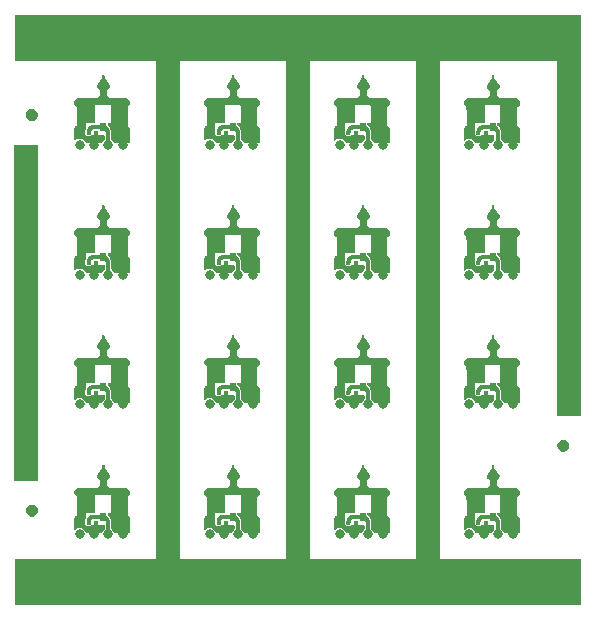
<source format=gbr>
G04 EAGLE Gerber RS-274X export*
G75*
%MOMM*%
%FSLAX34Y34*%
%LPD*%
%INTop Copper*%
%IPPOS*%
%AMOC8*
5,1,8,0,0,1.08239X$1,22.5*%
G01*
%ADD10R,48.000000X4.000000*%
%ADD11R,2.000000X43.000000*%
%ADD12R,2.000000X28.500000*%
%ADD13R,2.000000X30.500000*%
%ADD14R,0.500000X0.700000*%
%ADD15R,0.600000X1.500000*%
%ADD16R,0.500000X0.600000*%
%ADD17C,0.804800*%
%ADD18C,0.500000*%
%ADD19C,0.403200*%
%ADD20C,0.370000*%

G36*
X23957Y331002D02*
X23957Y331002D01*
X23962Y331001D01*
X24055Y331022D01*
X24149Y331040D01*
X24153Y331043D01*
X24158Y331044D01*
X24236Y331100D01*
X24314Y331153D01*
X24317Y331157D01*
X24321Y331160D01*
X24372Y331242D01*
X24424Y331321D01*
X24424Y331326D01*
X24427Y331331D01*
X24459Y331508D01*
X24459Y332088D01*
X26485Y334113D01*
X26489Y334120D01*
X26495Y334124D01*
X26544Y334203D01*
X26596Y334280D01*
X26597Y334288D01*
X26601Y334295D01*
X26633Y334472D01*
X26633Y337278D01*
X26632Y337283D01*
X26633Y337288D01*
X26612Y337381D01*
X26594Y337475D01*
X26591Y337479D01*
X26590Y337484D01*
X26534Y337562D01*
X26481Y337640D01*
X26477Y337643D01*
X26474Y337647D01*
X26392Y337698D01*
X26313Y337750D01*
X26308Y337750D01*
X26303Y337753D01*
X26126Y337785D01*
X15284Y337785D01*
X15277Y337784D01*
X15269Y337785D01*
X15179Y337764D01*
X15088Y337746D01*
X15081Y337741D01*
X15074Y337739D01*
X14926Y337637D01*
X14256Y336967D01*
X11744Y336967D01*
X11074Y337637D01*
X11068Y337641D01*
X11063Y337647D01*
X10985Y337696D01*
X10907Y337748D01*
X10900Y337749D01*
X10893Y337753D01*
X10716Y337785D01*
X10398Y337785D01*
X10397Y337786D01*
X10397Y338104D01*
X10396Y338108D01*
X10397Y338113D01*
X10396Y338116D01*
X10397Y338119D01*
X10376Y338209D01*
X10358Y338300D01*
X10354Y338305D01*
X10354Y338308D01*
X10353Y338310D01*
X10351Y338314D01*
X10249Y338462D01*
X9967Y338744D01*
X9967Y341256D01*
X9985Y341274D01*
X9989Y341280D01*
X9995Y341285D01*
X10044Y341363D01*
X10096Y341441D01*
X10097Y341448D01*
X10101Y341455D01*
X10133Y341632D01*
X10133Y342108D01*
X10329Y342447D01*
X10339Y342475D01*
X10342Y342481D01*
X10344Y342489D01*
X10365Y342524D01*
X10377Y342590D01*
X10393Y342637D01*
X10391Y342667D01*
X10397Y342701D01*
X10397Y348000D01*
X10398Y348001D01*
X17792Y348001D01*
X17797Y348002D01*
X17802Y348001D01*
X17895Y348022D01*
X17989Y348040D01*
X17993Y348043D01*
X17998Y348044D01*
X18076Y348100D01*
X18154Y348153D01*
X18157Y348157D01*
X18161Y348160D01*
X18212Y348242D01*
X18264Y348321D01*
X18264Y348326D01*
X18267Y348331D01*
X18299Y348508D01*
X18299Y363083D01*
X18417Y363201D01*
X31583Y363201D01*
X31701Y363083D01*
X31701Y348417D01*
X31583Y348299D01*
X29524Y348299D01*
X29519Y348298D01*
X29514Y348299D01*
X29421Y348278D01*
X29327Y348260D01*
X29323Y348257D01*
X29318Y348256D01*
X29240Y348200D01*
X29162Y348147D01*
X29159Y348143D01*
X29155Y348140D01*
X29104Y348058D01*
X29052Y347979D01*
X29052Y347974D01*
X29049Y347969D01*
X29017Y347792D01*
X29017Y346558D01*
X29031Y346485D01*
X29038Y346411D01*
X29051Y346388D01*
X29056Y346361D01*
X29098Y346300D01*
X29133Y346235D01*
X29155Y346216D01*
X29169Y346195D01*
X29214Y346166D01*
X29270Y346118D01*
X30125Y345625D01*
X32367Y341742D01*
X32367Y334472D01*
X32368Y334464D01*
X32367Y334457D01*
X32388Y334367D01*
X32406Y334276D01*
X32411Y334269D01*
X32413Y334261D01*
X32515Y334113D01*
X34541Y332088D01*
X34541Y331508D01*
X34542Y331503D01*
X34541Y331498D01*
X34562Y331405D01*
X34580Y331311D01*
X34583Y331307D01*
X34584Y331302D01*
X34640Y331224D01*
X34693Y331146D01*
X34697Y331143D01*
X34700Y331139D01*
X34782Y331088D01*
X34861Y331036D01*
X34866Y331036D01*
X34871Y331033D01*
X35048Y331001D01*
X47492Y331001D01*
X47497Y331002D01*
X47502Y331001D01*
X47595Y331022D01*
X47689Y331040D01*
X47693Y331043D01*
X47698Y331044D01*
X47776Y331100D01*
X47854Y331153D01*
X47857Y331157D01*
X47861Y331160D01*
X47912Y331242D01*
X47964Y331321D01*
X47964Y331326D01*
X47967Y331331D01*
X47999Y331508D01*
X47999Y342804D01*
X48250Y343238D01*
X48262Y343274D01*
X48282Y343305D01*
X48294Y343368D01*
X48314Y343428D01*
X48311Y343466D01*
X48318Y343502D01*
X48304Y343565D01*
X48299Y343628D01*
X48282Y343662D01*
X48274Y343698D01*
X48237Y343750D01*
X48208Y343807D01*
X48180Y343831D01*
X48158Y343861D01*
X48104Y343895D01*
X48102Y343897D01*
X47851Y344148D01*
X45999Y346000D01*
X45999Y362000D01*
X48073Y364074D01*
X48120Y364117D01*
X48173Y364153D01*
X48193Y364184D01*
X48221Y364210D01*
X48248Y364268D01*
X48282Y364321D01*
X48289Y364358D01*
X48305Y364392D01*
X48307Y364455D01*
X48318Y364518D01*
X48310Y364555D01*
X48311Y364592D01*
X48286Y364662D01*
X48274Y364714D01*
X48260Y364734D01*
X48250Y364762D01*
X47999Y365196D01*
X47999Y366575D01*
X47998Y366583D01*
X47999Y366591D01*
X47978Y366681D01*
X47960Y366772D01*
X47955Y366778D01*
X47953Y366786D01*
X47851Y366934D01*
X45734Y369051D01*
X45727Y369055D01*
X45723Y369061D01*
X45644Y369110D01*
X45567Y369162D01*
X45559Y369163D01*
X45553Y369167D01*
X45375Y369199D01*
X31062Y369199D01*
X29437Y370137D01*
X28499Y371762D01*
X28499Y375638D01*
X29437Y377263D01*
X30746Y378018D01*
X30801Y378067D01*
X30861Y378110D01*
X30876Y378133D01*
X30896Y378151D01*
X30928Y378217D01*
X30967Y378280D01*
X30972Y378309D01*
X30983Y378331D01*
X30986Y378385D01*
X30999Y378457D01*
X30999Y379282D01*
X30990Y379328D01*
X30991Y379375D01*
X30969Y379432D01*
X30960Y379479D01*
X30941Y379506D01*
X30927Y379543D01*
X27488Y385275D01*
X27453Y385314D01*
X27411Y385373D01*
X27044Y385739D01*
X26501Y387042D01*
X26501Y387125D01*
X26499Y387131D01*
X26499Y387142D01*
X26500Y387146D01*
X26499Y387149D01*
X26499Y387748D01*
X26499Y387749D01*
X26498Y388243D01*
X26497Y388248D01*
X26498Y388252D01*
X26477Y388347D01*
X26458Y388439D01*
X26456Y388443D01*
X26455Y388448D01*
X26399Y388527D01*
X26345Y388605D01*
X26341Y388608D01*
X26339Y388611D01*
X26257Y388662D01*
X26177Y388714D01*
X26172Y388715D01*
X26168Y388717D01*
X25991Y388749D01*
X25009Y388749D01*
X25004Y388748D01*
X25000Y388749D01*
X24907Y388729D01*
X24813Y388710D01*
X24809Y388707D01*
X24804Y388706D01*
X24726Y388651D01*
X24647Y388597D01*
X24644Y388593D01*
X24640Y388590D01*
X24589Y388508D01*
X24537Y388429D01*
X24537Y388424D01*
X24534Y388420D01*
X24502Y388243D01*
X24501Y387748D01*
X24501Y387747D01*
X24501Y387131D01*
X24500Y387130D01*
X24499Y387125D01*
X24499Y387042D01*
X23956Y385739D01*
X23589Y385373D01*
X23559Y385329D01*
X23512Y385275D01*
X20073Y379543D01*
X20057Y379499D01*
X20033Y379460D01*
X20022Y379399D01*
X20006Y379354D01*
X20008Y379321D01*
X20001Y379282D01*
X20001Y378457D01*
X20015Y378385D01*
X20022Y378311D01*
X20035Y378287D01*
X20040Y378261D01*
X20082Y378200D01*
X20117Y378134D01*
X20139Y378116D01*
X20153Y378095D01*
X20198Y378066D01*
X20254Y378018D01*
X21563Y377263D01*
X22501Y375638D01*
X22501Y371762D01*
X21563Y370137D01*
X19938Y369199D01*
X3625Y369199D01*
X3617Y369198D01*
X3609Y369199D01*
X3519Y369178D01*
X3428Y369160D01*
X3422Y369155D01*
X3414Y369153D01*
X3266Y369051D01*
X1149Y366934D01*
X1145Y366928D01*
X1139Y366923D01*
X1090Y366844D01*
X1038Y366767D01*
X1037Y366759D01*
X1033Y366753D01*
X1001Y366575D01*
X1001Y365196D01*
X750Y364762D01*
X738Y364726D01*
X718Y364695D01*
X706Y364632D01*
X686Y364572D01*
X689Y364534D01*
X682Y364498D01*
X696Y364435D01*
X701Y364372D01*
X718Y364339D01*
X726Y364302D01*
X763Y364250D01*
X792Y364193D01*
X820Y364169D01*
X842Y364139D01*
X896Y364105D01*
X898Y364103D01*
X3001Y362000D01*
X3001Y346000D01*
X927Y343926D01*
X880Y343883D01*
X827Y343847D01*
X807Y343816D01*
X779Y343790D01*
X752Y343732D01*
X718Y343679D01*
X711Y343642D01*
X695Y343608D01*
X693Y343545D01*
X682Y343482D01*
X690Y343445D01*
X689Y343408D01*
X714Y343338D01*
X726Y343286D01*
X740Y343266D01*
X750Y343238D01*
X1001Y342804D01*
X1001Y333854D01*
X1001Y333851D01*
X1001Y333849D01*
X1021Y333754D01*
X1040Y333657D01*
X1042Y333655D01*
X1042Y333653D01*
X1098Y333572D01*
X1153Y333492D01*
X1155Y333490D01*
X1157Y333488D01*
X1240Y333435D01*
X1321Y333382D01*
X1324Y333382D01*
X1326Y333381D01*
X1422Y333364D01*
X1518Y333347D01*
X1521Y333347D01*
X1523Y333347D01*
X1618Y333369D01*
X1714Y333390D01*
X1716Y333392D01*
X1719Y333393D01*
X1867Y333495D01*
X3412Y335041D01*
X7588Y335041D01*
X10541Y332088D01*
X10541Y331508D01*
X10542Y331503D01*
X10541Y331498D01*
X10562Y331405D01*
X10580Y331311D01*
X10583Y331307D01*
X10584Y331302D01*
X10640Y331224D01*
X10693Y331146D01*
X10697Y331143D01*
X10700Y331139D01*
X10782Y331088D01*
X10861Y331036D01*
X10866Y331036D01*
X10871Y331033D01*
X11048Y331001D01*
X23952Y331001D01*
X23957Y331002D01*
G37*
G36*
X243957Y221002D02*
X243957Y221002D01*
X243962Y221001D01*
X244055Y221022D01*
X244149Y221040D01*
X244153Y221043D01*
X244158Y221044D01*
X244236Y221100D01*
X244314Y221153D01*
X244317Y221157D01*
X244321Y221160D01*
X244372Y221242D01*
X244424Y221321D01*
X244424Y221326D01*
X244427Y221331D01*
X244459Y221508D01*
X244459Y222088D01*
X246485Y224113D01*
X246489Y224120D01*
X246495Y224124D01*
X246544Y224203D01*
X246596Y224280D01*
X246597Y224288D01*
X246601Y224295D01*
X246633Y224472D01*
X246633Y227278D01*
X246632Y227283D01*
X246633Y227288D01*
X246612Y227381D01*
X246594Y227475D01*
X246591Y227479D01*
X246590Y227484D01*
X246534Y227562D01*
X246481Y227640D01*
X246477Y227643D01*
X246474Y227647D01*
X246392Y227698D01*
X246313Y227750D01*
X246308Y227750D01*
X246303Y227753D01*
X246126Y227785D01*
X235284Y227785D01*
X235277Y227784D01*
X235269Y227785D01*
X235179Y227764D01*
X235088Y227746D01*
X235081Y227741D01*
X235074Y227739D01*
X234926Y227637D01*
X234256Y226967D01*
X231744Y226967D01*
X231074Y227637D01*
X231068Y227641D01*
X231063Y227647D01*
X230985Y227696D01*
X230907Y227748D01*
X230900Y227749D01*
X230893Y227753D01*
X230716Y227785D01*
X230398Y227785D01*
X230397Y227786D01*
X230397Y228104D01*
X230396Y228108D01*
X230397Y228113D01*
X230396Y228116D01*
X230397Y228119D01*
X230376Y228209D01*
X230358Y228300D01*
X230354Y228305D01*
X230354Y228308D01*
X230353Y228310D01*
X230351Y228314D01*
X230249Y228462D01*
X229967Y228744D01*
X229967Y231256D01*
X229985Y231274D01*
X229989Y231280D01*
X229995Y231285D01*
X230044Y231363D01*
X230096Y231441D01*
X230097Y231448D01*
X230101Y231455D01*
X230133Y231632D01*
X230133Y232108D01*
X230329Y232447D01*
X230339Y232475D01*
X230342Y232481D01*
X230344Y232489D01*
X230365Y232524D01*
X230377Y232589D01*
X230393Y232637D01*
X230391Y232667D01*
X230397Y232701D01*
X230397Y238000D01*
X230398Y238001D01*
X237792Y238001D01*
X237797Y238002D01*
X237802Y238001D01*
X237895Y238022D01*
X237989Y238040D01*
X237993Y238043D01*
X237998Y238044D01*
X238076Y238100D01*
X238154Y238153D01*
X238157Y238157D01*
X238161Y238160D01*
X238212Y238242D01*
X238264Y238321D01*
X238264Y238326D01*
X238267Y238331D01*
X238299Y238508D01*
X238299Y253083D01*
X238417Y253201D01*
X251583Y253201D01*
X251701Y253083D01*
X251701Y238417D01*
X251583Y238299D01*
X249524Y238299D01*
X249519Y238298D01*
X249514Y238299D01*
X249421Y238278D01*
X249327Y238260D01*
X249323Y238257D01*
X249318Y238256D01*
X249240Y238200D01*
X249162Y238147D01*
X249159Y238143D01*
X249155Y238140D01*
X249104Y238058D01*
X249052Y237979D01*
X249052Y237974D01*
X249049Y237969D01*
X249017Y237792D01*
X249017Y236558D01*
X249031Y236485D01*
X249038Y236411D01*
X249051Y236388D01*
X249056Y236361D01*
X249098Y236300D01*
X249133Y236235D01*
X249155Y236216D01*
X249169Y236195D01*
X249214Y236166D01*
X249270Y236118D01*
X250125Y235625D01*
X252367Y231742D01*
X252367Y224472D01*
X252368Y224464D01*
X252367Y224457D01*
X252388Y224367D01*
X252406Y224276D01*
X252411Y224269D01*
X252413Y224261D01*
X252515Y224113D01*
X254541Y222088D01*
X254541Y221508D01*
X254542Y221503D01*
X254541Y221498D01*
X254562Y221405D01*
X254580Y221311D01*
X254583Y221307D01*
X254584Y221302D01*
X254640Y221224D01*
X254693Y221146D01*
X254697Y221143D01*
X254700Y221139D01*
X254782Y221088D01*
X254861Y221036D01*
X254866Y221036D01*
X254871Y221033D01*
X255048Y221001D01*
X267492Y221001D01*
X267497Y221002D01*
X267502Y221001D01*
X267595Y221022D01*
X267689Y221040D01*
X267693Y221043D01*
X267698Y221044D01*
X267776Y221100D01*
X267854Y221153D01*
X267857Y221157D01*
X267861Y221160D01*
X267912Y221242D01*
X267964Y221321D01*
X267964Y221326D01*
X267967Y221331D01*
X267999Y221508D01*
X267999Y232804D01*
X268250Y233238D01*
X268262Y233274D01*
X268282Y233305D01*
X268294Y233368D01*
X268314Y233428D01*
X268311Y233466D01*
X268318Y233502D01*
X268304Y233565D01*
X268299Y233628D01*
X268282Y233662D01*
X268274Y233698D01*
X268237Y233750D01*
X268208Y233807D01*
X268180Y233831D01*
X268158Y233861D01*
X268104Y233895D01*
X268102Y233897D01*
X265999Y236000D01*
X265999Y252000D01*
X266148Y252149D01*
X267851Y253852D01*
X268073Y254074D01*
X268120Y254117D01*
X268173Y254153D01*
X268193Y254184D01*
X268221Y254210D01*
X268248Y254268D01*
X268282Y254321D01*
X268289Y254358D01*
X268305Y254392D01*
X268307Y254455D01*
X268318Y254518D01*
X268310Y254555D01*
X268311Y254592D01*
X268286Y254662D01*
X268274Y254714D01*
X268260Y254734D01*
X268250Y254762D01*
X267999Y255196D01*
X267999Y256575D01*
X267998Y256583D01*
X267999Y256591D01*
X267978Y256681D01*
X267960Y256772D01*
X267955Y256778D01*
X267953Y256786D01*
X267851Y256934D01*
X265734Y259051D01*
X265727Y259055D01*
X265723Y259061D01*
X265644Y259110D01*
X265567Y259162D01*
X265559Y259163D01*
X265553Y259167D01*
X265375Y259199D01*
X251062Y259199D01*
X249437Y260137D01*
X248499Y261762D01*
X248499Y265638D01*
X249437Y267263D01*
X250746Y268018D01*
X250801Y268067D01*
X250861Y268110D01*
X250876Y268133D01*
X250896Y268151D01*
X250928Y268217D01*
X250967Y268280D01*
X250972Y268309D01*
X250983Y268331D01*
X250986Y268385D01*
X250999Y268457D01*
X250999Y269282D01*
X250990Y269328D01*
X250991Y269375D01*
X250969Y269432D01*
X250960Y269479D01*
X250941Y269506D01*
X250927Y269543D01*
X247488Y275275D01*
X247453Y275314D01*
X247411Y275373D01*
X247044Y275739D01*
X246501Y277042D01*
X246501Y277125D01*
X246499Y277131D01*
X246499Y277142D01*
X246500Y277146D01*
X246499Y277149D01*
X246499Y277748D01*
X246499Y277749D01*
X246498Y278243D01*
X246497Y278248D01*
X246498Y278252D01*
X246477Y278347D01*
X246458Y278439D01*
X246456Y278443D01*
X246455Y278448D01*
X246399Y278527D01*
X246345Y278605D01*
X246341Y278608D01*
X246339Y278611D01*
X246257Y278662D01*
X246177Y278714D01*
X246172Y278715D01*
X246168Y278717D01*
X245991Y278749D01*
X245009Y278749D01*
X245004Y278748D01*
X245000Y278749D01*
X244907Y278729D01*
X244813Y278710D01*
X244809Y278707D01*
X244804Y278706D01*
X244726Y278651D01*
X244647Y278597D01*
X244644Y278593D01*
X244640Y278590D01*
X244589Y278508D01*
X244537Y278429D01*
X244537Y278424D01*
X244534Y278420D01*
X244502Y278243D01*
X244501Y277748D01*
X244501Y277747D01*
X244501Y277131D01*
X244500Y277130D01*
X244499Y277125D01*
X244499Y277042D01*
X243956Y275739D01*
X243589Y275373D01*
X243559Y275329D01*
X243512Y275275D01*
X240073Y269543D01*
X240057Y269499D01*
X240033Y269460D01*
X240022Y269399D01*
X240006Y269354D01*
X240008Y269321D01*
X240001Y269282D01*
X240001Y268457D01*
X240015Y268385D01*
X240022Y268311D01*
X240035Y268287D01*
X240040Y268261D01*
X240082Y268200D01*
X240117Y268134D01*
X240139Y268116D01*
X240153Y268095D01*
X240198Y268066D01*
X240254Y268018D01*
X241563Y267263D01*
X242501Y265638D01*
X242501Y261762D01*
X241563Y260137D01*
X239938Y259199D01*
X223625Y259199D01*
X223617Y259198D01*
X223609Y259199D01*
X223519Y259178D01*
X223428Y259160D01*
X223422Y259155D01*
X223414Y259153D01*
X223266Y259051D01*
X221149Y256934D01*
X221145Y256927D01*
X221139Y256923D01*
X221090Y256844D01*
X221038Y256767D01*
X221037Y256759D01*
X221033Y256753D01*
X221001Y256575D01*
X221001Y255196D01*
X220750Y254762D01*
X220738Y254726D01*
X220718Y254695D01*
X220706Y254632D01*
X220686Y254572D01*
X220689Y254534D01*
X220682Y254498D01*
X220696Y254435D01*
X220701Y254372D01*
X220718Y254338D01*
X220726Y254302D01*
X220763Y254250D01*
X220792Y254193D01*
X220820Y254169D01*
X220842Y254139D01*
X220896Y254105D01*
X220898Y254103D01*
X221149Y253852D01*
X222852Y252149D01*
X223001Y252000D01*
X223001Y236000D01*
X220927Y233926D01*
X220880Y233883D01*
X220827Y233847D01*
X220807Y233816D01*
X220779Y233790D01*
X220752Y233732D01*
X220718Y233679D01*
X220711Y233642D01*
X220695Y233608D01*
X220693Y233545D01*
X220682Y233482D01*
X220690Y233445D01*
X220689Y233408D01*
X220714Y233338D01*
X220726Y233286D01*
X220740Y233266D01*
X220750Y233238D01*
X221001Y232804D01*
X221001Y223854D01*
X221001Y223851D01*
X221001Y223849D01*
X221021Y223754D01*
X221040Y223657D01*
X221042Y223655D01*
X221042Y223653D01*
X221098Y223572D01*
X221153Y223492D01*
X221155Y223490D01*
X221157Y223488D01*
X221240Y223435D01*
X221321Y223382D01*
X221324Y223382D01*
X221326Y223381D01*
X221422Y223364D01*
X221518Y223347D01*
X221521Y223347D01*
X221523Y223347D01*
X221618Y223369D01*
X221714Y223390D01*
X221716Y223392D01*
X221719Y223393D01*
X221867Y223495D01*
X223412Y225041D01*
X227588Y225041D01*
X230541Y222088D01*
X230541Y221508D01*
X230542Y221503D01*
X230541Y221498D01*
X230562Y221405D01*
X230580Y221311D01*
X230583Y221307D01*
X230584Y221302D01*
X230640Y221224D01*
X230693Y221146D01*
X230697Y221143D01*
X230700Y221139D01*
X230782Y221088D01*
X230861Y221036D01*
X230866Y221036D01*
X230871Y221033D01*
X231048Y221001D01*
X243952Y221001D01*
X243957Y221002D01*
G37*
G36*
X133957Y111002D02*
X133957Y111002D01*
X133962Y111001D01*
X134055Y111022D01*
X134149Y111040D01*
X134153Y111043D01*
X134158Y111044D01*
X134236Y111100D01*
X134314Y111153D01*
X134317Y111157D01*
X134321Y111160D01*
X134372Y111242D01*
X134424Y111321D01*
X134424Y111326D01*
X134427Y111331D01*
X134459Y111508D01*
X134459Y112088D01*
X136485Y114113D01*
X136489Y114120D01*
X136495Y114124D01*
X136544Y114203D01*
X136596Y114280D01*
X136597Y114288D01*
X136601Y114295D01*
X136633Y114472D01*
X136633Y117278D01*
X136632Y117283D01*
X136633Y117288D01*
X136612Y117381D01*
X136594Y117475D01*
X136591Y117479D01*
X136590Y117484D01*
X136534Y117562D01*
X136481Y117640D01*
X136477Y117643D01*
X136474Y117647D01*
X136392Y117698D01*
X136313Y117750D01*
X136308Y117750D01*
X136303Y117753D01*
X136126Y117785D01*
X125284Y117785D01*
X125277Y117784D01*
X125269Y117785D01*
X125179Y117764D01*
X125088Y117746D01*
X125081Y117741D01*
X125074Y117739D01*
X124926Y117637D01*
X124256Y116967D01*
X121744Y116967D01*
X121074Y117637D01*
X121068Y117641D01*
X121063Y117647D01*
X120985Y117696D01*
X120907Y117748D01*
X120900Y117749D01*
X120893Y117753D01*
X120716Y117785D01*
X120398Y117785D01*
X120397Y117786D01*
X120397Y118104D01*
X120396Y118108D01*
X120397Y118113D01*
X120396Y118116D01*
X120397Y118119D01*
X120376Y118209D01*
X120358Y118300D01*
X120354Y118305D01*
X120354Y118308D01*
X120353Y118310D01*
X120351Y118314D01*
X120249Y118462D01*
X119967Y118744D01*
X119967Y121256D01*
X119985Y121274D01*
X119989Y121280D01*
X119995Y121285D01*
X120044Y121363D01*
X120096Y121441D01*
X120097Y121448D01*
X120101Y121455D01*
X120133Y121632D01*
X120133Y122108D01*
X120329Y122447D01*
X120339Y122475D01*
X120342Y122481D01*
X120344Y122489D01*
X120365Y122524D01*
X120377Y122589D01*
X120393Y122637D01*
X120391Y122667D01*
X120397Y122701D01*
X120397Y128000D01*
X120398Y128001D01*
X127792Y128001D01*
X127797Y128002D01*
X127802Y128001D01*
X127895Y128022D01*
X127989Y128040D01*
X127993Y128043D01*
X127998Y128044D01*
X128076Y128100D01*
X128154Y128153D01*
X128157Y128157D01*
X128161Y128160D01*
X128212Y128242D01*
X128264Y128321D01*
X128264Y128326D01*
X128267Y128331D01*
X128299Y128508D01*
X128299Y143083D01*
X128417Y143201D01*
X141583Y143201D01*
X141701Y143083D01*
X141701Y128417D01*
X141583Y128299D01*
X139524Y128299D01*
X139519Y128298D01*
X139514Y128299D01*
X139421Y128278D01*
X139327Y128260D01*
X139323Y128257D01*
X139318Y128256D01*
X139240Y128200D01*
X139162Y128147D01*
X139159Y128143D01*
X139155Y128140D01*
X139104Y128058D01*
X139052Y127979D01*
X139052Y127974D01*
X139049Y127969D01*
X139017Y127792D01*
X139017Y126558D01*
X139031Y126485D01*
X139038Y126411D01*
X139051Y126388D01*
X139056Y126361D01*
X139098Y126300D01*
X139133Y126235D01*
X139155Y126216D01*
X139169Y126195D01*
X139214Y126166D01*
X139270Y126118D01*
X140125Y125625D01*
X142367Y121742D01*
X142367Y114472D01*
X142368Y114464D01*
X142367Y114457D01*
X142388Y114367D01*
X142406Y114276D01*
X142411Y114269D01*
X142413Y114261D01*
X142515Y114113D01*
X144541Y112088D01*
X144541Y111508D01*
X144542Y111503D01*
X144541Y111498D01*
X144562Y111405D01*
X144580Y111311D01*
X144583Y111307D01*
X144584Y111302D01*
X144640Y111224D01*
X144693Y111146D01*
X144697Y111143D01*
X144700Y111139D01*
X144782Y111088D01*
X144861Y111036D01*
X144866Y111036D01*
X144871Y111033D01*
X145048Y111001D01*
X157492Y111001D01*
X157497Y111002D01*
X157502Y111001D01*
X157595Y111022D01*
X157689Y111040D01*
X157693Y111043D01*
X157698Y111044D01*
X157776Y111100D01*
X157854Y111153D01*
X157857Y111157D01*
X157861Y111160D01*
X157912Y111242D01*
X157964Y111321D01*
X157964Y111326D01*
X157967Y111331D01*
X157999Y111508D01*
X157999Y122804D01*
X158250Y123238D01*
X158262Y123274D01*
X158282Y123305D01*
X158294Y123368D01*
X158314Y123428D01*
X158311Y123466D01*
X158318Y123502D01*
X158304Y123565D01*
X158299Y123628D01*
X158282Y123662D01*
X158274Y123698D01*
X158237Y123750D01*
X158208Y123807D01*
X158180Y123831D01*
X158158Y123861D01*
X158104Y123895D01*
X158102Y123897D01*
X155999Y126000D01*
X155999Y142000D01*
X156148Y142149D01*
X157851Y143852D01*
X158073Y144074D01*
X158120Y144117D01*
X158173Y144153D01*
X158193Y144184D01*
X158221Y144210D01*
X158248Y144268D01*
X158282Y144321D01*
X158289Y144358D01*
X158305Y144392D01*
X158307Y144455D01*
X158318Y144518D01*
X158310Y144555D01*
X158311Y144592D01*
X158286Y144662D01*
X158274Y144714D01*
X158260Y144734D01*
X158250Y144762D01*
X157999Y145196D01*
X157999Y146575D01*
X157998Y146583D01*
X157999Y146591D01*
X157978Y146681D01*
X157960Y146772D01*
X157955Y146778D01*
X157953Y146786D01*
X157851Y146934D01*
X155734Y149051D01*
X155727Y149055D01*
X155723Y149061D01*
X155644Y149110D01*
X155567Y149162D01*
X155559Y149163D01*
X155553Y149167D01*
X155375Y149199D01*
X141062Y149199D01*
X139437Y150137D01*
X138499Y151762D01*
X138499Y155638D01*
X139437Y157263D01*
X140746Y158018D01*
X140801Y158067D01*
X140861Y158110D01*
X140876Y158133D01*
X140896Y158151D01*
X140928Y158217D01*
X140967Y158280D01*
X140972Y158309D01*
X140983Y158331D01*
X140986Y158385D01*
X140999Y158457D01*
X140999Y159282D01*
X140990Y159328D01*
X140991Y159375D01*
X140969Y159432D01*
X140960Y159479D01*
X140941Y159506D01*
X140927Y159543D01*
X137488Y165275D01*
X137453Y165314D01*
X137411Y165373D01*
X137044Y165739D01*
X136501Y167042D01*
X136501Y167125D01*
X136499Y167131D01*
X136499Y167142D01*
X136500Y167146D01*
X136499Y167149D01*
X136499Y167743D01*
X136499Y167745D01*
X136499Y167747D01*
X136499Y167748D01*
X136498Y168243D01*
X136497Y168248D01*
X136498Y168252D01*
X136477Y168347D01*
X136458Y168439D01*
X136456Y168443D01*
X136455Y168448D01*
X136399Y168527D01*
X136345Y168605D01*
X136341Y168608D01*
X136339Y168611D01*
X136257Y168662D01*
X136177Y168714D01*
X136172Y168715D01*
X136168Y168717D01*
X135991Y168749D01*
X135009Y168749D01*
X135004Y168748D01*
X135000Y168749D01*
X134907Y168729D01*
X134813Y168710D01*
X134809Y168707D01*
X134804Y168706D01*
X134726Y168651D01*
X134647Y168597D01*
X134644Y168593D01*
X134640Y168590D01*
X134589Y168508D01*
X134537Y168429D01*
X134537Y168424D01*
X134534Y168420D01*
X134502Y168243D01*
X134501Y167748D01*
X134501Y167747D01*
X134501Y167131D01*
X134500Y167130D01*
X134499Y167125D01*
X134499Y167042D01*
X133956Y165739D01*
X133589Y165373D01*
X133559Y165329D01*
X133512Y165275D01*
X130073Y159543D01*
X130057Y159499D01*
X130033Y159460D01*
X130022Y159399D01*
X130006Y159354D01*
X130008Y159321D01*
X130001Y159282D01*
X130001Y158457D01*
X130015Y158385D01*
X130022Y158311D01*
X130035Y158287D01*
X130040Y158261D01*
X130082Y158200D01*
X130117Y158134D01*
X130139Y158116D01*
X130153Y158095D01*
X130198Y158066D01*
X130254Y158018D01*
X131563Y157263D01*
X132501Y155638D01*
X132501Y151762D01*
X131563Y150137D01*
X129938Y149199D01*
X113625Y149199D01*
X113617Y149198D01*
X113609Y149199D01*
X113519Y149178D01*
X113428Y149160D01*
X113422Y149155D01*
X113414Y149153D01*
X113266Y149051D01*
X111149Y146934D01*
X111145Y146928D01*
X111139Y146923D01*
X111090Y146844D01*
X111038Y146767D01*
X111037Y146759D01*
X111033Y146753D01*
X111001Y146575D01*
X111001Y145196D01*
X110750Y144762D01*
X110738Y144726D01*
X110718Y144695D01*
X110706Y144632D01*
X110686Y144572D01*
X110689Y144534D01*
X110682Y144498D01*
X110696Y144435D01*
X110701Y144372D01*
X110718Y144338D01*
X110726Y144302D01*
X110763Y144250D01*
X110792Y144193D01*
X110820Y144169D01*
X110842Y144139D01*
X110896Y144105D01*
X110898Y144103D01*
X111149Y143852D01*
X112852Y142149D01*
X113001Y142000D01*
X113001Y126000D01*
X110927Y123926D01*
X110880Y123883D01*
X110827Y123847D01*
X110807Y123816D01*
X110779Y123790D01*
X110752Y123732D01*
X110718Y123679D01*
X110711Y123642D01*
X110695Y123608D01*
X110693Y123545D01*
X110682Y123482D01*
X110690Y123445D01*
X110689Y123408D01*
X110714Y123338D01*
X110726Y123286D01*
X110740Y123266D01*
X110750Y123238D01*
X111001Y122804D01*
X111001Y113854D01*
X111001Y113851D01*
X111001Y113849D01*
X111021Y113754D01*
X111040Y113657D01*
X111042Y113655D01*
X111042Y113653D01*
X111098Y113572D01*
X111153Y113492D01*
X111155Y113490D01*
X111157Y113488D01*
X111240Y113435D01*
X111321Y113382D01*
X111324Y113382D01*
X111326Y113381D01*
X111422Y113364D01*
X111518Y113347D01*
X111521Y113347D01*
X111523Y113347D01*
X111618Y113369D01*
X111714Y113390D01*
X111716Y113392D01*
X111719Y113393D01*
X111867Y113495D01*
X113412Y115041D01*
X117588Y115041D01*
X120541Y112088D01*
X120541Y111508D01*
X120542Y111503D01*
X120541Y111498D01*
X120562Y111405D01*
X120580Y111311D01*
X120583Y111307D01*
X120584Y111302D01*
X120640Y111224D01*
X120693Y111146D01*
X120697Y111143D01*
X120700Y111139D01*
X120782Y111088D01*
X120861Y111036D01*
X120866Y111036D01*
X120871Y111033D01*
X121048Y111001D01*
X133952Y111001D01*
X133957Y111002D01*
G37*
G36*
X23957Y1002D02*
X23957Y1002D01*
X23962Y1001D01*
X24055Y1022D01*
X24149Y1040D01*
X24153Y1043D01*
X24158Y1044D01*
X24236Y1100D01*
X24314Y1153D01*
X24317Y1157D01*
X24321Y1160D01*
X24372Y1242D01*
X24424Y1321D01*
X24424Y1326D01*
X24427Y1331D01*
X24459Y1508D01*
X24459Y2088D01*
X26485Y4113D01*
X26489Y4120D01*
X26495Y4124D01*
X26544Y4203D01*
X26596Y4280D01*
X26597Y4288D01*
X26601Y4295D01*
X26633Y4472D01*
X26633Y7278D01*
X26632Y7283D01*
X26633Y7288D01*
X26612Y7381D01*
X26594Y7475D01*
X26591Y7479D01*
X26590Y7484D01*
X26534Y7562D01*
X26481Y7640D01*
X26477Y7643D01*
X26474Y7647D01*
X26392Y7698D01*
X26313Y7750D01*
X26308Y7750D01*
X26303Y7753D01*
X26126Y7785D01*
X15284Y7785D01*
X15277Y7784D01*
X15269Y7785D01*
X15179Y7764D01*
X15088Y7746D01*
X15081Y7741D01*
X15074Y7739D01*
X14926Y7637D01*
X14256Y6967D01*
X11744Y6967D01*
X11074Y7637D01*
X11068Y7641D01*
X11063Y7647D01*
X10985Y7696D01*
X10907Y7748D01*
X10900Y7749D01*
X10893Y7753D01*
X10716Y7785D01*
X10398Y7785D01*
X10397Y7786D01*
X10397Y8104D01*
X10396Y8108D01*
X10397Y8113D01*
X10396Y8116D01*
X10397Y8119D01*
X10376Y8209D01*
X10358Y8300D01*
X10354Y8305D01*
X10354Y8308D01*
X10353Y8310D01*
X10351Y8314D01*
X10249Y8462D01*
X9967Y8744D01*
X9967Y11256D01*
X9985Y11274D01*
X9989Y11280D01*
X9995Y11285D01*
X10044Y11363D01*
X10096Y11441D01*
X10097Y11448D01*
X10101Y11455D01*
X10133Y11632D01*
X10133Y12108D01*
X10329Y12447D01*
X10339Y12475D01*
X10342Y12481D01*
X10344Y12489D01*
X10365Y12524D01*
X10377Y12590D01*
X10393Y12637D01*
X10391Y12667D01*
X10397Y12701D01*
X10397Y18000D01*
X10398Y18001D01*
X17792Y18001D01*
X17797Y18002D01*
X17802Y18001D01*
X17895Y18022D01*
X17989Y18040D01*
X17993Y18043D01*
X17998Y18044D01*
X18076Y18100D01*
X18154Y18153D01*
X18157Y18157D01*
X18161Y18160D01*
X18212Y18242D01*
X18264Y18321D01*
X18264Y18326D01*
X18267Y18331D01*
X18299Y18508D01*
X18299Y33083D01*
X18417Y33201D01*
X31583Y33201D01*
X31701Y33083D01*
X31701Y18417D01*
X31583Y18299D01*
X29524Y18299D01*
X29519Y18298D01*
X29514Y18299D01*
X29421Y18278D01*
X29327Y18260D01*
X29323Y18257D01*
X29318Y18256D01*
X29240Y18200D01*
X29162Y18147D01*
X29159Y18143D01*
X29155Y18140D01*
X29104Y18058D01*
X29052Y17979D01*
X29052Y17974D01*
X29049Y17969D01*
X29017Y17792D01*
X29017Y16558D01*
X29031Y16485D01*
X29038Y16411D01*
X29051Y16388D01*
X29056Y16361D01*
X29098Y16300D01*
X29133Y16235D01*
X29155Y16216D01*
X29169Y16195D01*
X29214Y16166D01*
X29270Y16118D01*
X30125Y15625D01*
X32367Y11742D01*
X32367Y4472D01*
X32368Y4464D01*
X32367Y4457D01*
X32388Y4367D01*
X32406Y4276D01*
X32411Y4269D01*
X32413Y4261D01*
X32515Y4113D01*
X34541Y2088D01*
X34541Y1508D01*
X34542Y1503D01*
X34541Y1498D01*
X34562Y1405D01*
X34580Y1311D01*
X34583Y1307D01*
X34584Y1302D01*
X34640Y1224D01*
X34693Y1146D01*
X34697Y1143D01*
X34700Y1139D01*
X34782Y1088D01*
X34861Y1036D01*
X34866Y1036D01*
X34871Y1033D01*
X35048Y1001D01*
X47492Y1001D01*
X47497Y1002D01*
X47502Y1001D01*
X47595Y1022D01*
X47689Y1040D01*
X47693Y1043D01*
X47698Y1044D01*
X47776Y1100D01*
X47854Y1153D01*
X47857Y1157D01*
X47861Y1160D01*
X47912Y1242D01*
X47964Y1321D01*
X47964Y1326D01*
X47967Y1331D01*
X47999Y1508D01*
X47999Y12804D01*
X48250Y13238D01*
X48262Y13274D01*
X48282Y13305D01*
X48294Y13368D01*
X48314Y13428D01*
X48311Y13466D01*
X48318Y13502D01*
X48304Y13565D01*
X48299Y13628D01*
X48282Y13662D01*
X48274Y13698D01*
X48237Y13750D01*
X48208Y13807D01*
X48180Y13831D01*
X48158Y13861D01*
X48104Y13895D01*
X48102Y13897D01*
X45999Y16000D01*
X45999Y32000D01*
X46148Y32149D01*
X47851Y33852D01*
X48073Y34074D01*
X48120Y34117D01*
X48173Y34153D01*
X48193Y34184D01*
X48221Y34210D01*
X48248Y34268D01*
X48282Y34321D01*
X48289Y34358D01*
X48305Y34392D01*
X48307Y34455D01*
X48318Y34518D01*
X48310Y34555D01*
X48311Y34592D01*
X48286Y34662D01*
X48274Y34714D01*
X48260Y34734D01*
X48250Y34762D01*
X47999Y35196D01*
X47999Y36575D01*
X47998Y36583D01*
X47999Y36591D01*
X47978Y36681D01*
X47960Y36772D01*
X47955Y36778D01*
X47953Y36786D01*
X47851Y36934D01*
X45734Y39051D01*
X45728Y39055D01*
X45723Y39061D01*
X45644Y39110D01*
X45567Y39162D01*
X45559Y39163D01*
X45553Y39167D01*
X45375Y39199D01*
X31062Y39199D01*
X29437Y40137D01*
X28499Y41762D01*
X28499Y45638D01*
X29437Y47263D01*
X30746Y48018D01*
X30801Y48067D01*
X30861Y48110D01*
X30876Y48133D01*
X30896Y48151D01*
X30928Y48217D01*
X30967Y48280D01*
X30972Y48309D01*
X30983Y48331D01*
X30986Y48385D01*
X30999Y48457D01*
X30999Y49282D01*
X30990Y49328D01*
X30991Y49375D01*
X30969Y49432D01*
X30960Y49479D01*
X30941Y49506D01*
X30927Y49543D01*
X27488Y55275D01*
X27453Y55314D01*
X27411Y55373D01*
X27044Y55739D01*
X26501Y57042D01*
X26501Y57125D01*
X26499Y57131D01*
X26499Y57142D01*
X26500Y57146D01*
X26499Y57149D01*
X26499Y57748D01*
X26499Y57749D01*
X26498Y58243D01*
X26497Y58248D01*
X26498Y58252D01*
X26477Y58347D01*
X26458Y58439D01*
X26456Y58443D01*
X26455Y58448D01*
X26399Y58527D01*
X26345Y58605D01*
X26341Y58608D01*
X26339Y58611D01*
X26257Y58662D01*
X26177Y58714D01*
X26172Y58715D01*
X26168Y58717D01*
X25991Y58749D01*
X25009Y58749D01*
X25004Y58748D01*
X25000Y58749D01*
X24907Y58729D01*
X24813Y58710D01*
X24809Y58707D01*
X24804Y58706D01*
X24726Y58651D01*
X24647Y58597D01*
X24644Y58593D01*
X24640Y58590D01*
X24589Y58508D01*
X24537Y58429D01*
X24537Y58424D01*
X24534Y58420D01*
X24502Y58243D01*
X24501Y57748D01*
X24501Y57747D01*
X24501Y57131D01*
X24500Y57130D01*
X24499Y57125D01*
X24499Y57042D01*
X23956Y55739D01*
X23589Y55373D01*
X23559Y55329D01*
X23512Y55275D01*
X20073Y49543D01*
X20057Y49499D01*
X20033Y49460D01*
X20022Y49399D01*
X20006Y49354D01*
X20008Y49321D01*
X20001Y49282D01*
X20001Y48457D01*
X20015Y48385D01*
X20022Y48311D01*
X20035Y48287D01*
X20040Y48261D01*
X20082Y48200D01*
X20117Y48134D01*
X20139Y48116D01*
X20153Y48095D01*
X20198Y48066D01*
X20254Y48018D01*
X21563Y47263D01*
X22501Y45638D01*
X22501Y41762D01*
X21563Y40137D01*
X19938Y39199D01*
X3625Y39199D01*
X3617Y39198D01*
X3609Y39199D01*
X3519Y39178D01*
X3428Y39160D01*
X3422Y39155D01*
X3414Y39153D01*
X3266Y39051D01*
X1149Y36934D01*
X1145Y36928D01*
X1139Y36923D01*
X1090Y36844D01*
X1038Y36767D01*
X1037Y36759D01*
X1033Y36753D01*
X1001Y36575D01*
X1001Y35196D01*
X750Y34762D01*
X738Y34726D01*
X718Y34695D01*
X706Y34632D01*
X686Y34572D01*
X689Y34534D01*
X682Y34498D01*
X696Y34435D01*
X701Y34372D01*
X718Y34338D01*
X726Y34302D01*
X763Y34250D01*
X792Y34193D01*
X820Y34169D01*
X842Y34139D01*
X896Y34105D01*
X898Y34103D01*
X1149Y33852D01*
X2852Y32149D01*
X3001Y32000D01*
X3001Y16000D01*
X927Y13926D01*
X880Y13883D01*
X827Y13847D01*
X807Y13816D01*
X779Y13790D01*
X752Y13732D01*
X718Y13679D01*
X711Y13642D01*
X695Y13608D01*
X693Y13545D01*
X682Y13482D01*
X690Y13445D01*
X689Y13408D01*
X714Y13338D01*
X726Y13286D01*
X740Y13266D01*
X750Y13238D01*
X1001Y12804D01*
X1001Y3854D01*
X1001Y3851D01*
X1001Y3849D01*
X1021Y3754D01*
X1040Y3657D01*
X1042Y3655D01*
X1042Y3653D01*
X1098Y3572D01*
X1153Y3492D01*
X1155Y3490D01*
X1157Y3488D01*
X1240Y3435D01*
X1321Y3382D01*
X1324Y3382D01*
X1326Y3381D01*
X1422Y3364D01*
X1518Y3347D01*
X1521Y3347D01*
X1523Y3347D01*
X1618Y3369D01*
X1714Y3390D01*
X1716Y3392D01*
X1719Y3393D01*
X1867Y3495D01*
X3412Y5041D01*
X7588Y5041D01*
X10541Y2088D01*
X10541Y1508D01*
X10542Y1503D01*
X10541Y1498D01*
X10562Y1405D01*
X10580Y1311D01*
X10583Y1307D01*
X10584Y1302D01*
X10640Y1224D01*
X10693Y1146D01*
X10697Y1143D01*
X10700Y1139D01*
X10782Y1088D01*
X10861Y1036D01*
X10866Y1036D01*
X10871Y1033D01*
X11048Y1001D01*
X23952Y1001D01*
X23957Y1002D01*
G37*
G36*
X243957Y331002D02*
X243957Y331002D01*
X243962Y331001D01*
X244055Y331022D01*
X244149Y331040D01*
X244153Y331043D01*
X244158Y331044D01*
X244236Y331100D01*
X244314Y331153D01*
X244317Y331157D01*
X244321Y331160D01*
X244372Y331242D01*
X244424Y331321D01*
X244424Y331326D01*
X244427Y331331D01*
X244459Y331508D01*
X244459Y332088D01*
X246485Y334113D01*
X246489Y334120D01*
X246495Y334124D01*
X246544Y334203D01*
X246596Y334280D01*
X246597Y334288D01*
X246601Y334295D01*
X246633Y334472D01*
X246633Y337278D01*
X246632Y337283D01*
X246633Y337288D01*
X246612Y337381D01*
X246594Y337475D01*
X246591Y337479D01*
X246590Y337484D01*
X246534Y337562D01*
X246481Y337640D01*
X246477Y337643D01*
X246474Y337647D01*
X246392Y337698D01*
X246313Y337750D01*
X246308Y337750D01*
X246303Y337753D01*
X246126Y337785D01*
X235284Y337785D01*
X235277Y337784D01*
X235269Y337785D01*
X235179Y337764D01*
X235088Y337746D01*
X235081Y337741D01*
X235074Y337739D01*
X234926Y337637D01*
X234256Y336967D01*
X231744Y336967D01*
X231074Y337637D01*
X231068Y337641D01*
X231063Y337647D01*
X230985Y337696D01*
X230907Y337748D01*
X230900Y337749D01*
X230893Y337753D01*
X230716Y337785D01*
X230398Y337785D01*
X230397Y337786D01*
X230397Y338104D01*
X230396Y338108D01*
X230397Y338113D01*
X230396Y338116D01*
X230397Y338119D01*
X230376Y338209D01*
X230358Y338300D01*
X230354Y338305D01*
X230354Y338308D01*
X230353Y338310D01*
X230351Y338314D01*
X230249Y338462D01*
X229967Y338744D01*
X229967Y341256D01*
X229985Y341274D01*
X229989Y341280D01*
X229995Y341285D01*
X230044Y341363D01*
X230096Y341441D01*
X230097Y341448D01*
X230101Y341455D01*
X230133Y341632D01*
X230133Y342108D01*
X230329Y342447D01*
X230339Y342475D01*
X230342Y342481D01*
X230344Y342489D01*
X230365Y342524D01*
X230377Y342590D01*
X230393Y342637D01*
X230391Y342667D01*
X230397Y342701D01*
X230397Y348000D01*
X230398Y348001D01*
X237792Y348001D01*
X237797Y348002D01*
X237802Y348001D01*
X237895Y348022D01*
X237989Y348040D01*
X237993Y348043D01*
X237998Y348044D01*
X238076Y348100D01*
X238154Y348153D01*
X238157Y348157D01*
X238161Y348160D01*
X238212Y348242D01*
X238264Y348321D01*
X238264Y348326D01*
X238267Y348331D01*
X238299Y348508D01*
X238299Y363083D01*
X238417Y363201D01*
X251583Y363201D01*
X251701Y363083D01*
X251701Y348417D01*
X251583Y348299D01*
X249524Y348299D01*
X249519Y348298D01*
X249514Y348299D01*
X249421Y348278D01*
X249327Y348260D01*
X249323Y348257D01*
X249318Y348256D01*
X249240Y348200D01*
X249162Y348147D01*
X249159Y348143D01*
X249155Y348140D01*
X249104Y348058D01*
X249052Y347979D01*
X249052Y347974D01*
X249049Y347969D01*
X249017Y347792D01*
X249017Y346558D01*
X249031Y346485D01*
X249038Y346411D01*
X249051Y346388D01*
X249056Y346361D01*
X249098Y346300D01*
X249133Y346235D01*
X249155Y346216D01*
X249169Y346195D01*
X249214Y346166D01*
X249270Y346118D01*
X250125Y345625D01*
X252367Y341742D01*
X252367Y334472D01*
X252368Y334464D01*
X252367Y334457D01*
X252388Y334367D01*
X252406Y334276D01*
X252411Y334269D01*
X252413Y334261D01*
X252515Y334113D01*
X254541Y332088D01*
X254541Y331508D01*
X254542Y331503D01*
X254541Y331498D01*
X254562Y331405D01*
X254580Y331311D01*
X254583Y331307D01*
X254584Y331302D01*
X254640Y331224D01*
X254693Y331146D01*
X254697Y331143D01*
X254700Y331139D01*
X254782Y331088D01*
X254861Y331036D01*
X254866Y331036D01*
X254871Y331033D01*
X255048Y331001D01*
X267492Y331001D01*
X267497Y331002D01*
X267502Y331001D01*
X267595Y331022D01*
X267689Y331040D01*
X267693Y331043D01*
X267698Y331044D01*
X267776Y331100D01*
X267854Y331153D01*
X267857Y331157D01*
X267861Y331160D01*
X267912Y331242D01*
X267964Y331321D01*
X267964Y331326D01*
X267967Y331331D01*
X267999Y331508D01*
X267999Y342804D01*
X268250Y343238D01*
X268262Y343274D01*
X268282Y343305D01*
X268294Y343368D01*
X268314Y343428D01*
X268311Y343466D01*
X268318Y343502D01*
X268304Y343565D01*
X268299Y343628D01*
X268282Y343662D01*
X268274Y343698D01*
X268237Y343750D01*
X268208Y343807D01*
X268180Y343831D01*
X268158Y343861D01*
X268104Y343895D01*
X268102Y343897D01*
X265999Y346000D01*
X265999Y362000D01*
X268073Y364074D01*
X268120Y364117D01*
X268173Y364153D01*
X268193Y364184D01*
X268221Y364210D01*
X268248Y364268D01*
X268282Y364321D01*
X268289Y364358D01*
X268305Y364392D01*
X268307Y364455D01*
X268318Y364518D01*
X268310Y364555D01*
X268311Y364592D01*
X268286Y364662D01*
X268274Y364714D01*
X268260Y364734D01*
X268250Y364762D01*
X267999Y365196D01*
X267999Y366575D01*
X267998Y366583D01*
X267999Y366591D01*
X267978Y366681D01*
X267960Y366772D01*
X267955Y366778D01*
X267953Y366786D01*
X267851Y366934D01*
X265734Y369051D01*
X265727Y369055D01*
X265723Y369061D01*
X265644Y369110D01*
X265567Y369162D01*
X265559Y369163D01*
X265553Y369167D01*
X265375Y369199D01*
X251062Y369199D01*
X249437Y370137D01*
X248499Y371762D01*
X248499Y375638D01*
X249437Y377263D01*
X250746Y378018D01*
X250801Y378067D01*
X250861Y378110D01*
X250876Y378133D01*
X250896Y378151D01*
X250928Y378217D01*
X250967Y378280D01*
X250972Y378309D01*
X250983Y378331D01*
X250986Y378385D01*
X250999Y378457D01*
X250999Y379282D01*
X250990Y379328D01*
X250991Y379375D01*
X250969Y379432D01*
X250960Y379479D01*
X250941Y379506D01*
X250927Y379543D01*
X247488Y385275D01*
X247453Y385314D01*
X247411Y385373D01*
X247044Y385739D01*
X246501Y387042D01*
X246501Y387125D01*
X246499Y387131D01*
X246499Y387142D01*
X246500Y387146D01*
X246499Y387149D01*
X246499Y387747D01*
X246499Y387748D01*
X246498Y388243D01*
X246497Y388248D01*
X246498Y388252D01*
X246477Y388347D01*
X246458Y388439D01*
X246456Y388443D01*
X246455Y388448D01*
X246399Y388527D01*
X246345Y388605D01*
X246341Y388608D01*
X246339Y388611D01*
X246257Y388662D01*
X246177Y388714D01*
X246172Y388715D01*
X246168Y388717D01*
X245991Y388749D01*
X245009Y388749D01*
X245004Y388748D01*
X245000Y388749D01*
X244907Y388729D01*
X244813Y388710D01*
X244809Y388707D01*
X244804Y388706D01*
X244726Y388651D01*
X244647Y388597D01*
X244644Y388593D01*
X244640Y388590D01*
X244589Y388508D01*
X244537Y388429D01*
X244537Y388424D01*
X244534Y388420D01*
X244502Y388243D01*
X244501Y387748D01*
X244501Y387747D01*
X244501Y387131D01*
X244500Y387130D01*
X244499Y387125D01*
X244499Y387042D01*
X243956Y385739D01*
X243589Y385373D01*
X243559Y385329D01*
X243512Y385275D01*
X240073Y379543D01*
X240057Y379499D01*
X240033Y379460D01*
X240022Y379399D01*
X240006Y379354D01*
X240008Y379321D01*
X240001Y379282D01*
X240001Y378457D01*
X240015Y378385D01*
X240022Y378311D01*
X240035Y378287D01*
X240040Y378261D01*
X240082Y378200D01*
X240117Y378134D01*
X240139Y378116D01*
X240153Y378095D01*
X240198Y378066D01*
X240254Y378018D01*
X241563Y377263D01*
X242501Y375638D01*
X242501Y371762D01*
X241563Y370137D01*
X239938Y369199D01*
X223625Y369199D01*
X223617Y369198D01*
X223609Y369199D01*
X223519Y369178D01*
X223428Y369160D01*
X223422Y369155D01*
X223414Y369153D01*
X223266Y369051D01*
X221149Y366934D01*
X221145Y366928D01*
X221139Y366923D01*
X221090Y366844D01*
X221038Y366767D01*
X221037Y366759D01*
X221033Y366753D01*
X221001Y366575D01*
X221001Y365196D01*
X220750Y364762D01*
X220738Y364726D01*
X220718Y364695D01*
X220706Y364632D01*
X220686Y364572D01*
X220689Y364534D01*
X220682Y364498D01*
X220696Y364435D01*
X220701Y364372D01*
X220718Y364338D01*
X220726Y364302D01*
X220763Y364250D01*
X220792Y364193D01*
X220820Y364169D01*
X220842Y364139D01*
X220896Y364105D01*
X220898Y364103D01*
X223001Y362000D01*
X223001Y346000D01*
X220927Y343926D01*
X220880Y343883D01*
X220827Y343847D01*
X220807Y343816D01*
X220779Y343790D01*
X220752Y343732D01*
X220718Y343679D01*
X220711Y343642D01*
X220695Y343608D01*
X220693Y343545D01*
X220682Y343482D01*
X220690Y343445D01*
X220689Y343408D01*
X220714Y343338D01*
X220726Y343286D01*
X220740Y343266D01*
X220750Y343238D01*
X221001Y342804D01*
X221001Y333854D01*
X221001Y333851D01*
X221001Y333849D01*
X221021Y333754D01*
X221040Y333657D01*
X221042Y333655D01*
X221042Y333653D01*
X221098Y333572D01*
X221153Y333492D01*
X221155Y333490D01*
X221157Y333488D01*
X221240Y333435D01*
X221321Y333382D01*
X221324Y333382D01*
X221326Y333381D01*
X221422Y333364D01*
X221518Y333347D01*
X221521Y333347D01*
X221523Y333347D01*
X221618Y333369D01*
X221714Y333390D01*
X221716Y333392D01*
X221719Y333393D01*
X221867Y333495D01*
X223412Y335041D01*
X227588Y335041D01*
X230541Y332088D01*
X230541Y331508D01*
X230542Y331503D01*
X230541Y331498D01*
X230562Y331405D01*
X230580Y331311D01*
X230583Y331307D01*
X230584Y331302D01*
X230640Y331224D01*
X230693Y331146D01*
X230697Y331143D01*
X230700Y331139D01*
X230782Y331088D01*
X230861Y331036D01*
X230866Y331036D01*
X230871Y331033D01*
X231048Y331001D01*
X243952Y331001D01*
X243957Y331002D01*
G37*
G36*
X133957Y1002D02*
X133957Y1002D01*
X133962Y1001D01*
X134055Y1022D01*
X134149Y1040D01*
X134153Y1043D01*
X134158Y1044D01*
X134236Y1100D01*
X134314Y1153D01*
X134317Y1157D01*
X134321Y1160D01*
X134372Y1242D01*
X134424Y1321D01*
X134424Y1326D01*
X134427Y1331D01*
X134459Y1508D01*
X134459Y2088D01*
X136485Y4113D01*
X136489Y4120D01*
X136495Y4124D01*
X136544Y4203D01*
X136596Y4280D01*
X136597Y4288D01*
X136601Y4295D01*
X136633Y4472D01*
X136633Y7278D01*
X136632Y7283D01*
X136633Y7288D01*
X136612Y7381D01*
X136594Y7475D01*
X136591Y7479D01*
X136590Y7484D01*
X136534Y7562D01*
X136481Y7640D01*
X136477Y7643D01*
X136474Y7647D01*
X136392Y7698D01*
X136313Y7750D01*
X136308Y7750D01*
X136303Y7753D01*
X136126Y7785D01*
X125284Y7785D01*
X125277Y7784D01*
X125269Y7785D01*
X125179Y7764D01*
X125088Y7746D01*
X125081Y7741D01*
X125074Y7739D01*
X124926Y7637D01*
X124256Y6967D01*
X121744Y6967D01*
X121074Y7637D01*
X121068Y7641D01*
X121063Y7647D01*
X120985Y7696D01*
X120907Y7748D01*
X120900Y7749D01*
X120893Y7753D01*
X120716Y7785D01*
X120398Y7785D01*
X120397Y7786D01*
X120397Y8104D01*
X120396Y8108D01*
X120397Y8113D01*
X120396Y8116D01*
X120397Y8119D01*
X120376Y8209D01*
X120358Y8300D01*
X120354Y8305D01*
X120354Y8308D01*
X120353Y8310D01*
X120351Y8314D01*
X120249Y8462D01*
X119967Y8744D01*
X119967Y11256D01*
X119985Y11274D01*
X119989Y11280D01*
X119995Y11285D01*
X120044Y11363D01*
X120096Y11441D01*
X120097Y11448D01*
X120101Y11455D01*
X120133Y11632D01*
X120133Y12108D01*
X120329Y12447D01*
X120339Y12475D01*
X120342Y12481D01*
X120344Y12489D01*
X120365Y12524D01*
X120377Y12590D01*
X120393Y12637D01*
X120391Y12667D01*
X120397Y12701D01*
X120397Y18000D01*
X120398Y18001D01*
X127792Y18001D01*
X127797Y18002D01*
X127802Y18001D01*
X127895Y18022D01*
X127989Y18040D01*
X127993Y18043D01*
X127998Y18044D01*
X128076Y18100D01*
X128154Y18153D01*
X128157Y18157D01*
X128161Y18160D01*
X128212Y18242D01*
X128264Y18321D01*
X128264Y18326D01*
X128267Y18331D01*
X128299Y18508D01*
X128299Y33083D01*
X128417Y33201D01*
X141583Y33201D01*
X141701Y33083D01*
X141701Y18417D01*
X141583Y18299D01*
X139524Y18299D01*
X139519Y18298D01*
X139514Y18299D01*
X139421Y18278D01*
X139327Y18260D01*
X139323Y18257D01*
X139318Y18256D01*
X139240Y18200D01*
X139162Y18147D01*
X139159Y18143D01*
X139155Y18140D01*
X139104Y18058D01*
X139052Y17979D01*
X139052Y17974D01*
X139049Y17969D01*
X139017Y17792D01*
X139017Y16557D01*
X139031Y16485D01*
X139038Y16411D01*
X139051Y16388D01*
X139056Y16361D01*
X139098Y16300D01*
X139133Y16235D01*
X139155Y16216D01*
X139169Y16195D01*
X139214Y16166D01*
X139270Y16118D01*
X140125Y15625D01*
X142367Y11742D01*
X142367Y4472D01*
X142368Y4464D01*
X142367Y4457D01*
X142388Y4367D01*
X142406Y4276D01*
X142411Y4269D01*
X142413Y4261D01*
X142515Y4113D01*
X144541Y2088D01*
X144541Y1508D01*
X144542Y1503D01*
X144541Y1498D01*
X144562Y1405D01*
X144580Y1311D01*
X144583Y1307D01*
X144584Y1302D01*
X144640Y1224D01*
X144693Y1146D01*
X144697Y1143D01*
X144700Y1139D01*
X144782Y1088D01*
X144861Y1036D01*
X144866Y1036D01*
X144871Y1033D01*
X145048Y1001D01*
X157492Y1001D01*
X157497Y1002D01*
X157502Y1001D01*
X157595Y1022D01*
X157689Y1040D01*
X157693Y1043D01*
X157698Y1044D01*
X157776Y1100D01*
X157854Y1153D01*
X157857Y1157D01*
X157861Y1160D01*
X157912Y1242D01*
X157964Y1321D01*
X157964Y1326D01*
X157967Y1331D01*
X157999Y1508D01*
X157999Y12804D01*
X158250Y13238D01*
X158262Y13274D01*
X158282Y13305D01*
X158294Y13368D01*
X158314Y13428D01*
X158311Y13466D01*
X158318Y13502D01*
X158304Y13565D01*
X158299Y13628D01*
X158282Y13662D01*
X158274Y13698D01*
X158237Y13750D01*
X158208Y13807D01*
X158180Y13831D01*
X158158Y13861D01*
X158104Y13895D01*
X158102Y13897D01*
X155999Y16000D01*
X155999Y32000D01*
X158073Y34074D01*
X158120Y34117D01*
X158173Y34153D01*
X158193Y34184D01*
X158221Y34210D01*
X158248Y34268D01*
X158282Y34321D01*
X158289Y34358D01*
X158305Y34392D01*
X158307Y34455D01*
X158318Y34518D01*
X158310Y34555D01*
X158311Y34592D01*
X158286Y34662D01*
X158274Y34714D01*
X158260Y34734D01*
X158250Y34762D01*
X157999Y35196D01*
X157999Y36575D01*
X157998Y36583D01*
X157999Y36591D01*
X157978Y36681D01*
X157960Y36772D01*
X157955Y36778D01*
X157953Y36786D01*
X157851Y36934D01*
X155734Y39051D01*
X155727Y39055D01*
X155723Y39061D01*
X155644Y39110D01*
X155567Y39162D01*
X155559Y39163D01*
X155553Y39167D01*
X155375Y39199D01*
X141062Y39199D01*
X139437Y40137D01*
X138499Y41762D01*
X138499Y45638D01*
X139437Y47263D01*
X140746Y48018D01*
X140801Y48067D01*
X140861Y48110D01*
X140876Y48133D01*
X140896Y48151D01*
X140928Y48217D01*
X140967Y48280D01*
X140972Y48309D01*
X140983Y48331D01*
X140986Y48385D01*
X140999Y48457D01*
X140999Y49282D01*
X140990Y49328D01*
X140991Y49375D01*
X140969Y49432D01*
X140960Y49479D01*
X140941Y49506D01*
X140927Y49543D01*
X137488Y55275D01*
X137453Y55314D01*
X137411Y55373D01*
X137044Y55739D01*
X136501Y57042D01*
X136501Y57125D01*
X136499Y57131D01*
X136499Y57142D01*
X136500Y57146D01*
X136499Y57149D01*
X136499Y57748D01*
X136499Y57749D01*
X136498Y58243D01*
X136497Y58248D01*
X136498Y58252D01*
X136477Y58347D01*
X136458Y58439D01*
X136456Y58443D01*
X136455Y58448D01*
X136399Y58527D01*
X136345Y58605D01*
X136341Y58608D01*
X136339Y58611D01*
X136257Y58662D01*
X136177Y58714D01*
X136172Y58715D01*
X136168Y58717D01*
X135991Y58749D01*
X135009Y58749D01*
X135004Y58748D01*
X135000Y58749D01*
X134907Y58729D01*
X134813Y58710D01*
X134809Y58707D01*
X134804Y58706D01*
X134726Y58651D01*
X134647Y58597D01*
X134644Y58593D01*
X134640Y58590D01*
X134589Y58508D01*
X134537Y58429D01*
X134537Y58424D01*
X134534Y58420D01*
X134502Y58243D01*
X134501Y57748D01*
X134501Y57747D01*
X134501Y57131D01*
X134500Y57130D01*
X134499Y57125D01*
X134499Y57042D01*
X133956Y55739D01*
X133589Y55373D01*
X133559Y55329D01*
X133512Y55275D01*
X130073Y49543D01*
X130057Y49499D01*
X130033Y49460D01*
X130022Y49399D01*
X130006Y49354D01*
X130008Y49321D01*
X130001Y49282D01*
X130001Y48457D01*
X130015Y48385D01*
X130022Y48311D01*
X130035Y48287D01*
X130040Y48261D01*
X130082Y48200D01*
X130117Y48134D01*
X130139Y48116D01*
X130153Y48095D01*
X130198Y48066D01*
X130254Y48018D01*
X131563Y47263D01*
X132501Y45638D01*
X132501Y41762D01*
X131563Y40137D01*
X129938Y39199D01*
X113625Y39199D01*
X113617Y39198D01*
X113609Y39199D01*
X113519Y39178D01*
X113428Y39160D01*
X113422Y39155D01*
X113414Y39153D01*
X113266Y39051D01*
X111149Y36934D01*
X111145Y36928D01*
X111139Y36923D01*
X111090Y36844D01*
X111038Y36767D01*
X111037Y36759D01*
X111033Y36753D01*
X111001Y36575D01*
X111001Y35196D01*
X110750Y34762D01*
X110738Y34726D01*
X110718Y34695D01*
X110706Y34632D01*
X110686Y34572D01*
X110689Y34534D01*
X110682Y34498D01*
X110696Y34435D01*
X110701Y34372D01*
X110718Y34338D01*
X110726Y34302D01*
X110763Y34250D01*
X110792Y34193D01*
X110820Y34169D01*
X110842Y34139D01*
X110896Y34105D01*
X110898Y34103D01*
X113001Y32000D01*
X113001Y16000D01*
X110927Y13926D01*
X110880Y13883D01*
X110827Y13847D01*
X110807Y13816D01*
X110779Y13790D01*
X110752Y13732D01*
X110718Y13679D01*
X110711Y13642D01*
X110695Y13608D01*
X110693Y13545D01*
X110682Y13482D01*
X110690Y13445D01*
X110689Y13408D01*
X110714Y13338D01*
X110726Y13286D01*
X110740Y13266D01*
X110750Y13238D01*
X111001Y12804D01*
X111001Y3854D01*
X111001Y3851D01*
X111001Y3849D01*
X111021Y3754D01*
X111040Y3657D01*
X111042Y3655D01*
X111042Y3653D01*
X111098Y3572D01*
X111153Y3492D01*
X111155Y3490D01*
X111157Y3488D01*
X111240Y3435D01*
X111321Y3382D01*
X111324Y3382D01*
X111326Y3381D01*
X111422Y3364D01*
X111518Y3347D01*
X111521Y3347D01*
X111523Y3347D01*
X111618Y3369D01*
X111714Y3390D01*
X111716Y3392D01*
X111719Y3393D01*
X111867Y3495D01*
X113412Y5041D01*
X117588Y5041D01*
X120541Y2088D01*
X120541Y1508D01*
X120542Y1503D01*
X120541Y1498D01*
X120562Y1405D01*
X120580Y1311D01*
X120583Y1307D01*
X120584Y1302D01*
X120640Y1224D01*
X120693Y1146D01*
X120697Y1143D01*
X120700Y1139D01*
X120782Y1088D01*
X120861Y1036D01*
X120866Y1036D01*
X120871Y1033D01*
X121048Y1001D01*
X133952Y1001D01*
X133957Y1002D01*
G37*
G36*
X243957Y1002D02*
X243957Y1002D01*
X243962Y1001D01*
X244055Y1022D01*
X244149Y1040D01*
X244153Y1043D01*
X244158Y1044D01*
X244236Y1100D01*
X244314Y1153D01*
X244317Y1157D01*
X244321Y1160D01*
X244372Y1242D01*
X244424Y1321D01*
X244424Y1326D01*
X244427Y1331D01*
X244459Y1508D01*
X244459Y2088D01*
X246485Y4113D01*
X246489Y4120D01*
X246495Y4124D01*
X246544Y4203D01*
X246596Y4280D01*
X246597Y4288D01*
X246601Y4295D01*
X246633Y4472D01*
X246633Y7278D01*
X246632Y7283D01*
X246633Y7288D01*
X246612Y7381D01*
X246594Y7475D01*
X246591Y7479D01*
X246590Y7484D01*
X246534Y7562D01*
X246481Y7640D01*
X246477Y7643D01*
X246474Y7647D01*
X246392Y7698D01*
X246313Y7750D01*
X246308Y7750D01*
X246303Y7753D01*
X246126Y7785D01*
X235284Y7785D01*
X235277Y7784D01*
X235269Y7785D01*
X235179Y7764D01*
X235088Y7746D01*
X235081Y7741D01*
X235074Y7739D01*
X234926Y7637D01*
X234256Y6967D01*
X231744Y6967D01*
X231074Y7637D01*
X231068Y7641D01*
X231063Y7647D01*
X230985Y7696D01*
X230907Y7748D01*
X230900Y7749D01*
X230893Y7753D01*
X230716Y7785D01*
X230398Y7785D01*
X230397Y7786D01*
X230397Y8104D01*
X230396Y8108D01*
X230397Y8113D01*
X230396Y8116D01*
X230397Y8119D01*
X230376Y8209D01*
X230358Y8300D01*
X230354Y8305D01*
X230354Y8308D01*
X230353Y8310D01*
X230351Y8314D01*
X230249Y8462D01*
X229967Y8744D01*
X229967Y11256D01*
X229985Y11274D01*
X229989Y11280D01*
X229995Y11285D01*
X230044Y11363D01*
X230096Y11441D01*
X230097Y11448D01*
X230101Y11455D01*
X230133Y11632D01*
X230133Y12108D01*
X230329Y12447D01*
X230339Y12475D01*
X230342Y12481D01*
X230344Y12489D01*
X230365Y12524D01*
X230377Y12589D01*
X230393Y12637D01*
X230391Y12667D01*
X230397Y12701D01*
X230397Y18000D01*
X230398Y18001D01*
X237792Y18001D01*
X237797Y18002D01*
X237802Y18001D01*
X237895Y18022D01*
X237989Y18040D01*
X237993Y18043D01*
X237998Y18044D01*
X238076Y18100D01*
X238154Y18153D01*
X238157Y18157D01*
X238161Y18160D01*
X238212Y18242D01*
X238264Y18321D01*
X238264Y18326D01*
X238267Y18331D01*
X238299Y18508D01*
X238299Y33083D01*
X238417Y33201D01*
X251583Y33201D01*
X251701Y33083D01*
X251701Y18417D01*
X251583Y18299D01*
X249524Y18299D01*
X249519Y18298D01*
X249514Y18299D01*
X249421Y18278D01*
X249327Y18260D01*
X249323Y18257D01*
X249318Y18256D01*
X249240Y18200D01*
X249162Y18147D01*
X249159Y18143D01*
X249155Y18140D01*
X249104Y18058D01*
X249052Y17979D01*
X249052Y17974D01*
X249049Y17969D01*
X249017Y17792D01*
X249017Y16558D01*
X249031Y16485D01*
X249038Y16411D01*
X249051Y16388D01*
X249056Y16361D01*
X249098Y16300D01*
X249133Y16235D01*
X249155Y16216D01*
X249169Y16195D01*
X249214Y16166D01*
X249270Y16118D01*
X250125Y15625D01*
X252367Y11742D01*
X252367Y4472D01*
X252368Y4464D01*
X252367Y4457D01*
X252388Y4367D01*
X252406Y4276D01*
X252411Y4269D01*
X252413Y4261D01*
X252515Y4113D01*
X254541Y2088D01*
X254541Y1508D01*
X254542Y1503D01*
X254541Y1498D01*
X254562Y1405D01*
X254580Y1311D01*
X254583Y1307D01*
X254584Y1302D01*
X254640Y1224D01*
X254693Y1146D01*
X254697Y1143D01*
X254700Y1139D01*
X254782Y1088D01*
X254861Y1036D01*
X254866Y1036D01*
X254871Y1033D01*
X255048Y1001D01*
X267492Y1001D01*
X267497Y1002D01*
X267502Y1001D01*
X267595Y1022D01*
X267689Y1040D01*
X267693Y1043D01*
X267698Y1044D01*
X267776Y1100D01*
X267854Y1153D01*
X267857Y1157D01*
X267861Y1160D01*
X267912Y1242D01*
X267964Y1321D01*
X267964Y1326D01*
X267967Y1331D01*
X267999Y1508D01*
X267999Y12804D01*
X268250Y13238D01*
X268262Y13274D01*
X268282Y13305D01*
X268294Y13368D01*
X268314Y13428D01*
X268311Y13466D01*
X268318Y13502D01*
X268304Y13565D01*
X268299Y13628D01*
X268282Y13661D01*
X268274Y13698D01*
X268237Y13750D01*
X268208Y13807D01*
X268180Y13831D01*
X268158Y13861D01*
X268104Y13895D01*
X268102Y13897D01*
X265999Y16000D01*
X265999Y32000D01*
X266148Y32149D01*
X267851Y33852D01*
X268073Y34074D01*
X268120Y34117D01*
X268173Y34153D01*
X268193Y34184D01*
X268221Y34210D01*
X268248Y34268D01*
X268282Y34321D01*
X268289Y34358D01*
X268305Y34392D01*
X268307Y34455D01*
X268318Y34518D01*
X268310Y34555D01*
X268311Y34592D01*
X268286Y34662D01*
X268274Y34714D01*
X268260Y34734D01*
X268250Y34762D01*
X267999Y35196D01*
X267999Y36575D01*
X267998Y36583D01*
X267999Y36591D01*
X267978Y36681D01*
X267960Y36772D01*
X267955Y36778D01*
X267953Y36786D01*
X267851Y36934D01*
X265734Y39051D01*
X265727Y39055D01*
X265723Y39061D01*
X265644Y39110D01*
X265567Y39162D01*
X265559Y39163D01*
X265553Y39167D01*
X265375Y39199D01*
X251062Y39199D01*
X249437Y40137D01*
X248499Y41762D01*
X248499Y45638D01*
X249437Y47263D01*
X250746Y48018D01*
X250801Y48067D01*
X250861Y48110D01*
X250876Y48133D01*
X250896Y48151D01*
X250928Y48217D01*
X250967Y48280D01*
X250972Y48309D01*
X250983Y48331D01*
X250986Y48385D01*
X250999Y48457D01*
X250999Y49282D01*
X250990Y49328D01*
X250991Y49375D01*
X250969Y49432D01*
X250960Y49479D01*
X250941Y49506D01*
X250927Y49543D01*
X247488Y55275D01*
X247453Y55314D01*
X247411Y55373D01*
X247044Y55739D01*
X246501Y57042D01*
X246501Y57125D01*
X246499Y57131D01*
X246499Y57142D01*
X246500Y57146D01*
X246499Y57149D01*
X246499Y57748D01*
X246499Y57749D01*
X246498Y58243D01*
X246497Y58248D01*
X246498Y58252D01*
X246477Y58347D01*
X246458Y58439D01*
X246456Y58443D01*
X246455Y58448D01*
X246399Y58527D01*
X246345Y58605D01*
X246341Y58608D01*
X246339Y58611D01*
X246257Y58662D01*
X246177Y58714D01*
X246172Y58715D01*
X246168Y58717D01*
X245991Y58749D01*
X245009Y58749D01*
X245004Y58748D01*
X245000Y58749D01*
X244907Y58729D01*
X244813Y58710D01*
X244809Y58707D01*
X244804Y58706D01*
X244726Y58651D01*
X244647Y58597D01*
X244644Y58593D01*
X244640Y58590D01*
X244589Y58508D01*
X244537Y58429D01*
X244537Y58424D01*
X244534Y58420D01*
X244502Y58243D01*
X244501Y57748D01*
X244501Y57747D01*
X244501Y57131D01*
X244500Y57130D01*
X244499Y57125D01*
X244499Y57042D01*
X243956Y55739D01*
X243589Y55373D01*
X243559Y55329D01*
X243512Y55275D01*
X240073Y49543D01*
X240057Y49499D01*
X240033Y49460D01*
X240022Y49399D01*
X240006Y49354D01*
X240008Y49321D01*
X240001Y49282D01*
X240001Y48457D01*
X240015Y48385D01*
X240022Y48311D01*
X240035Y48287D01*
X240040Y48261D01*
X240082Y48200D01*
X240117Y48134D01*
X240139Y48116D01*
X240153Y48095D01*
X240198Y48066D01*
X240254Y48018D01*
X241563Y47263D01*
X242501Y45638D01*
X242501Y41762D01*
X241563Y40137D01*
X239938Y39199D01*
X223625Y39199D01*
X223617Y39198D01*
X223609Y39199D01*
X223519Y39178D01*
X223428Y39160D01*
X223422Y39155D01*
X223414Y39153D01*
X223266Y39051D01*
X221149Y36934D01*
X221145Y36927D01*
X221139Y36923D01*
X221090Y36844D01*
X221038Y36767D01*
X221037Y36759D01*
X221033Y36753D01*
X221001Y36575D01*
X221001Y35196D01*
X220750Y34762D01*
X220738Y34726D01*
X220718Y34695D01*
X220706Y34632D01*
X220686Y34572D01*
X220689Y34534D01*
X220682Y34498D01*
X220696Y34435D01*
X220701Y34372D01*
X220718Y34338D01*
X220726Y34302D01*
X220763Y34250D01*
X220792Y34193D01*
X220820Y34169D01*
X220842Y34139D01*
X220896Y34105D01*
X220898Y34103D01*
X223001Y32000D01*
X223001Y16000D01*
X220927Y13926D01*
X220880Y13883D01*
X220827Y13847D01*
X220807Y13816D01*
X220779Y13790D01*
X220752Y13732D01*
X220718Y13679D01*
X220711Y13642D01*
X220695Y13608D01*
X220693Y13545D01*
X220682Y13482D01*
X220690Y13445D01*
X220689Y13408D01*
X220714Y13338D01*
X220726Y13286D01*
X220740Y13266D01*
X220750Y13238D01*
X221001Y12804D01*
X221001Y3854D01*
X221001Y3851D01*
X221001Y3849D01*
X221021Y3754D01*
X221040Y3657D01*
X221042Y3655D01*
X221042Y3653D01*
X221098Y3572D01*
X221153Y3492D01*
X221155Y3490D01*
X221157Y3488D01*
X221240Y3435D01*
X221321Y3382D01*
X221324Y3382D01*
X221326Y3381D01*
X221422Y3364D01*
X221518Y3347D01*
X221521Y3347D01*
X221523Y3347D01*
X221618Y3369D01*
X221714Y3390D01*
X221716Y3392D01*
X221719Y3393D01*
X221867Y3495D01*
X223412Y5041D01*
X227588Y5041D01*
X230541Y2088D01*
X230541Y1508D01*
X230542Y1503D01*
X230541Y1498D01*
X230562Y1405D01*
X230580Y1311D01*
X230583Y1307D01*
X230584Y1302D01*
X230640Y1224D01*
X230693Y1146D01*
X230697Y1143D01*
X230700Y1139D01*
X230782Y1088D01*
X230861Y1036D01*
X230866Y1036D01*
X230871Y1033D01*
X231048Y1001D01*
X243952Y1001D01*
X243957Y1002D01*
G37*
G36*
X133957Y221002D02*
X133957Y221002D01*
X133962Y221001D01*
X134055Y221022D01*
X134149Y221040D01*
X134153Y221043D01*
X134158Y221044D01*
X134236Y221100D01*
X134314Y221153D01*
X134317Y221157D01*
X134321Y221160D01*
X134372Y221242D01*
X134424Y221321D01*
X134424Y221326D01*
X134427Y221331D01*
X134459Y221508D01*
X134459Y222088D01*
X136485Y224113D01*
X136489Y224120D01*
X136495Y224124D01*
X136544Y224203D01*
X136596Y224280D01*
X136597Y224288D01*
X136601Y224295D01*
X136633Y224472D01*
X136633Y227278D01*
X136632Y227283D01*
X136633Y227288D01*
X136612Y227381D01*
X136594Y227475D01*
X136591Y227479D01*
X136590Y227484D01*
X136534Y227562D01*
X136481Y227640D01*
X136477Y227643D01*
X136474Y227647D01*
X136392Y227698D01*
X136313Y227750D01*
X136308Y227750D01*
X136303Y227753D01*
X136126Y227785D01*
X125284Y227785D01*
X125277Y227784D01*
X125269Y227785D01*
X125179Y227764D01*
X125088Y227746D01*
X125081Y227741D01*
X125074Y227739D01*
X124926Y227637D01*
X124256Y226967D01*
X121744Y226967D01*
X121074Y227637D01*
X121068Y227641D01*
X121063Y227647D01*
X120985Y227696D01*
X120907Y227748D01*
X120900Y227749D01*
X120893Y227753D01*
X120716Y227785D01*
X120398Y227785D01*
X120397Y227786D01*
X120397Y228104D01*
X120396Y228108D01*
X120397Y228113D01*
X120396Y228116D01*
X120397Y228119D01*
X120376Y228209D01*
X120358Y228300D01*
X120354Y228305D01*
X120354Y228308D01*
X120353Y228310D01*
X120351Y228314D01*
X120249Y228462D01*
X119967Y228744D01*
X119967Y231256D01*
X119985Y231274D01*
X119989Y231280D01*
X119995Y231285D01*
X120044Y231363D01*
X120096Y231441D01*
X120097Y231448D01*
X120101Y231455D01*
X120133Y231632D01*
X120133Y232108D01*
X120329Y232447D01*
X120339Y232475D01*
X120342Y232481D01*
X120344Y232489D01*
X120365Y232524D01*
X120377Y232590D01*
X120393Y232637D01*
X120391Y232667D01*
X120397Y232701D01*
X120397Y238000D01*
X120398Y238001D01*
X127792Y238001D01*
X127797Y238002D01*
X127802Y238001D01*
X127895Y238022D01*
X127989Y238040D01*
X127993Y238043D01*
X127998Y238044D01*
X128076Y238100D01*
X128154Y238153D01*
X128157Y238157D01*
X128161Y238160D01*
X128212Y238242D01*
X128264Y238321D01*
X128264Y238326D01*
X128267Y238331D01*
X128299Y238508D01*
X128299Y253083D01*
X128417Y253201D01*
X141583Y253201D01*
X141701Y253083D01*
X141701Y238417D01*
X141583Y238299D01*
X139524Y238299D01*
X139519Y238298D01*
X139514Y238299D01*
X139421Y238278D01*
X139327Y238260D01*
X139323Y238257D01*
X139318Y238256D01*
X139240Y238200D01*
X139162Y238147D01*
X139159Y238143D01*
X139155Y238140D01*
X139104Y238058D01*
X139052Y237979D01*
X139052Y237974D01*
X139049Y237969D01*
X139017Y237792D01*
X139017Y236557D01*
X139031Y236485D01*
X139038Y236411D01*
X139051Y236388D01*
X139056Y236361D01*
X139098Y236300D01*
X139133Y236235D01*
X139155Y236216D01*
X139169Y236195D01*
X139214Y236166D01*
X139270Y236118D01*
X140125Y235625D01*
X142367Y231742D01*
X142367Y224472D01*
X142368Y224464D01*
X142367Y224457D01*
X142388Y224367D01*
X142406Y224276D01*
X142411Y224269D01*
X142413Y224261D01*
X142515Y224113D01*
X144541Y222088D01*
X144541Y221508D01*
X144542Y221503D01*
X144541Y221498D01*
X144562Y221405D01*
X144580Y221311D01*
X144583Y221307D01*
X144584Y221302D01*
X144640Y221224D01*
X144693Y221146D01*
X144697Y221143D01*
X144700Y221139D01*
X144782Y221088D01*
X144861Y221036D01*
X144866Y221036D01*
X144871Y221033D01*
X145048Y221001D01*
X157492Y221001D01*
X157497Y221002D01*
X157502Y221001D01*
X157595Y221022D01*
X157689Y221040D01*
X157693Y221043D01*
X157698Y221044D01*
X157776Y221100D01*
X157854Y221153D01*
X157857Y221157D01*
X157861Y221160D01*
X157912Y221242D01*
X157964Y221321D01*
X157964Y221326D01*
X157967Y221331D01*
X157999Y221508D01*
X157999Y232804D01*
X158250Y233238D01*
X158262Y233274D01*
X158282Y233305D01*
X158294Y233368D01*
X158314Y233428D01*
X158311Y233466D01*
X158318Y233502D01*
X158304Y233565D01*
X158299Y233628D01*
X158282Y233662D01*
X158274Y233698D01*
X158237Y233750D01*
X158208Y233807D01*
X158180Y233831D01*
X158158Y233861D01*
X158104Y233895D01*
X158102Y233897D01*
X155999Y236000D01*
X155999Y252000D01*
X158073Y254074D01*
X158120Y254117D01*
X158173Y254153D01*
X158193Y254184D01*
X158221Y254210D01*
X158248Y254268D01*
X158282Y254321D01*
X158289Y254358D01*
X158305Y254392D01*
X158307Y254455D01*
X158318Y254518D01*
X158310Y254555D01*
X158311Y254592D01*
X158286Y254662D01*
X158274Y254714D01*
X158260Y254734D01*
X158250Y254762D01*
X157999Y255196D01*
X157999Y256575D01*
X157998Y256583D01*
X157999Y256591D01*
X157978Y256681D01*
X157960Y256772D01*
X157955Y256778D01*
X157953Y256786D01*
X157851Y256934D01*
X155734Y259051D01*
X155727Y259055D01*
X155723Y259061D01*
X155644Y259110D01*
X155567Y259162D01*
X155559Y259163D01*
X155553Y259167D01*
X155375Y259199D01*
X141062Y259199D01*
X139437Y260137D01*
X138499Y261762D01*
X138499Y265638D01*
X139437Y267263D01*
X140746Y268018D01*
X140801Y268067D01*
X140861Y268110D01*
X140876Y268133D01*
X140896Y268151D01*
X140928Y268217D01*
X140967Y268280D01*
X140972Y268309D01*
X140983Y268331D01*
X140986Y268385D01*
X140999Y268457D01*
X140999Y269282D01*
X140990Y269328D01*
X140991Y269375D01*
X140969Y269432D01*
X140960Y269479D01*
X140941Y269506D01*
X140927Y269543D01*
X137488Y275275D01*
X137453Y275314D01*
X137411Y275373D01*
X137044Y275739D01*
X136501Y277042D01*
X136501Y277125D01*
X136499Y277131D01*
X136499Y277142D01*
X136500Y277146D01*
X136499Y277149D01*
X136499Y277748D01*
X136499Y277749D01*
X136498Y278243D01*
X136497Y278248D01*
X136498Y278252D01*
X136477Y278347D01*
X136458Y278439D01*
X136456Y278443D01*
X136455Y278448D01*
X136399Y278527D01*
X136345Y278605D01*
X136341Y278608D01*
X136339Y278611D01*
X136257Y278662D01*
X136177Y278714D01*
X136172Y278715D01*
X136168Y278717D01*
X135991Y278749D01*
X135009Y278749D01*
X135004Y278748D01*
X135000Y278749D01*
X134907Y278729D01*
X134813Y278710D01*
X134809Y278707D01*
X134804Y278706D01*
X134726Y278651D01*
X134647Y278597D01*
X134644Y278593D01*
X134640Y278590D01*
X134589Y278508D01*
X134537Y278429D01*
X134537Y278424D01*
X134534Y278420D01*
X134502Y278243D01*
X134501Y277748D01*
X134501Y277747D01*
X134501Y277131D01*
X134500Y277130D01*
X134499Y277125D01*
X134499Y277042D01*
X133956Y275739D01*
X133589Y275373D01*
X133559Y275329D01*
X133512Y275275D01*
X130073Y269543D01*
X130057Y269499D01*
X130033Y269460D01*
X130022Y269399D01*
X130006Y269354D01*
X130008Y269321D01*
X130001Y269282D01*
X130001Y268457D01*
X130015Y268385D01*
X130022Y268311D01*
X130035Y268287D01*
X130040Y268261D01*
X130082Y268200D01*
X130117Y268134D01*
X130139Y268116D01*
X130153Y268095D01*
X130198Y268066D01*
X130254Y268018D01*
X131563Y267263D01*
X132501Y265638D01*
X132501Y261762D01*
X131563Y260137D01*
X129938Y259199D01*
X113625Y259199D01*
X113617Y259198D01*
X113609Y259199D01*
X113519Y259178D01*
X113428Y259160D01*
X113422Y259155D01*
X113414Y259153D01*
X113266Y259051D01*
X111149Y256934D01*
X111145Y256928D01*
X111139Y256923D01*
X111090Y256844D01*
X111038Y256767D01*
X111037Y256759D01*
X111033Y256753D01*
X111001Y256575D01*
X111001Y255196D01*
X110750Y254762D01*
X110738Y254726D01*
X110718Y254695D01*
X110706Y254632D01*
X110686Y254572D01*
X110689Y254534D01*
X110682Y254498D01*
X110696Y254435D01*
X110701Y254372D01*
X110718Y254338D01*
X110726Y254302D01*
X110763Y254250D01*
X110792Y254193D01*
X110820Y254169D01*
X110842Y254139D01*
X110896Y254105D01*
X110898Y254103D01*
X113001Y252000D01*
X113001Y236000D01*
X110927Y233926D01*
X110880Y233883D01*
X110827Y233847D01*
X110807Y233816D01*
X110779Y233790D01*
X110752Y233732D01*
X110718Y233679D01*
X110711Y233642D01*
X110695Y233608D01*
X110693Y233545D01*
X110682Y233482D01*
X110690Y233445D01*
X110689Y233408D01*
X110714Y233338D01*
X110726Y233286D01*
X110740Y233266D01*
X110750Y233238D01*
X111001Y232804D01*
X111001Y223854D01*
X111001Y223851D01*
X111001Y223849D01*
X111021Y223754D01*
X111040Y223657D01*
X111042Y223655D01*
X111042Y223653D01*
X111098Y223572D01*
X111153Y223492D01*
X111155Y223490D01*
X111157Y223488D01*
X111240Y223435D01*
X111321Y223382D01*
X111324Y223382D01*
X111326Y223381D01*
X111422Y223364D01*
X111518Y223347D01*
X111521Y223347D01*
X111523Y223347D01*
X111618Y223369D01*
X111714Y223390D01*
X111716Y223392D01*
X111719Y223393D01*
X111867Y223495D01*
X113412Y225041D01*
X117588Y225041D01*
X120541Y222088D01*
X120541Y221508D01*
X120542Y221503D01*
X120541Y221498D01*
X120562Y221405D01*
X120580Y221311D01*
X120583Y221307D01*
X120584Y221302D01*
X120640Y221224D01*
X120693Y221146D01*
X120697Y221143D01*
X120700Y221139D01*
X120782Y221088D01*
X120861Y221036D01*
X120866Y221036D01*
X120871Y221033D01*
X121048Y221001D01*
X133952Y221001D01*
X133957Y221002D01*
G37*
G36*
X23957Y111002D02*
X23957Y111002D01*
X23962Y111001D01*
X24055Y111022D01*
X24149Y111040D01*
X24153Y111043D01*
X24158Y111044D01*
X24236Y111100D01*
X24314Y111153D01*
X24317Y111157D01*
X24321Y111160D01*
X24372Y111242D01*
X24424Y111321D01*
X24424Y111326D01*
X24427Y111331D01*
X24459Y111508D01*
X24459Y112088D01*
X26485Y114113D01*
X26489Y114120D01*
X26495Y114124D01*
X26544Y114203D01*
X26596Y114280D01*
X26597Y114288D01*
X26601Y114295D01*
X26633Y114472D01*
X26633Y117278D01*
X26632Y117283D01*
X26633Y117288D01*
X26612Y117381D01*
X26594Y117475D01*
X26591Y117479D01*
X26590Y117484D01*
X26534Y117562D01*
X26481Y117640D01*
X26477Y117643D01*
X26474Y117647D01*
X26392Y117698D01*
X26313Y117750D01*
X26308Y117750D01*
X26303Y117753D01*
X26126Y117785D01*
X15284Y117785D01*
X15277Y117784D01*
X15269Y117785D01*
X15179Y117764D01*
X15088Y117746D01*
X15081Y117741D01*
X15074Y117739D01*
X14926Y117637D01*
X14256Y116967D01*
X11744Y116967D01*
X11074Y117637D01*
X11068Y117641D01*
X11063Y117647D01*
X10985Y117696D01*
X10907Y117748D01*
X10900Y117749D01*
X10893Y117753D01*
X10716Y117785D01*
X10398Y117785D01*
X10397Y117786D01*
X10397Y118104D01*
X10396Y118108D01*
X10397Y118113D01*
X10396Y118116D01*
X10397Y118119D01*
X10376Y118209D01*
X10358Y118300D01*
X10354Y118305D01*
X10354Y118308D01*
X10353Y118310D01*
X10351Y118314D01*
X10249Y118462D01*
X9967Y118744D01*
X9967Y121256D01*
X9985Y121274D01*
X9989Y121280D01*
X9995Y121285D01*
X10044Y121363D01*
X10096Y121441D01*
X10097Y121448D01*
X10101Y121455D01*
X10133Y121632D01*
X10133Y122108D01*
X10329Y122447D01*
X10339Y122475D01*
X10342Y122481D01*
X10344Y122489D01*
X10365Y122524D01*
X10377Y122590D01*
X10393Y122637D01*
X10391Y122667D01*
X10397Y122701D01*
X10397Y128000D01*
X10398Y128001D01*
X17792Y128001D01*
X17797Y128002D01*
X17802Y128001D01*
X17895Y128022D01*
X17989Y128040D01*
X17993Y128043D01*
X17998Y128044D01*
X18076Y128100D01*
X18154Y128153D01*
X18157Y128157D01*
X18161Y128160D01*
X18212Y128242D01*
X18264Y128321D01*
X18264Y128326D01*
X18267Y128331D01*
X18299Y128508D01*
X18299Y143083D01*
X18417Y143201D01*
X31583Y143201D01*
X31701Y143083D01*
X31701Y128417D01*
X31583Y128299D01*
X29524Y128299D01*
X29519Y128298D01*
X29514Y128299D01*
X29421Y128278D01*
X29327Y128260D01*
X29323Y128257D01*
X29318Y128256D01*
X29240Y128200D01*
X29162Y128147D01*
X29159Y128143D01*
X29155Y128140D01*
X29104Y128058D01*
X29052Y127979D01*
X29052Y127974D01*
X29049Y127969D01*
X29017Y127792D01*
X29017Y126558D01*
X29031Y126485D01*
X29038Y126411D01*
X29051Y126388D01*
X29056Y126361D01*
X29098Y126300D01*
X29133Y126235D01*
X29155Y126216D01*
X29169Y126195D01*
X29214Y126166D01*
X29270Y126118D01*
X30125Y125625D01*
X32367Y121742D01*
X32367Y114472D01*
X32368Y114464D01*
X32367Y114457D01*
X32388Y114367D01*
X32406Y114276D01*
X32411Y114269D01*
X32413Y114261D01*
X32515Y114113D01*
X34541Y112088D01*
X34541Y111508D01*
X34542Y111503D01*
X34541Y111498D01*
X34562Y111405D01*
X34580Y111311D01*
X34583Y111307D01*
X34584Y111302D01*
X34640Y111224D01*
X34693Y111146D01*
X34697Y111143D01*
X34700Y111139D01*
X34782Y111088D01*
X34861Y111036D01*
X34866Y111036D01*
X34871Y111033D01*
X35048Y111001D01*
X47492Y111001D01*
X47497Y111002D01*
X47502Y111001D01*
X47595Y111022D01*
X47689Y111040D01*
X47693Y111043D01*
X47698Y111044D01*
X47776Y111100D01*
X47854Y111153D01*
X47857Y111157D01*
X47861Y111160D01*
X47912Y111242D01*
X47964Y111321D01*
X47964Y111326D01*
X47967Y111331D01*
X47999Y111508D01*
X47999Y122804D01*
X48250Y123238D01*
X48262Y123274D01*
X48282Y123305D01*
X48294Y123368D01*
X48314Y123428D01*
X48311Y123466D01*
X48318Y123502D01*
X48304Y123565D01*
X48299Y123628D01*
X48282Y123662D01*
X48274Y123698D01*
X48237Y123750D01*
X48208Y123807D01*
X48180Y123831D01*
X48158Y123861D01*
X48104Y123895D01*
X48102Y123897D01*
X45999Y126000D01*
X45999Y142000D01*
X48073Y144074D01*
X48120Y144117D01*
X48173Y144153D01*
X48193Y144184D01*
X48221Y144210D01*
X48248Y144268D01*
X48282Y144321D01*
X48289Y144358D01*
X48305Y144392D01*
X48307Y144455D01*
X48318Y144518D01*
X48310Y144555D01*
X48311Y144592D01*
X48286Y144662D01*
X48274Y144714D01*
X48260Y144734D01*
X48250Y144762D01*
X47999Y145196D01*
X47999Y146575D01*
X47998Y146583D01*
X47999Y146591D01*
X47978Y146681D01*
X47960Y146772D01*
X47955Y146778D01*
X47953Y146786D01*
X47851Y146934D01*
X45734Y149051D01*
X45727Y149055D01*
X45723Y149061D01*
X45644Y149110D01*
X45567Y149162D01*
X45559Y149163D01*
X45553Y149167D01*
X45375Y149199D01*
X31062Y149199D01*
X29437Y150137D01*
X28499Y151762D01*
X28499Y155638D01*
X29437Y157263D01*
X30746Y158018D01*
X30801Y158067D01*
X30861Y158110D01*
X30876Y158133D01*
X30896Y158151D01*
X30928Y158217D01*
X30967Y158280D01*
X30972Y158309D01*
X30983Y158331D01*
X30986Y158385D01*
X30999Y158457D01*
X30999Y159282D01*
X30990Y159328D01*
X30991Y159375D01*
X30969Y159432D01*
X30960Y159479D01*
X30941Y159506D01*
X30927Y159543D01*
X27488Y165275D01*
X27453Y165314D01*
X27411Y165373D01*
X27044Y165739D01*
X26501Y167042D01*
X26501Y167125D01*
X26499Y167131D01*
X26499Y167142D01*
X26500Y167146D01*
X26499Y167149D01*
X26499Y167748D01*
X26499Y167749D01*
X26498Y168243D01*
X26497Y168248D01*
X26498Y168252D01*
X26477Y168347D01*
X26458Y168439D01*
X26456Y168443D01*
X26455Y168448D01*
X26399Y168527D01*
X26345Y168605D01*
X26341Y168608D01*
X26339Y168611D01*
X26257Y168662D01*
X26177Y168714D01*
X26172Y168715D01*
X26168Y168717D01*
X25991Y168749D01*
X25009Y168749D01*
X25004Y168748D01*
X25000Y168749D01*
X24907Y168729D01*
X24813Y168710D01*
X24809Y168707D01*
X24804Y168706D01*
X24726Y168651D01*
X24647Y168597D01*
X24644Y168593D01*
X24640Y168590D01*
X24589Y168508D01*
X24537Y168429D01*
X24537Y168424D01*
X24534Y168420D01*
X24502Y168243D01*
X24501Y167748D01*
X24501Y167747D01*
X24501Y167131D01*
X24500Y167130D01*
X24499Y167125D01*
X24499Y167042D01*
X23956Y165739D01*
X23589Y165373D01*
X23559Y165329D01*
X23512Y165275D01*
X20073Y159543D01*
X20057Y159499D01*
X20033Y159460D01*
X20022Y159399D01*
X20006Y159354D01*
X20008Y159321D01*
X20001Y159282D01*
X20001Y158457D01*
X20015Y158385D01*
X20022Y158311D01*
X20035Y158287D01*
X20040Y158261D01*
X20082Y158200D01*
X20117Y158134D01*
X20139Y158116D01*
X20153Y158095D01*
X20198Y158066D01*
X20254Y158018D01*
X21563Y157263D01*
X22501Y155638D01*
X22501Y151762D01*
X21563Y150137D01*
X19938Y149199D01*
X3625Y149199D01*
X3617Y149198D01*
X3609Y149199D01*
X3519Y149178D01*
X3428Y149160D01*
X3422Y149155D01*
X3414Y149153D01*
X3266Y149051D01*
X1149Y146934D01*
X1145Y146927D01*
X1139Y146923D01*
X1090Y146844D01*
X1038Y146767D01*
X1037Y146759D01*
X1033Y146753D01*
X1001Y146575D01*
X1001Y145196D01*
X750Y144762D01*
X738Y144726D01*
X718Y144695D01*
X706Y144632D01*
X686Y144572D01*
X689Y144534D01*
X682Y144498D01*
X696Y144435D01*
X701Y144372D01*
X718Y144338D01*
X726Y144302D01*
X763Y144250D01*
X792Y144193D01*
X820Y144169D01*
X842Y144139D01*
X896Y144105D01*
X898Y144103D01*
X3001Y142000D01*
X3001Y126000D01*
X927Y123926D01*
X880Y123883D01*
X827Y123847D01*
X807Y123816D01*
X779Y123790D01*
X752Y123732D01*
X718Y123679D01*
X711Y123642D01*
X695Y123608D01*
X693Y123545D01*
X682Y123482D01*
X690Y123445D01*
X689Y123408D01*
X714Y123338D01*
X726Y123286D01*
X740Y123266D01*
X750Y123238D01*
X1001Y122804D01*
X1001Y113854D01*
X1001Y113851D01*
X1001Y113849D01*
X1021Y113754D01*
X1040Y113657D01*
X1042Y113655D01*
X1042Y113653D01*
X1098Y113572D01*
X1153Y113492D01*
X1155Y113490D01*
X1157Y113488D01*
X1240Y113435D01*
X1321Y113382D01*
X1324Y113382D01*
X1326Y113381D01*
X1422Y113364D01*
X1518Y113347D01*
X1521Y113347D01*
X1523Y113347D01*
X1618Y113369D01*
X1714Y113390D01*
X1716Y113392D01*
X1719Y113393D01*
X1867Y113495D01*
X3412Y115041D01*
X7588Y115041D01*
X10541Y112088D01*
X10541Y111508D01*
X10542Y111503D01*
X10541Y111498D01*
X10562Y111405D01*
X10580Y111311D01*
X10583Y111307D01*
X10584Y111302D01*
X10640Y111224D01*
X10693Y111146D01*
X10697Y111143D01*
X10700Y111139D01*
X10782Y111088D01*
X10861Y111036D01*
X10866Y111036D01*
X10871Y111033D01*
X11048Y111001D01*
X23952Y111001D01*
X23957Y111002D01*
G37*
G36*
X133957Y331002D02*
X133957Y331002D01*
X133962Y331001D01*
X134055Y331022D01*
X134149Y331040D01*
X134153Y331043D01*
X134158Y331044D01*
X134236Y331100D01*
X134314Y331153D01*
X134317Y331157D01*
X134321Y331160D01*
X134372Y331242D01*
X134424Y331321D01*
X134424Y331326D01*
X134427Y331331D01*
X134459Y331508D01*
X134459Y332088D01*
X136485Y334113D01*
X136489Y334120D01*
X136495Y334124D01*
X136544Y334203D01*
X136596Y334280D01*
X136597Y334288D01*
X136601Y334295D01*
X136633Y334472D01*
X136633Y337278D01*
X136632Y337283D01*
X136633Y337288D01*
X136612Y337381D01*
X136594Y337475D01*
X136591Y337479D01*
X136590Y337484D01*
X136534Y337562D01*
X136481Y337640D01*
X136477Y337643D01*
X136474Y337647D01*
X136392Y337698D01*
X136313Y337750D01*
X136308Y337750D01*
X136303Y337753D01*
X136126Y337785D01*
X125284Y337785D01*
X125277Y337784D01*
X125269Y337785D01*
X125179Y337764D01*
X125088Y337746D01*
X125081Y337741D01*
X125074Y337739D01*
X124926Y337637D01*
X124256Y336967D01*
X121744Y336967D01*
X121074Y337637D01*
X121068Y337641D01*
X121063Y337647D01*
X120985Y337696D01*
X120907Y337748D01*
X120900Y337749D01*
X120893Y337753D01*
X120716Y337785D01*
X120398Y337785D01*
X120397Y337786D01*
X120397Y338104D01*
X120396Y338108D01*
X120397Y338113D01*
X120396Y338116D01*
X120397Y338119D01*
X120376Y338209D01*
X120358Y338300D01*
X120354Y338305D01*
X120354Y338308D01*
X120353Y338310D01*
X120351Y338314D01*
X120249Y338462D01*
X119967Y338744D01*
X119967Y341256D01*
X119985Y341274D01*
X119989Y341280D01*
X119995Y341285D01*
X120044Y341363D01*
X120096Y341441D01*
X120097Y341448D01*
X120101Y341455D01*
X120133Y341632D01*
X120133Y342108D01*
X120329Y342447D01*
X120339Y342475D01*
X120342Y342481D01*
X120344Y342489D01*
X120365Y342524D01*
X120377Y342590D01*
X120393Y342637D01*
X120391Y342667D01*
X120397Y342701D01*
X120397Y348000D01*
X120398Y348001D01*
X127792Y348001D01*
X127797Y348002D01*
X127802Y348001D01*
X127895Y348022D01*
X127989Y348040D01*
X127993Y348043D01*
X127998Y348044D01*
X128076Y348100D01*
X128154Y348153D01*
X128157Y348157D01*
X128161Y348160D01*
X128212Y348242D01*
X128264Y348321D01*
X128264Y348326D01*
X128267Y348331D01*
X128299Y348508D01*
X128299Y363083D01*
X128417Y363201D01*
X141583Y363201D01*
X141701Y363083D01*
X141701Y348417D01*
X141583Y348299D01*
X139524Y348299D01*
X139519Y348298D01*
X139514Y348299D01*
X139421Y348278D01*
X139327Y348260D01*
X139323Y348257D01*
X139318Y348256D01*
X139240Y348200D01*
X139162Y348147D01*
X139159Y348143D01*
X139155Y348140D01*
X139104Y348058D01*
X139052Y347979D01*
X139052Y347974D01*
X139049Y347969D01*
X139017Y347792D01*
X139017Y346558D01*
X139031Y346485D01*
X139038Y346411D01*
X139051Y346388D01*
X139056Y346361D01*
X139098Y346300D01*
X139133Y346235D01*
X139155Y346216D01*
X139169Y346195D01*
X139214Y346166D01*
X139270Y346118D01*
X140125Y345625D01*
X142367Y341742D01*
X142367Y334472D01*
X142368Y334464D01*
X142367Y334457D01*
X142388Y334367D01*
X142406Y334276D01*
X142411Y334269D01*
X142413Y334261D01*
X142515Y334113D01*
X144541Y332088D01*
X144541Y331508D01*
X144542Y331503D01*
X144541Y331498D01*
X144562Y331405D01*
X144580Y331311D01*
X144583Y331307D01*
X144584Y331302D01*
X144640Y331224D01*
X144693Y331146D01*
X144697Y331143D01*
X144700Y331139D01*
X144782Y331088D01*
X144861Y331036D01*
X144866Y331036D01*
X144871Y331033D01*
X145048Y331001D01*
X157492Y331001D01*
X157497Y331002D01*
X157502Y331001D01*
X157595Y331022D01*
X157689Y331040D01*
X157693Y331043D01*
X157698Y331044D01*
X157776Y331100D01*
X157854Y331153D01*
X157857Y331157D01*
X157861Y331160D01*
X157912Y331242D01*
X157964Y331321D01*
X157964Y331326D01*
X157967Y331331D01*
X157999Y331508D01*
X157999Y342804D01*
X158250Y343238D01*
X158262Y343274D01*
X158282Y343305D01*
X158294Y343368D01*
X158314Y343428D01*
X158311Y343466D01*
X158318Y343502D01*
X158304Y343565D01*
X158299Y343628D01*
X158282Y343662D01*
X158274Y343698D01*
X158237Y343750D01*
X158208Y343807D01*
X158180Y343831D01*
X158158Y343861D01*
X158104Y343895D01*
X158102Y343897D01*
X155999Y346000D01*
X155999Y362000D01*
X158073Y364074D01*
X158120Y364117D01*
X158173Y364153D01*
X158193Y364184D01*
X158221Y364210D01*
X158248Y364268D01*
X158282Y364321D01*
X158289Y364358D01*
X158305Y364392D01*
X158307Y364455D01*
X158318Y364518D01*
X158310Y364555D01*
X158311Y364592D01*
X158286Y364662D01*
X158274Y364714D01*
X158260Y364734D01*
X158250Y364762D01*
X157999Y365196D01*
X157999Y366575D01*
X157998Y366583D01*
X157999Y366591D01*
X157978Y366681D01*
X157960Y366772D01*
X157955Y366778D01*
X157953Y366786D01*
X157851Y366934D01*
X155734Y369051D01*
X155728Y369055D01*
X155723Y369061D01*
X155644Y369110D01*
X155567Y369162D01*
X155559Y369163D01*
X155553Y369167D01*
X155375Y369199D01*
X141062Y369199D01*
X139437Y370137D01*
X138499Y371762D01*
X138499Y375638D01*
X139437Y377263D01*
X140746Y378018D01*
X140801Y378067D01*
X140861Y378110D01*
X140876Y378133D01*
X140896Y378151D01*
X140928Y378217D01*
X140967Y378280D01*
X140972Y378309D01*
X140983Y378331D01*
X140986Y378385D01*
X140999Y378457D01*
X140999Y379282D01*
X140990Y379328D01*
X140991Y379375D01*
X140969Y379432D01*
X140960Y379479D01*
X140941Y379506D01*
X140927Y379543D01*
X137488Y385275D01*
X137453Y385314D01*
X137411Y385373D01*
X137044Y385739D01*
X136501Y387042D01*
X136501Y387125D01*
X136499Y387131D01*
X136499Y387142D01*
X136500Y387146D01*
X136499Y387149D01*
X136499Y387748D01*
X136499Y387749D01*
X136498Y388243D01*
X136497Y388248D01*
X136498Y388252D01*
X136477Y388347D01*
X136458Y388439D01*
X136456Y388443D01*
X136455Y388448D01*
X136399Y388527D01*
X136345Y388605D01*
X136341Y388608D01*
X136339Y388611D01*
X136257Y388662D01*
X136177Y388714D01*
X136172Y388715D01*
X136168Y388717D01*
X135991Y388749D01*
X135009Y388749D01*
X135004Y388748D01*
X135000Y388749D01*
X134907Y388729D01*
X134813Y388710D01*
X134809Y388707D01*
X134804Y388706D01*
X134726Y388651D01*
X134647Y388597D01*
X134644Y388593D01*
X134640Y388590D01*
X134589Y388508D01*
X134537Y388429D01*
X134537Y388424D01*
X134534Y388420D01*
X134502Y388243D01*
X134501Y387748D01*
X134501Y387747D01*
X134501Y387131D01*
X134500Y387130D01*
X134499Y387125D01*
X134499Y387042D01*
X133956Y385739D01*
X133589Y385373D01*
X133559Y385329D01*
X133512Y385275D01*
X130073Y379543D01*
X130057Y379499D01*
X130033Y379460D01*
X130022Y379399D01*
X130006Y379354D01*
X130008Y379321D01*
X130001Y379282D01*
X130001Y378457D01*
X130015Y378385D01*
X130022Y378311D01*
X130035Y378287D01*
X130040Y378261D01*
X130082Y378200D01*
X130117Y378134D01*
X130139Y378116D01*
X130153Y378095D01*
X130198Y378066D01*
X130254Y378018D01*
X131563Y377263D01*
X132501Y375638D01*
X132501Y371762D01*
X131563Y370137D01*
X129938Y369199D01*
X113625Y369199D01*
X113617Y369198D01*
X113609Y369199D01*
X113519Y369178D01*
X113428Y369160D01*
X113422Y369155D01*
X113414Y369153D01*
X113266Y369051D01*
X111149Y366934D01*
X111145Y366927D01*
X111139Y366923D01*
X111090Y366844D01*
X111038Y366767D01*
X111037Y366759D01*
X111033Y366753D01*
X111001Y366575D01*
X111001Y365196D01*
X110750Y364762D01*
X110738Y364726D01*
X110718Y364695D01*
X110706Y364632D01*
X110686Y364572D01*
X110689Y364534D01*
X110682Y364498D01*
X110696Y364435D01*
X110701Y364372D01*
X110718Y364338D01*
X110726Y364302D01*
X110763Y364250D01*
X110792Y364193D01*
X110820Y364169D01*
X110842Y364139D01*
X110896Y364105D01*
X110898Y364103D01*
X111149Y363852D01*
X112852Y362149D01*
X113001Y362000D01*
X113001Y346000D01*
X110927Y343926D01*
X110880Y343883D01*
X110827Y343847D01*
X110807Y343816D01*
X110779Y343790D01*
X110752Y343732D01*
X110718Y343679D01*
X110711Y343642D01*
X110695Y343608D01*
X110693Y343545D01*
X110682Y343482D01*
X110690Y343445D01*
X110689Y343408D01*
X110714Y343338D01*
X110726Y343286D01*
X110740Y343266D01*
X110750Y343238D01*
X111001Y342804D01*
X111001Y333854D01*
X111001Y333851D01*
X111001Y333849D01*
X111021Y333754D01*
X111040Y333657D01*
X111042Y333655D01*
X111042Y333653D01*
X111098Y333572D01*
X111153Y333492D01*
X111155Y333490D01*
X111157Y333488D01*
X111240Y333435D01*
X111321Y333382D01*
X111324Y333382D01*
X111326Y333381D01*
X111422Y333364D01*
X111518Y333347D01*
X111521Y333347D01*
X111523Y333347D01*
X111618Y333369D01*
X111714Y333390D01*
X111716Y333392D01*
X111719Y333393D01*
X111867Y333495D01*
X113412Y335041D01*
X117588Y335041D01*
X120541Y332088D01*
X120541Y331508D01*
X120542Y331503D01*
X120541Y331498D01*
X120562Y331405D01*
X120580Y331311D01*
X120583Y331307D01*
X120584Y331302D01*
X120640Y331224D01*
X120693Y331146D01*
X120697Y331143D01*
X120700Y331139D01*
X120782Y331088D01*
X120861Y331036D01*
X120866Y331036D01*
X120871Y331033D01*
X121048Y331001D01*
X133952Y331001D01*
X133957Y331002D01*
G37*
G36*
X243957Y111002D02*
X243957Y111002D01*
X243962Y111001D01*
X244055Y111022D01*
X244149Y111040D01*
X244153Y111043D01*
X244158Y111044D01*
X244236Y111100D01*
X244314Y111153D01*
X244317Y111157D01*
X244321Y111160D01*
X244372Y111242D01*
X244424Y111321D01*
X244424Y111326D01*
X244427Y111331D01*
X244459Y111508D01*
X244459Y112088D01*
X246485Y114113D01*
X246489Y114120D01*
X246495Y114124D01*
X246544Y114203D01*
X246596Y114280D01*
X246597Y114288D01*
X246601Y114295D01*
X246633Y114472D01*
X246633Y117278D01*
X246632Y117283D01*
X246633Y117288D01*
X246612Y117381D01*
X246594Y117475D01*
X246591Y117479D01*
X246590Y117484D01*
X246534Y117562D01*
X246481Y117640D01*
X246477Y117643D01*
X246474Y117647D01*
X246392Y117698D01*
X246313Y117750D01*
X246308Y117750D01*
X246303Y117753D01*
X246126Y117785D01*
X235284Y117785D01*
X235277Y117784D01*
X235269Y117785D01*
X235179Y117764D01*
X235088Y117746D01*
X235081Y117741D01*
X235074Y117739D01*
X234926Y117637D01*
X234256Y116967D01*
X231744Y116967D01*
X231074Y117637D01*
X231068Y117641D01*
X231063Y117647D01*
X230985Y117696D01*
X230907Y117748D01*
X230900Y117749D01*
X230893Y117753D01*
X230716Y117785D01*
X230398Y117785D01*
X230397Y117786D01*
X230397Y118104D01*
X230396Y118108D01*
X230397Y118113D01*
X230396Y118116D01*
X230397Y118119D01*
X230376Y118209D01*
X230358Y118300D01*
X230354Y118305D01*
X230354Y118308D01*
X230353Y118310D01*
X230351Y118314D01*
X230249Y118462D01*
X229967Y118744D01*
X229967Y121256D01*
X229985Y121274D01*
X229989Y121280D01*
X229995Y121285D01*
X230044Y121363D01*
X230096Y121441D01*
X230097Y121448D01*
X230101Y121455D01*
X230133Y121632D01*
X230133Y122108D01*
X230329Y122447D01*
X230339Y122475D01*
X230342Y122481D01*
X230344Y122489D01*
X230365Y122524D01*
X230377Y122590D01*
X230393Y122637D01*
X230391Y122667D01*
X230397Y122701D01*
X230397Y128000D01*
X230398Y128001D01*
X237792Y128001D01*
X237797Y128002D01*
X237802Y128001D01*
X237895Y128022D01*
X237989Y128040D01*
X237993Y128043D01*
X237998Y128044D01*
X238076Y128100D01*
X238154Y128153D01*
X238157Y128157D01*
X238161Y128160D01*
X238212Y128242D01*
X238264Y128321D01*
X238264Y128326D01*
X238267Y128331D01*
X238299Y128508D01*
X238299Y143083D01*
X238417Y143201D01*
X251583Y143201D01*
X251701Y143083D01*
X251701Y128417D01*
X251583Y128299D01*
X249524Y128299D01*
X249519Y128298D01*
X249514Y128299D01*
X249421Y128278D01*
X249327Y128260D01*
X249323Y128257D01*
X249318Y128256D01*
X249240Y128200D01*
X249162Y128147D01*
X249159Y128143D01*
X249155Y128140D01*
X249104Y128058D01*
X249052Y127979D01*
X249052Y127974D01*
X249049Y127969D01*
X249017Y127792D01*
X249017Y126558D01*
X249031Y126485D01*
X249038Y126411D01*
X249051Y126388D01*
X249056Y126361D01*
X249098Y126300D01*
X249133Y126235D01*
X249155Y126216D01*
X249169Y126195D01*
X249214Y126166D01*
X249270Y126118D01*
X250125Y125625D01*
X252367Y121742D01*
X252367Y114472D01*
X252368Y114464D01*
X252367Y114457D01*
X252388Y114367D01*
X252406Y114276D01*
X252411Y114269D01*
X252413Y114261D01*
X252515Y114113D01*
X254541Y112088D01*
X254541Y111508D01*
X254542Y111503D01*
X254541Y111498D01*
X254562Y111405D01*
X254580Y111311D01*
X254583Y111307D01*
X254584Y111302D01*
X254640Y111224D01*
X254693Y111146D01*
X254697Y111143D01*
X254700Y111139D01*
X254782Y111088D01*
X254861Y111036D01*
X254866Y111036D01*
X254871Y111033D01*
X255048Y111001D01*
X267492Y111001D01*
X267497Y111002D01*
X267502Y111001D01*
X267595Y111022D01*
X267689Y111040D01*
X267693Y111043D01*
X267698Y111044D01*
X267776Y111100D01*
X267854Y111153D01*
X267857Y111157D01*
X267861Y111160D01*
X267912Y111242D01*
X267964Y111321D01*
X267964Y111326D01*
X267967Y111331D01*
X267999Y111508D01*
X267999Y122804D01*
X268250Y123238D01*
X268262Y123274D01*
X268282Y123305D01*
X268294Y123368D01*
X268314Y123428D01*
X268311Y123466D01*
X268318Y123502D01*
X268304Y123565D01*
X268299Y123628D01*
X268282Y123662D01*
X268274Y123698D01*
X268237Y123750D01*
X268208Y123807D01*
X268180Y123831D01*
X268158Y123861D01*
X268104Y123895D01*
X268102Y123897D01*
X265999Y126000D01*
X265999Y142000D01*
X268073Y144074D01*
X268120Y144117D01*
X268173Y144153D01*
X268193Y144184D01*
X268221Y144210D01*
X268248Y144268D01*
X268282Y144321D01*
X268289Y144358D01*
X268305Y144392D01*
X268307Y144455D01*
X268318Y144518D01*
X268310Y144555D01*
X268311Y144592D01*
X268286Y144662D01*
X268274Y144714D01*
X268260Y144734D01*
X268250Y144762D01*
X267999Y145196D01*
X267999Y146575D01*
X267998Y146583D01*
X267999Y146591D01*
X267978Y146681D01*
X267960Y146772D01*
X267955Y146778D01*
X267953Y146786D01*
X267851Y146934D01*
X265734Y149051D01*
X265727Y149055D01*
X265723Y149061D01*
X265644Y149110D01*
X265567Y149162D01*
X265559Y149163D01*
X265553Y149167D01*
X265375Y149199D01*
X251062Y149199D01*
X249437Y150137D01*
X248499Y151762D01*
X248499Y155638D01*
X249437Y157263D01*
X250746Y158018D01*
X250801Y158067D01*
X250861Y158110D01*
X250876Y158133D01*
X250896Y158151D01*
X250928Y158217D01*
X250967Y158280D01*
X250972Y158309D01*
X250983Y158331D01*
X250986Y158385D01*
X250999Y158457D01*
X250999Y159282D01*
X250990Y159328D01*
X250991Y159375D01*
X250969Y159432D01*
X250960Y159479D01*
X250941Y159506D01*
X250927Y159543D01*
X247488Y165275D01*
X247453Y165314D01*
X247411Y165373D01*
X247044Y165739D01*
X246501Y167042D01*
X246501Y167125D01*
X246499Y167131D01*
X246499Y167142D01*
X246500Y167146D01*
X246499Y167149D01*
X246499Y167748D01*
X246499Y167749D01*
X246498Y168243D01*
X246497Y168248D01*
X246498Y168252D01*
X246477Y168347D01*
X246458Y168439D01*
X246456Y168443D01*
X246455Y168448D01*
X246399Y168527D01*
X246345Y168605D01*
X246341Y168608D01*
X246339Y168611D01*
X246257Y168662D01*
X246177Y168714D01*
X246172Y168715D01*
X246168Y168717D01*
X245991Y168749D01*
X245009Y168749D01*
X245004Y168748D01*
X245000Y168749D01*
X244907Y168729D01*
X244813Y168710D01*
X244809Y168707D01*
X244804Y168706D01*
X244726Y168651D01*
X244647Y168597D01*
X244644Y168593D01*
X244640Y168590D01*
X244589Y168508D01*
X244537Y168429D01*
X244537Y168424D01*
X244534Y168420D01*
X244502Y168243D01*
X244501Y167748D01*
X244501Y167747D01*
X244501Y167131D01*
X244500Y167130D01*
X244499Y167125D01*
X244499Y167042D01*
X243956Y165739D01*
X243589Y165373D01*
X243560Y165329D01*
X243512Y165275D01*
X240073Y159543D01*
X240057Y159499D01*
X240033Y159460D01*
X240022Y159399D01*
X240006Y159354D01*
X240008Y159321D01*
X240001Y159282D01*
X240001Y158457D01*
X240015Y158385D01*
X240022Y158311D01*
X240035Y158287D01*
X240040Y158261D01*
X240082Y158200D01*
X240117Y158134D01*
X240139Y158116D01*
X240153Y158095D01*
X240198Y158066D01*
X240254Y158018D01*
X241563Y157263D01*
X242501Y155638D01*
X242501Y151762D01*
X241563Y150137D01*
X239938Y149199D01*
X223625Y149199D01*
X223617Y149198D01*
X223609Y149199D01*
X223519Y149178D01*
X223428Y149160D01*
X223422Y149155D01*
X223414Y149153D01*
X223266Y149051D01*
X221149Y146934D01*
X221145Y146927D01*
X221139Y146923D01*
X221090Y146844D01*
X221038Y146767D01*
X221037Y146759D01*
X221033Y146753D01*
X221001Y146575D01*
X221001Y145196D01*
X220750Y144762D01*
X220738Y144726D01*
X220718Y144695D01*
X220706Y144632D01*
X220686Y144572D01*
X220689Y144534D01*
X220682Y144498D01*
X220696Y144435D01*
X220701Y144372D01*
X220718Y144338D01*
X220726Y144302D01*
X220763Y144250D01*
X220792Y144193D01*
X220820Y144169D01*
X220842Y144139D01*
X220896Y144105D01*
X220898Y144103D01*
X223001Y142000D01*
X223001Y126000D01*
X220927Y123926D01*
X220880Y123883D01*
X220827Y123847D01*
X220807Y123816D01*
X220779Y123790D01*
X220752Y123732D01*
X220718Y123679D01*
X220711Y123642D01*
X220695Y123608D01*
X220693Y123545D01*
X220682Y123482D01*
X220690Y123445D01*
X220689Y123408D01*
X220714Y123338D01*
X220726Y123286D01*
X220740Y123266D01*
X220750Y123238D01*
X221001Y122804D01*
X221001Y113854D01*
X221001Y113851D01*
X221001Y113849D01*
X221021Y113754D01*
X221040Y113657D01*
X221042Y113655D01*
X221042Y113653D01*
X221098Y113572D01*
X221153Y113492D01*
X221155Y113490D01*
X221157Y113488D01*
X221240Y113435D01*
X221321Y113382D01*
X221324Y113382D01*
X221326Y113381D01*
X221422Y113364D01*
X221518Y113347D01*
X221521Y113347D01*
X221523Y113347D01*
X221618Y113369D01*
X221714Y113390D01*
X221716Y113392D01*
X221719Y113393D01*
X221867Y113495D01*
X223412Y115041D01*
X227588Y115041D01*
X230541Y112088D01*
X230541Y111508D01*
X230542Y111503D01*
X230541Y111498D01*
X230562Y111405D01*
X230580Y111311D01*
X230583Y111307D01*
X230584Y111302D01*
X230640Y111224D01*
X230693Y111146D01*
X230697Y111143D01*
X230700Y111139D01*
X230782Y111088D01*
X230861Y111036D01*
X230866Y111036D01*
X230871Y111033D01*
X231048Y111001D01*
X243952Y111001D01*
X243957Y111002D01*
G37*
G36*
X23957Y221002D02*
X23957Y221002D01*
X23962Y221001D01*
X24055Y221022D01*
X24149Y221040D01*
X24153Y221043D01*
X24158Y221044D01*
X24236Y221100D01*
X24314Y221153D01*
X24317Y221157D01*
X24321Y221160D01*
X24372Y221242D01*
X24424Y221321D01*
X24424Y221326D01*
X24427Y221331D01*
X24459Y221508D01*
X24459Y222088D01*
X26485Y224113D01*
X26489Y224120D01*
X26495Y224124D01*
X26544Y224203D01*
X26596Y224280D01*
X26597Y224288D01*
X26601Y224295D01*
X26633Y224472D01*
X26633Y227278D01*
X26632Y227283D01*
X26633Y227288D01*
X26612Y227381D01*
X26594Y227475D01*
X26591Y227479D01*
X26590Y227484D01*
X26534Y227562D01*
X26481Y227640D01*
X26477Y227643D01*
X26474Y227647D01*
X26392Y227698D01*
X26313Y227750D01*
X26308Y227750D01*
X26303Y227753D01*
X26126Y227785D01*
X15284Y227785D01*
X15277Y227784D01*
X15269Y227785D01*
X15179Y227764D01*
X15088Y227746D01*
X15081Y227741D01*
X15074Y227739D01*
X14926Y227637D01*
X14256Y226967D01*
X11744Y226967D01*
X11074Y227637D01*
X11068Y227641D01*
X11063Y227647D01*
X10985Y227696D01*
X10907Y227748D01*
X10900Y227749D01*
X10893Y227753D01*
X10716Y227785D01*
X10398Y227785D01*
X10397Y227786D01*
X10397Y228104D01*
X10396Y228108D01*
X10397Y228113D01*
X10396Y228116D01*
X10397Y228119D01*
X10376Y228209D01*
X10358Y228300D01*
X10354Y228305D01*
X10354Y228308D01*
X10353Y228310D01*
X10351Y228314D01*
X10249Y228462D01*
X9967Y228744D01*
X9967Y231256D01*
X9985Y231274D01*
X9989Y231280D01*
X9995Y231285D01*
X10044Y231363D01*
X10096Y231441D01*
X10097Y231448D01*
X10101Y231455D01*
X10133Y231632D01*
X10133Y232108D01*
X10329Y232447D01*
X10339Y232475D01*
X10342Y232481D01*
X10344Y232489D01*
X10365Y232524D01*
X10377Y232590D01*
X10393Y232637D01*
X10391Y232667D01*
X10397Y232701D01*
X10397Y238000D01*
X10398Y238001D01*
X17792Y238001D01*
X17797Y238002D01*
X17802Y238001D01*
X17895Y238022D01*
X17989Y238040D01*
X17993Y238043D01*
X17998Y238044D01*
X18076Y238100D01*
X18154Y238153D01*
X18157Y238157D01*
X18161Y238160D01*
X18212Y238242D01*
X18264Y238321D01*
X18264Y238326D01*
X18267Y238331D01*
X18299Y238508D01*
X18299Y253083D01*
X18417Y253201D01*
X31583Y253201D01*
X31701Y253083D01*
X31701Y238417D01*
X31583Y238299D01*
X29524Y238299D01*
X29519Y238298D01*
X29514Y238299D01*
X29421Y238278D01*
X29327Y238260D01*
X29323Y238257D01*
X29318Y238256D01*
X29240Y238200D01*
X29162Y238147D01*
X29159Y238143D01*
X29155Y238140D01*
X29104Y238058D01*
X29052Y237979D01*
X29052Y237974D01*
X29049Y237969D01*
X29017Y237792D01*
X29017Y236558D01*
X29031Y236485D01*
X29038Y236411D01*
X29051Y236388D01*
X29056Y236361D01*
X29098Y236300D01*
X29133Y236235D01*
X29155Y236216D01*
X29169Y236195D01*
X29214Y236166D01*
X29270Y236118D01*
X30125Y235625D01*
X32367Y231742D01*
X32367Y224472D01*
X32368Y224464D01*
X32367Y224457D01*
X32388Y224367D01*
X32406Y224276D01*
X32411Y224269D01*
X32413Y224261D01*
X32515Y224113D01*
X34541Y222088D01*
X34541Y221508D01*
X34542Y221503D01*
X34541Y221498D01*
X34562Y221405D01*
X34580Y221311D01*
X34583Y221307D01*
X34584Y221302D01*
X34640Y221224D01*
X34693Y221146D01*
X34697Y221143D01*
X34700Y221139D01*
X34782Y221088D01*
X34861Y221036D01*
X34866Y221036D01*
X34871Y221033D01*
X35048Y221001D01*
X47492Y221001D01*
X47497Y221002D01*
X47502Y221001D01*
X47595Y221022D01*
X47689Y221040D01*
X47693Y221043D01*
X47698Y221044D01*
X47776Y221100D01*
X47854Y221153D01*
X47857Y221157D01*
X47861Y221160D01*
X47912Y221242D01*
X47964Y221321D01*
X47964Y221326D01*
X47967Y221331D01*
X47999Y221508D01*
X47999Y232804D01*
X48250Y233238D01*
X48262Y233274D01*
X48282Y233305D01*
X48294Y233368D01*
X48314Y233428D01*
X48311Y233466D01*
X48318Y233502D01*
X48304Y233565D01*
X48299Y233628D01*
X48282Y233662D01*
X48274Y233698D01*
X48237Y233750D01*
X48208Y233807D01*
X48180Y233831D01*
X48158Y233861D01*
X48104Y233895D01*
X48102Y233897D01*
X45999Y236000D01*
X45999Y252000D01*
X48073Y254074D01*
X48120Y254117D01*
X48173Y254153D01*
X48193Y254184D01*
X48221Y254210D01*
X48248Y254268D01*
X48282Y254321D01*
X48289Y254358D01*
X48305Y254392D01*
X48307Y254455D01*
X48318Y254518D01*
X48310Y254555D01*
X48311Y254592D01*
X48286Y254662D01*
X48274Y254714D01*
X48260Y254734D01*
X48250Y254762D01*
X47999Y255196D01*
X47999Y256575D01*
X47998Y256583D01*
X47999Y256591D01*
X47978Y256681D01*
X47960Y256772D01*
X47955Y256778D01*
X47953Y256786D01*
X47851Y256934D01*
X45734Y259051D01*
X45727Y259055D01*
X45723Y259061D01*
X45644Y259110D01*
X45567Y259162D01*
X45559Y259163D01*
X45553Y259167D01*
X45375Y259199D01*
X31062Y259199D01*
X29437Y260137D01*
X28499Y261762D01*
X28499Y265638D01*
X29437Y267263D01*
X30746Y268018D01*
X30801Y268067D01*
X30861Y268110D01*
X30876Y268133D01*
X30896Y268151D01*
X30928Y268217D01*
X30967Y268280D01*
X30972Y268309D01*
X30983Y268331D01*
X30986Y268385D01*
X30999Y268457D01*
X30999Y269282D01*
X30990Y269328D01*
X30991Y269375D01*
X30969Y269432D01*
X30960Y269479D01*
X30941Y269506D01*
X30927Y269543D01*
X27488Y275275D01*
X27453Y275314D01*
X27411Y275373D01*
X27044Y275739D01*
X26501Y277042D01*
X26501Y277125D01*
X26499Y277131D01*
X26499Y277142D01*
X26500Y277146D01*
X26499Y277149D01*
X26499Y277748D01*
X26499Y277749D01*
X26498Y278243D01*
X26497Y278248D01*
X26498Y278252D01*
X26477Y278347D01*
X26458Y278439D01*
X26456Y278443D01*
X26455Y278448D01*
X26399Y278527D01*
X26345Y278605D01*
X26341Y278608D01*
X26339Y278611D01*
X26257Y278662D01*
X26177Y278714D01*
X26172Y278715D01*
X26168Y278717D01*
X25991Y278749D01*
X25009Y278749D01*
X25004Y278748D01*
X25000Y278749D01*
X24907Y278729D01*
X24813Y278710D01*
X24809Y278707D01*
X24804Y278706D01*
X24726Y278651D01*
X24647Y278597D01*
X24644Y278593D01*
X24640Y278590D01*
X24589Y278508D01*
X24537Y278429D01*
X24537Y278424D01*
X24534Y278420D01*
X24502Y278243D01*
X24501Y277748D01*
X24501Y277745D01*
X24501Y277744D01*
X24501Y277742D01*
X24501Y277131D01*
X24500Y277130D01*
X24499Y277125D01*
X24499Y277042D01*
X23956Y275739D01*
X23589Y275373D01*
X23559Y275329D01*
X23512Y275275D01*
X20073Y269543D01*
X20057Y269499D01*
X20033Y269460D01*
X20022Y269399D01*
X20006Y269354D01*
X20008Y269321D01*
X20001Y269282D01*
X20001Y268457D01*
X20015Y268385D01*
X20022Y268311D01*
X20035Y268287D01*
X20040Y268261D01*
X20082Y268200D01*
X20117Y268134D01*
X20139Y268116D01*
X20153Y268095D01*
X20198Y268066D01*
X20254Y268018D01*
X21563Y267263D01*
X22501Y265638D01*
X22501Y261762D01*
X21563Y260137D01*
X19938Y259199D01*
X3625Y259199D01*
X3617Y259198D01*
X3609Y259199D01*
X3519Y259178D01*
X3428Y259160D01*
X3422Y259155D01*
X3414Y259153D01*
X3266Y259051D01*
X1149Y256934D01*
X1145Y256927D01*
X1139Y256923D01*
X1090Y256844D01*
X1038Y256767D01*
X1037Y256759D01*
X1033Y256753D01*
X1001Y256575D01*
X1001Y255196D01*
X750Y254762D01*
X738Y254726D01*
X718Y254695D01*
X706Y254632D01*
X686Y254572D01*
X689Y254534D01*
X682Y254498D01*
X696Y254435D01*
X701Y254372D01*
X718Y254338D01*
X726Y254302D01*
X763Y254250D01*
X792Y254193D01*
X820Y254169D01*
X842Y254139D01*
X896Y254105D01*
X898Y254103D01*
X1149Y253852D01*
X2852Y252149D01*
X3001Y252000D01*
X3001Y236000D01*
X927Y233926D01*
X880Y233883D01*
X827Y233847D01*
X807Y233816D01*
X779Y233790D01*
X752Y233732D01*
X718Y233679D01*
X711Y233642D01*
X695Y233608D01*
X693Y233545D01*
X682Y233482D01*
X690Y233445D01*
X689Y233408D01*
X714Y233338D01*
X726Y233286D01*
X740Y233266D01*
X750Y233238D01*
X1001Y232804D01*
X1001Y223854D01*
X1001Y223851D01*
X1001Y223849D01*
X1021Y223754D01*
X1040Y223657D01*
X1042Y223655D01*
X1042Y223653D01*
X1098Y223572D01*
X1153Y223492D01*
X1155Y223490D01*
X1157Y223488D01*
X1240Y223435D01*
X1321Y223382D01*
X1324Y223382D01*
X1326Y223381D01*
X1422Y223364D01*
X1518Y223347D01*
X1521Y223347D01*
X1523Y223347D01*
X1618Y223369D01*
X1714Y223390D01*
X1716Y223392D01*
X1719Y223393D01*
X1867Y223495D01*
X3412Y225041D01*
X7588Y225041D01*
X10541Y222088D01*
X10541Y221508D01*
X10542Y221503D01*
X10541Y221498D01*
X10562Y221405D01*
X10580Y221311D01*
X10583Y221307D01*
X10584Y221302D01*
X10640Y221224D01*
X10693Y221146D01*
X10697Y221143D01*
X10700Y221139D01*
X10782Y221088D01*
X10861Y221036D01*
X10866Y221036D01*
X10871Y221033D01*
X11048Y221001D01*
X23952Y221001D01*
X23957Y221002D01*
G37*
G36*
X353957Y1002D02*
X353957Y1002D01*
X353962Y1001D01*
X354055Y1022D01*
X354149Y1040D01*
X354153Y1043D01*
X354158Y1044D01*
X354236Y1100D01*
X354314Y1153D01*
X354317Y1157D01*
X354321Y1160D01*
X354372Y1242D01*
X354424Y1321D01*
X354424Y1326D01*
X354427Y1331D01*
X354459Y1508D01*
X354459Y2088D01*
X356485Y4113D01*
X356489Y4120D01*
X356495Y4124D01*
X356544Y4203D01*
X356596Y4280D01*
X356597Y4288D01*
X356601Y4295D01*
X356633Y4472D01*
X356633Y7278D01*
X356632Y7283D01*
X356633Y7288D01*
X356612Y7381D01*
X356594Y7475D01*
X356591Y7479D01*
X356590Y7484D01*
X356534Y7562D01*
X356481Y7640D01*
X356477Y7643D01*
X356474Y7647D01*
X356392Y7698D01*
X356313Y7750D01*
X356308Y7750D01*
X356303Y7753D01*
X356126Y7785D01*
X345284Y7785D01*
X345277Y7784D01*
X345269Y7785D01*
X345179Y7764D01*
X345088Y7746D01*
X345081Y7741D01*
X345074Y7739D01*
X344926Y7637D01*
X344256Y6967D01*
X341744Y6967D01*
X341074Y7637D01*
X341068Y7641D01*
X341063Y7647D01*
X340985Y7696D01*
X340907Y7748D01*
X340900Y7749D01*
X340893Y7753D01*
X340716Y7785D01*
X340398Y7785D01*
X340397Y7786D01*
X340397Y8104D01*
X340396Y8108D01*
X340397Y8113D01*
X340396Y8116D01*
X340397Y8119D01*
X340376Y8209D01*
X340358Y8300D01*
X340354Y8305D01*
X340354Y8308D01*
X340353Y8310D01*
X340351Y8314D01*
X340249Y8462D01*
X339967Y8744D01*
X339967Y11256D01*
X339985Y11274D01*
X339989Y11280D01*
X339995Y11285D01*
X340044Y11363D01*
X340096Y11441D01*
X340097Y11448D01*
X340101Y11455D01*
X340133Y11632D01*
X340133Y12108D01*
X340329Y12447D01*
X340339Y12475D01*
X340342Y12481D01*
X340344Y12489D01*
X340365Y12524D01*
X340377Y12590D01*
X340393Y12637D01*
X340391Y12667D01*
X340397Y12701D01*
X340397Y18000D01*
X340398Y18001D01*
X347792Y18001D01*
X347797Y18002D01*
X347802Y18001D01*
X347895Y18022D01*
X347989Y18040D01*
X347993Y18043D01*
X347998Y18044D01*
X348076Y18100D01*
X348154Y18153D01*
X348157Y18157D01*
X348161Y18160D01*
X348212Y18242D01*
X348264Y18321D01*
X348264Y18326D01*
X348267Y18331D01*
X348299Y18508D01*
X348299Y33083D01*
X348417Y33201D01*
X361583Y33201D01*
X361701Y33083D01*
X361701Y18417D01*
X361583Y18299D01*
X359524Y18299D01*
X359519Y18298D01*
X359514Y18299D01*
X359421Y18278D01*
X359327Y18260D01*
X359323Y18257D01*
X359318Y18256D01*
X359240Y18200D01*
X359162Y18147D01*
X359159Y18143D01*
X359155Y18140D01*
X359104Y18058D01*
X359052Y17979D01*
X359052Y17974D01*
X359049Y17969D01*
X359017Y17792D01*
X359017Y16558D01*
X359031Y16485D01*
X359038Y16411D01*
X359051Y16388D01*
X359056Y16361D01*
X359098Y16300D01*
X359133Y16235D01*
X359155Y16216D01*
X359169Y16195D01*
X359214Y16166D01*
X359270Y16118D01*
X360125Y15625D01*
X362367Y11742D01*
X362367Y4472D01*
X362368Y4464D01*
X362367Y4457D01*
X362388Y4367D01*
X362406Y4276D01*
X362411Y4269D01*
X362413Y4261D01*
X362515Y4113D01*
X364541Y2088D01*
X364541Y1508D01*
X364542Y1503D01*
X364541Y1498D01*
X364562Y1405D01*
X364580Y1311D01*
X364583Y1307D01*
X364584Y1302D01*
X364640Y1224D01*
X364693Y1146D01*
X364697Y1143D01*
X364700Y1139D01*
X364782Y1088D01*
X364861Y1036D01*
X364866Y1036D01*
X364871Y1033D01*
X365048Y1001D01*
X377492Y1001D01*
X377497Y1002D01*
X377502Y1001D01*
X377595Y1022D01*
X377689Y1040D01*
X377693Y1043D01*
X377698Y1044D01*
X377776Y1100D01*
X377854Y1153D01*
X377857Y1157D01*
X377861Y1160D01*
X377912Y1242D01*
X377964Y1321D01*
X377964Y1326D01*
X377967Y1331D01*
X377999Y1508D01*
X377999Y12804D01*
X378250Y13238D01*
X378262Y13274D01*
X378282Y13305D01*
X378294Y13368D01*
X378314Y13428D01*
X378311Y13466D01*
X378318Y13502D01*
X378304Y13565D01*
X378299Y13628D01*
X378282Y13662D01*
X378274Y13698D01*
X378237Y13750D01*
X378208Y13807D01*
X378180Y13831D01*
X378158Y13861D01*
X378104Y13895D01*
X378102Y13897D01*
X375999Y16000D01*
X375999Y32000D01*
X378073Y34074D01*
X378120Y34117D01*
X378173Y34153D01*
X378193Y34184D01*
X378221Y34210D01*
X378248Y34268D01*
X378282Y34321D01*
X378289Y34358D01*
X378305Y34392D01*
X378307Y34455D01*
X378318Y34518D01*
X378310Y34555D01*
X378311Y34592D01*
X378286Y34662D01*
X378274Y34714D01*
X378260Y34734D01*
X378250Y34762D01*
X377999Y35196D01*
X377999Y36575D01*
X377998Y36583D01*
X377999Y36591D01*
X377978Y36681D01*
X377960Y36772D01*
X377955Y36778D01*
X377953Y36786D01*
X377851Y36934D01*
X375734Y39051D01*
X375727Y39055D01*
X375723Y39061D01*
X375644Y39110D01*
X375567Y39162D01*
X375559Y39163D01*
X375553Y39167D01*
X375375Y39199D01*
X361062Y39199D01*
X359437Y40137D01*
X358499Y41762D01*
X358499Y45638D01*
X359437Y47263D01*
X360746Y48018D01*
X360801Y48067D01*
X360861Y48110D01*
X360876Y48133D01*
X360896Y48151D01*
X360928Y48217D01*
X360967Y48280D01*
X360972Y48309D01*
X360983Y48331D01*
X360986Y48385D01*
X360999Y48457D01*
X360999Y49282D01*
X360990Y49328D01*
X360991Y49375D01*
X360969Y49432D01*
X360960Y49479D01*
X360941Y49506D01*
X360927Y49543D01*
X357488Y55275D01*
X357453Y55314D01*
X357411Y55373D01*
X356502Y56278D01*
X356501Y57125D01*
X356499Y57131D01*
X356499Y57142D01*
X356500Y57146D01*
X356499Y57149D01*
X356499Y57743D01*
X356499Y57747D01*
X356499Y57748D01*
X356498Y58243D01*
X356497Y58248D01*
X356498Y58252D01*
X356477Y58347D01*
X356458Y58439D01*
X356456Y58443D01*
X356455Y58448D01*
X356399Y58527D01*
X356345Y58605D01*
X356341Y58608D01*
X356339Y58611D01*
X356257Y58662D01*
X356177Y58714D01*
X356172Y58715D01*
X356168Y58717D01*
X355991Y58749D01*
X355009Y58749D01*
X355004Y58748D01*
X355000Y58749D01*
X354907Y58729D01*
X354813Y58710D01*
X354809Y58707D01*
X354804Y58706D01*
X354726Y58651D01*
X354647Y58597D01*
X354644Y58593D01*
X354640Y58590D01*
X354589Y58508D01*
X354537Y58429D01*
X354537Y58424D01*
X354534Y58420D01*
X354502Y58243D01*
X354501Y57748D01*
X354501Y57747D01*
X354501Y57131D01*
X354499Y57125D01*
X354498Y56278D01*
X353589Y55373D01*
X353559Y55329D01*
X353512Y55275D01*
X350073Y49543D01*
X350057Y49499D01*
X350033Y49460D01*
X350022Y49399D01*
X350006Y49354D01*
X350008Y49321D01*
X350001Y49282D01*
X350001Y48457D01*
X350015Y48385D01*
X350022Y48311D01*
X350035Y48287D01*
X350040Y48261D01*
X350082Y48200D01*
X350117Y48134D01*
X350139Y48116D01*
X350153Y48095D01*
X350198Y48066D01*
X350254Y48018D01*
X351563Y47263D01*
X352501Y45638D01*
X352501Y41762D01*
X351563Y40137D01*
X349938Y39199D01*
X333625Y39199D01*
X333617Y39198D01*
X333609Y39199D01*
X333519Y39178D01*
X333428Y39160D01*
X333422Y39155D01*
X333414Y39153D01*
X333266Y39051D01*
X331149Y36934D01*
X331145Y36928D01*
X331139Y36923D01*
X331090Y36844D01*
X331038Y36767D01*
X331037Y36759D01*
X331033Y36753D01*
X331001Y36575D01*
X331001Y35196D01*
X330750Y34762D01*
X330738Y34726D01*
X330718Y34695D01*
X330706Y34632D01*
X330686Y34572D01*
X330689Y34534D01*
X330682Y34498D01*
X330696Y34435D01*
X330701Y34372D01*
X330718Y34338D01*
X330726Y34302D01*
X330763Y34250D01*
X330792Y34193D01*
X330820Y34169D01*
X330842Y34139D01*
X330896Y34105D01*
X330898Y34103D01*
X331149Y33852D01*
X332852Y32149D01*
X333001Y32000D01*
X333001Y16000D01*
X330927Y13926D01*
X330880Y13883D01*
X330827Y13847D01*
X330807Y13816D01*
X330779Y13790D01*
X330752Y13732D01*
X330718Y13679D01*
X330711Y13642D01*
X330695Y13608D01*
X330693Y13545D01*
X330682Y13482D01*
X330690Y13445D01*
X330689Y13408D01*
X330714Y13338D01*
X330726Y13286D01*
X330740Y13266D01*
X330750Y13238D01*
X331001Y12804D01*
X331001Y3854D01*
X331001Y3851D01*
X331001Y3849D01*
X331021Y3754D01*
X331040Y3657D01*
X331042Y3655D01*
X331042Y3653D01*
X331098Y3572D01*
X331153Y3492D01*
X331155Y3490D01*
X331157Y3488D01*
X331240Y3435D01*
X331321Y3382D01*
X331324Y3382D01*
X331326Y3381D01*
X331422Y3364D01*
X331518Y3347D01*
X331521Y3347D01*
X331523Y3347D01*
X331618Y3369D01*
X331714Y3390D01*
X331716Y3392D01*
X331719Y3393D01*
X331867Y3495D01*
X333412Y5041D01*
X337588Y5041D01*
X340541Y2088D01*
X340541Y1508D01*
X340542Y1503D01*
X340541Y1498D01*
X340562Y1405D01*
X340580Y1311D01*
X340583Y1307D01*
X340584Y1302D01*
X340640Y1224D01*
X340693Y1146D01*
X340697Y1143D01*
X340700Y1139D01*
X340782Y1088D01*
X340861Y1036D01*
X340866Y1036D01*
X340871Y1033D01*
X341048Y1001D01*
X353952Y1001D01*
X353957Y1002D01*
G37*
G36*
X353957Y111002D02*
X353957Y111002D01*
X353962Y111001D01*
X354055Y111022D01*
X354149Y111040D01*
X354153Y111043D01*
X354158Y111044D01*
X354236Y111100D01*
X354314Y111153D01*
X354317Y111157D01*
X354321Y111160D01*
X354372Y111242D01*
X354424Y111321D01*
X354424Y111326D01*
X354427Y111331D01*
X354459Y111508D01*
X354459Y112088D01*
X356485Y114113D01*
X356489Y114120D01*
X356495Y114124D01*
X356544Y114203D01*
X356596Y114280D01*
X356597Y114288D01*
X356601Y114295D01*
X356633Y114472D01*
X356633Y117278D01*
X356632Y117283D01*
X356633Y117288D01*
X356612Y117381D01*
X356594Y117475D01*
X356591Y117479D01*
X356590Y117484D01*
X356534Y117562D01*
X356481Y117640D01*
X356477Y117643D01*
X356474Y117647D01*
X356392Y117698D01*
X356313Y117750D01*
X356308Y117750D01*
X356303Y117753D01*
X356126Y117785D01*
X345284Y117785D01*
X345277Y117784D01*
X345269Y117785D01*
X345179Y117764D01*
X345088Y117746D01*
X345081Y117741D01*
X345074Y117739D01*
X344926Y117637D01*
X344256Y116967D01*
X341744Y116967D01*
X341074Y117637D01*
X341068Y117641D01*
X341063Y117647D01*
X340985Y117696D01*
X340907Y117748D01*
X340900Y117749D01*
X340893Y117753D01*
X340716Y117785D01*
X340398Y117785D01*
X340397Y117786D01*
X340397Y118104D01*
X340396Y118108D01*
X340397Y118113D01*
X340396Y118116D01*
X340397Y118119D01*
X340376Y118209D01*
X340358Y118300D01*
X340354Y118305D01*
X340354Y118308D01*
X340353Y118310D01*
X340351Y118314D01*
X340249Y118462D01*
X339967Y118744D01*
X339967Y121256D01*
X339985Y121274D01*
X339989Y121280D01*
X339995Y121285D01*
X340044Y121363D01*
X340096Y121441D01*
X340097Y121448D01*
X340101Y121455D01*
X340133Y121632D01*
X340133Y122108D01*
X340329Y122447D01*
X340339Y122475D01*
X340342Y122481D01*
X340344Y122489D01*
X340365Y122524D01*
X340377Y122589D01*
X340393Y122637D01*
X340391Y122667D01*
X340397Y122701D01*
X340397Y128000D01*
X340398Y128001D01*
X347792Y128001D01*
X347797Y128002D01*
X347802Y128001D01*
X347895Y128022D01*
X347989Y128040D01*
X347993Y128043D01*
X347998Y128044D01*
X348076Y128100D01*
X348154Y128153D01*
X348157Y128157D01*
X348161Y128160D01*
X348212Y128242D01*
X348264Y128321D01*
X348264Y128326D01*
X348267Y128331D01*
X348299Y128508D01*
X348299Y143083D01*
X348417Y143201D01*
X361583Y143201D01*
X361701Y143083D01*
X361701Y128417D01*
X361583Y128299D01*
X359524Y128299D01*
X359519Y128298D01*
X359514Y128299D01*
X359421Y128278D01*
X359327Y128260D01*
X359323Y128257D01*
X359318Y128256D01*
X359240Y128200D01*
X359162Y128147D01*
X359159Y128143D01*
X359155Y128140D01*
X359104Y128058D01*
X359052Y127979D01*
X359052Y127974D01*
X359049Y127969D01*
X359017Y127792D01*
X359017Y126558D01*
X359031Y126485D01*
X359038Y126411D01*
X359051Y126388D01*
X359056Y126361D01*
X359098Y126300D01*
X359133Y126235D01*
X359155Y126216D01*
X359169Y126195D01*
X359214Y126166D01*
X359270Y126118D01*
X360125Y125625D01*
X362367Y121742D01*
X362367Y114472D01*
X362368Y114464D01*
X362367Y114457D01*
X362388Y114367D01*
X362406Y114276D01*
X362411Y114269D01*
X362413Y114261D01*
X362515Y114113D01*
X364541Y112088D01*
X364541Y111508D01*
X364542Y111503D01*
X364541Y111498D01*
X364562Y111405D01*
X364580Y111311D01*
X364583Y111307D01*
X364584Y111302D01*
X364640Y111224D01*
X364693Y111146D01*
X364697Y111143D01*
X364700Y111139D01*
X364782Y111088D01*
X364861Y111036D01*
X364866Y111036D01*
X364871Y111033D01*
X365048Y111001D01*
X377492Y111001D01*
X377497Y111002D01*
X377502Y111001D01*
X377595Y111022D01*
X377689Y111040D01*
X377693Y111043D01*
X377698Y111044D01*
X377776Y111100D01*
X377854Y111153D01*
X377857Y111157D01*
X377861Y111160D01*
X377912Y111242D01*
X377964Y111321D01*
X377964Y111326D01*
X377967Y111331D01*
X377999Y111508D01*
X377999Y122804D01*
X378250Y123238D01*
X378262Y123274D01*
X378282Y123305D01*
X378294Y123368D01*
X378314Y123428D01*
X378311Y123466D01*
X378318Y123502D01*
X378304Y123565D01*
X378299Y123628D01*
X378282Y123662D01*
X378274Y123698D01*
X378237Y123750D01*
X378208Y123807D01*
X378180Y123831D01*
X378158Y123861D01*
X378104Y123895D01*
X378102Y123897D01*
X375999Y126000D01*
X375999Y142000D01*
X376148Y142149D01*
X377851Y143852D01*
X378073Y144074D01*
X378120Y144117D01*
X378173Y144153D01*
X378193Y144184D01*
X378221Y144210D01*
X378248Y144268D01*
X378282Y144321D01*
X378289Y144358D01*
X378305Y144392D01*
X378307Y144455D01*
X378318Y144518D01*
X378310Y144555D01*
X378311Y144592D01*
X378286Y144662D01*
X378274Y144714D01*
X378260Y144734D01*
X378250Y144762D01*
X377999Y145196D01*
X377999Y146575D01*
X377998Y146583D01*
X377999Y146591D01*
X377978Y146681D01*
X377960Y146772D01*
X377955Y146778D01*
X377953Y146786D01*
X377851Y146934D01*
X375734Y149051D01*
X375727Y149055D01*
X375723Y149061D01*
X375644Y149110D01*
X375567Y149162D01*
X375559Y149163D01*
X375553Y149167D01*
X375375Y149199D01*
X361062Y149199D01*
X359437Y150137D01*
X358499Y151762D01*
X358499Y155638D01*
X359437Y157263D01*
X360746Y158018D01*
X360801Y158067D01*
X360861Y158110D01*
X360876Y158133D01*
X360896Y158151D01*
X360928Y158217D01*
X360967Y158280D01*
X360972Y158309D01*
X360983Y158331D01*
X360986Y158385D01*
X360999Y158457D01*
X360999Y159282D01*
X360990Y159328D01*
X360991Y159375D01*
X360969Y159432D01*
X360960Y159479D01*
X360941Y159506D01*
X360927Y159543D01*
X357488Y165275D01*
X357453Y165314D01*
X357411Y165373D01*
X356502Y166278D01*
X356501Y167125D01*
X356499Y167131D01*
X356499Y167142D01*
X356500Y167146D01*
X356499Y167149D01*
X356499Y167743D01*
X356499Y167745D01*
X356499Y167747D01*
X356499Y167751D01*
X356498Y168243D01*
X356497Y168248D01*
X356498Y168252D01*
X356477Y168347D01*
X356458Y168439D01*
X356456Y168443D01*
X356455Y168448D01*
X356399Y168527D01*
X356345Y168605D01*
X356341Y168608D01*
X356339Y168611D01*
X356257Y168662D01*
X356177Y168714D01*
X356172Y168715D01*
X356168Y168717D01*
X355991Y168749D01*
X355009Y168749D01*
X355004Y168748D01*
X355000Y168749D01*
X354907Y168729D01*
X354813Y168710D01*
X354809Y168707D01*
X354804Y168706D01*
X354726Y168651D01*
X354647Y168597D01*
X354644Y168593D01*
X354640Y168590D01*
X354589Y168508D01*
X354537Y168429D01*
X354537Y168424D01*
X354534Y168420D01*
X354502Y168243D01*
X354501Y167748D01*
X354501Y167747D01*
X354501Y167131D01*
X354499Y167125D01*
X354498Y166278D01*
X353589Y165373D01*
X353559Y165329D01*
X353512Y165275D01*
X350073Y159543D01*
X350057Y159499D01*
X350033Y159460D01*
X350022Y159399D01*
X350006Y159354D01*
X350008Y159321D01*
X350001Y159282D01*
X350001Y158457D01*
X350015Y158385D01*
X350022Y158311D01*
X350035Y158287D01*
X350040Y158261D01*
X350082Y158200D01*
X350117Y158134D01*
X350139Y158116D01*
X350153Y158095D01*
X350198Y158066D01*
X350254Y158018D01*
X351563Y157263D01*
X352501Y155638D01*
X352501Y151762D01*
X351563Y150137D01*
X349938Y149199D01*
X333625Y149199D01*
X333617Y149198D01*
X333609Y149199D01*
X333519Y149178D01*
X333428Y149160D01*
X333422Y149155D01*
X333414Y149153D01*
X333266Y149051D01*
X331149Y146934D01*
X331145Y146928D01*
X331139Y146923D01*
X331090Y146844D01*
X331038Y146767D01*
X331037Y146759D01*
X331033Y146753D01*
X331001Y146575D01*
X331001Y145196D01*
X330750Y144762D01*
X330738Y144726D01*
X330718Y144695D01*
X330706Y144632D01*
X330686Y144572D01*
X330689Y144534D01*
X330682Y144498D01*
X330696Y144435D01*
X330701Y144372D01*
X330718Y144338D01*
X330726Y144302D01*
X330763Y144250D01*
X330792Y144193D01*
X330820Y144169D01*
X330842Y144139D01*
X330896Y144105D01*
X330898Y144103D01*
X333001Y142000D01*
X333001Y126000D01*
X330927Y123926D01*
X330880Y123883D01*
X330827Y123847D01*
X330807Y123816D01*
X330779Y123790D01*
X330752Y123732D01*
X330718Y123679D01*
X330711Y123642D01*
X330695Y123608D01*
X330693Y123545D01*
X330682Y123482D01*
X330690Y123445D01*
X330689Y123408D01*
X330714Y123338D01*
X330726Y123286D01*
X330740Y123266D01*
X330750Y123238D01*
X331001Y122804D01*
X331001Y113854D01*
X331001Y113851D01*
X331001Y113849D01*
X331021Y113754D01*
X331040Y113657D01*
X331042Y113655D01*
X331042Y113653D01*
X331098Y113572D01*
X331153Y113492D01*
X331155Y113490D01*
X331157Y113488D01*
X331240Y113435D01*
X331321Y113382D01*
X331324Y113382D01*
X331326Y113381D01*
X331422Y113364D01*
X331518Y113347D01*
X331521Y113347D01*
X331523Y113347D01*
X331618Y113369D01*
X331714Y113390D01*
X331716Y113392D01*
X331719Y113393D01*
X331867Y113495D01*
X333412Y115041D01*
X337588Y115041D01*
X340541Y112088D01*
X340541Y111508D01*
X340542Y111503D01*
X340541Y111498D01*
X340562Y111405D01*
X340580Y111311D01*
X340583Y111307D01*
X340584Y111302D01*
X340640Y111224D01*
X340693Y111146D01*
X340697Y111143D01*
X340700Y111139D01*
X340782Y111088D01*
X340861Y111036D01*
X340866Y111036D01*
X340871Y111033D01*
X341048Y111001D01*
X353952Y111001D01*
X353957Y111002D01*
G37*
G36*
X353957Y221002D02*
X353957Y221002D01*
X353962Y221001D01*
X354055Y221022D01*
X354149Y221040D01*
X354153Y221043D01*
X354158Y221044D01*
X354236Y221100D01*
X354314Y221153D01*
X354317Y221157D01*
X354321Y221160D01*
X354372Y221242D01*
X354424Y221321D01*
X354424Y221326D01*
X354427Y221331D01*
X354459Y221508D01*
X354459Y222088D01*
X356485Y224113D01*
X356489Y224120D01*
X356495Y224124D01*
X356544Y224203D01*
X356596Y224280D01*
X356597Y224288D01*
X356601Y224295D01*
X356633Y224472D01*
X356633Y227278D01*
X356632Y227283D01*
X356633Y227288D01*
X356612Y227381D01*
X356594Y227475D01*
X356591Y227479D01*
X356590Y227484D01*
X356534Y227562D01*
X356481Y227640D01*
X356477Y227643D01*
X356474Y227647D01*
X356392Y227698D01*
X356313Y227750D01*
X356308Y227750D01*
X356303Y227753D01*
X356126Y227785D01*
X345284Y227785D01*
X345277Y227784D01*
X345269Y227785D01*
X345179Y227764D01*
X345088Y227746D01*
X345081Y227741D01*
X345074Y227739D01*
X344926Y227637D01*
X344256Y226967D01*
X341744Y226967D01*
X341074Y227637D01*
X341068Y227641D01*
X341063Y227647D01*
X340985Y227696D01*
X340907Y227748D01*
X340900Y227749D01*
X340893Y227753D01*
X340716Y227785D01*
X340398Y227785D01*
X340397Y227786D01*
X340397Y228104D01*
X340396Y228108D01*
X340397Y228113D01*
X340396Y228116D01*
X340397Y228119D01*
X340376Y228209D01*
X340358Y228300D01*
X340354Y228305D01*
X340354Y228308D01*
X340353Y228310D01*
X340351Y228314D01*
X340249Y228462D01*
X339967Y228744D01*
X339967Y231256D01*
X339985Y231274D01*
X339989Y231280D01*
X339995Y231285D01*
X340044Y231363D01*
X340096Y231441D01*
X340097Y231448D01*
X340101Y231455D01*
X340133Y231632D01*
X340133Y232108D01*
X340329Y232447D01*
X340339Y232475D01*
X340342Y232481D01*
X340344Y232489D01*
X340365Y232524D01*
X340377Y232590D01*
X340393Y232637D01*
X340391Y232667D01*
X340397Y232701D01*
X340397Y238000D01*
X340398Y238001D01*
X347792Y238001D01*
X347797Y238002D01*
X347802Y238001D01*
X347895Y238022D01*
X347989Y238040D01*
X347993Y238043D01*
X347998Y238044D01*
X348076Y238100D01*
X348154Y238153D01*
X348157Y238157D01*
X348161Y238160D01*
X348212Y238242D01*
X348264Y238321D01*
X348264Y238326D01*
X348267Y238331D01*
X348299Y238508D01*
X348299Y253083D01*
X348417Y253201D01*
X361583Y253201D01*
X361701Y253083D01*
X361701Y238417D01*
X361583Y238299D01*
X359524Y238299D01*
X359519Y238298D01*
X359514Y238299D01*
X359421Y238278D01*
X359327Y238260D01*
X359323Y238257D01*
X359318Y238256D01*
X359240Y238200D01*
X359162Y238147D01*
X359159Y238143D01*
X359155Y238140D01*
X359104Y238058D01*
X359052Y237979D01*
X359052Y237974D01*
X359049Y237969D01*
X359017Y237792D01*
X359017Y236558D01*
X359031Y236485D01*
X359038Y236411D01*
X359051Y236388D01*
X359056Y236361D01*
X359098Y236300D01*
X359133Y236235D01*
X359155Y236216D01*
X359169Y236195D01*
X359214Y236166D01*
X359270Y236118D01*
X360125Y235625D01*
X362367Y231742D01*
X362367Y224472D01*
X362368Y224464D01*
X362367Y224457D01*
X362388Y224367D01*
X362406Y224276D01*
X362411Y224269D01*
X362413Y224261D01*
X362515Y224113D01*
X364541Y222088D01*
X364541Y221508D01*
X364542Y221503D01*
X364541Y221498D01*
X364562Y221405D01*
X364580Y221311D01*
X364583Y221307D01*
X364584Y221302D01*
X364640Y221224D01*
X364693Y221146D01*
X364697Y221143D01*
X364700Y221139D01*
X364782Y221088D01*
X364861Y221036D01*
X364866Y221036D01*
X364871Y221033D01*
X365048Y221001D01*
X377492Y221001D01*
X377497Y221002D01*
X377502Y221001D01*
X377595Y221022D01*
X377689Y221040D01*
X377693Y221043D01*
X377698Y221044D01*
X377776Y221100D01*
X377854Y221153D01*
X377857Y221157D01*
X377861Y221160D01*
X377912Y221242D01*
X377964Y221321D01*
X377964Y221326D01*
X377967Y221331D01*
X377999Y221508D01*
X377999Y232804D01*
X378250Y233238D01*
X378262Y233274D01*
X378282Y233305D01*
X378294Y233368D01*
X378314Y233428D01*
X378311Y233466D01*
X378318Y233502D01*
X378304Y233565D01*
X378299Y233628D01*
X378282Y233662D01*
X378274Y233698D01*
X378237Y233750D01*
X378208Y233807D01*
X378180Y233831D01*
X378158Y233861D01*
X378104Y233895D01*
X378102Y233897D01*
X375999Y236000D01*
X375999Y252000D01*
X378073Y254074D01*
X378120Y254117D01*
X378173Y254153D01*
X378193Y254184D01*
X378221Y254210D01*
X378248Y254268D01*
X378282Y254321D01*
X378289Y254358D01*
X378305Y254392D01*
X378307Y254455D01*
X378318Y254518D01*
X378310Y254555D01*
X378311Y254592D01*
X378286Y254662D01*
X378274Y254714D01*
X378260Y254734D01*
X378250Y254762D01*
X377999Y255196D01*
X377999Y256575D01*
X377998Y256583D01*
X377999Y256591D01*
X377978Y256681D01*
X377960Y256772D01*
X377955Y256778D01*
X377953Y256786D01*
X377851Y256934D01*
X375734Y259051D01*
X375727Y259055D01*
X375723Y259061D01*
X375644Y259110D01*
X375567Y259162D01*
X375559Y259163D01*
X375553Y259167D01*
X375375Y259199D01*
X361062Y259199D01*
X359437Y260137D01*
X358499Y261762D01*
X358499Y265638D01*
X359437Y267263D01*
X360746Y268018D01*
X360801Y268067D01*
X360861Y268110D01*
X360876Y268133D01*
X360896Y268151D01*
X360928Y268217D01*
X360967Y268280D01*
X360972Y268309D01*
X360983Y268331D01*
X360986Y268385D01*
X360999Y268457D01*
X360999Y269282D01*
X360990Y269328D01*
X360991Y269375D01*
X360969Y269432D01*
X360960Y269479D01*
X360941Y269506D01*
X360927Y269543D01*
X357488Y275275D01*
X357453Y275314D01*
X357411Y275373D01*
X356502Y276278D01*
X356501Y277125D01*
X356499Y277131D01*
X356499Y277134D01*
X356500Y277139D01*
X356499Y277143D01*
X356499Y277748D01*
X356499Y277749D01*
X356498Y278243D01*
X356497Y278248D01*
X356498Y278252D01*
X356477Y278347D01*
X356458Y278439D01*
X356456Y278443D01*
X356455Y278448D01*
X356399Y278527D01*
X356345Y278605D01*
X356341Y278608D01*
X356339Y278611D01*
X356257Y278662D01*
X356177Y278714D01*
X356172Y278715D01*
X356168Y278717D01*
X355991Y278749D01*
X355009Y278749D01*
X355004Y278748D01*
X355000Y278749D01*
X354907Y278729D01*
X354813Y278710D01*
X354809Y278707D01*
X354804Y278706D01*
X354726Y278651D01*
X354647Y278597D01*
X354644Y278593D01*
X354640Y278590D01*
X354589Y278508D01*
X354537Y278429D01*
X354537Y278424D01*
X354534Y278420D01*
X354502Y278243D01*
X354501Y277748D01*
X354501Y277747D01*
X354501Y277131D01*
X354499Y277125D01*
X354498Y276278D01*
X353589Y275373D01*
X353559Y275329D01*
X353512Y275275D01*
X350073Y269543D01*
X350057Y269499D01*
X350033Y269460D01*
X350022Y269399D01*
X350006Y269354D01*
X350008Y269321D01*
X350001Y269282D01*
X350001Y268457D01*
X350015Y268385D01*
X350022Y268311D01*
X350035Y268287D01*
X350040Y268261D01*
X350082Y268200D01*
X350117Y268134D01*
X350139Y268116D01*
X350153Y268095D01*
X350198Y268066D01*
X350254Y268018D01*
X351563Y267263D01*
X352501Y265638D01*
X352501Y261762D01*
X351563Y260137D01*
X349938Y259199D01*
X333625Y259199D01*
X333617Y259198D01*
X333609Y259199D01*
X333519Y259178D01*
X333428Y259160D01*
X333422Y259155D01*
X333414Y259153D01*
X333266Y259051D01*
X331149Y256934D01*
X331145Y256928D01*
X331139Y256923D01*
X331090Y256844D01*
X331038Y256767D01*
X331037Y256759D01*
X331033Y256753D01*
X331001Y256575D01*
X331001Y255196D01*
X330750Y254762D01*
X330738Y254726D01*
X330718Y254695D01*
X330706Y254632D01*
X330686Y254572D01*
X330689Y254534D01*
X330682Y254498D01*
X330696Y254435D01*
X330701Y254372D01*
X330718Y254338D01*
X330726Y254302D01*
X330763Y254250D01*
X330792Y254193D01*
X330820Y254169D01*
X330842Y254139D01*
X330896Y254105D01*
X330898Y254103D01*
X333001Y252000D01*
X333001Y236000D01*
X330927Y233926D01*
X330880Y233883D01*
X330827Y233847D01*
X330807Y233816D01*
X330779Y233790D01*
X330752Y233732D01*
X330718Y233679D01*
X330711Y233642D01*
X330695Y233608D01*
X330693Y233545D01*
X330682Y233482D01*
X330690Y233445D01*
X330689Y233408D01*
X330714Y233338D01*
X330726Y233286D01*
X330740Y233266D01*
X330750Y233238D01*
X331001Y232804D01*
X331001Y223854D01*
X331001Y223851D01*
X331001Y223849D01*
X331021Y223754D01*
X331040Y223657D01*
X331042Y223655D01*
X331042Y223653D01*
X331098Y223572D01*
X331153Y223492D01*
X331155Y223490D01*
X331157Y223488D01*
X331240Y223435D01*
X331321Y223382D01*
X331324Y223382D01*
X331326Y223381D01*
X331422Y223364D01*
X331518Y223347D01*
X331521Y223347D01*
X331523Y223347D01*
X331618Y223369D01*
X331714Y223390D01*
X331716Y223392D01*
X331719Y223393D01*
X331867Y223495D01*
X333412Y225041D01*
X337588Y225041D01*
X340541Y222088D01*
X340541Y221508D01*
X340542Y221503D01*
X340541Y221498D01*
X340562Y221405D01*
X340580Y221311D01*
X340583Y221307D01*
X340584Y221302D01*
X340640Y221224D01*
X340693Y221146D01*
X340697Y221143D01*
X340700Y221139D01*
X340782Y221088D01*
X340861Y221036D01*
X340866Y221036D01*
X340871Y221033D01*
X341048Y221001D01*
X353952Y221001D01*
X353957Y221002D01*
G37*
G36*
X353957Y331002D02*
X353957Y331002D01*
X353962Y331001D01*
X354055Y331022D01*
X354149Y331040D01*
X354153Y331043D01*
X354158Y331044D01*
X354236Y331100D01*
X354314Y331153D01*
X354317Y331157D01*
X354321Y331160D01*
X354372Y331242D01*
X354424Y331321D01*
X354424Y331326D01*
X354427Y331331D01*
X354459Y331508D01*
X354459Y332088D01*
X356485Y334113D01*
X356489Y334120D01*
X356495Y334124D01*
X356544Y334203D01*
X356596Y334280D01*
X356597Y334288D01*
X356601Y334295D01*
X356633Y334472D01*
X356633Y337278D01*
X356632Y337283D01*
X356633Y337288D01*
X356612Y337381D01*
X356594Y337475D01*
X356591Y337479D01*
X356590Y337484D01*
X356534Y337562D01*
X356481Y337640D01*
X356477Y337643D01*
X356474Y337647D01*
X356392Y337698D01*
X356313Y337750D01*
X356308Y337750D01*
X356303Y337753D01*
X356126Y337785D01*
X345284Y337785D01*
X345277Y337784D01*
X345269Y337785D01*
X345179Y337764D01*
X345088Y337746D01*
X345081Y337741D01*
X345074Y337739D01*
X344926Y337637D01*
X344256Y336967D01*
X341744Y336967D01*
X341074Y337637D01*
X341068Y337641D01*
X341063Y337647D01*
X340985Y337696D01*
X340907Y337748D01*
X340900Y337749D01*
X340893Y337753D01*
X340716Y337785D01*
X340398Y337785D01*
X340397Y337786D01*
X340397Y338104D01*
X340396Y338108D01*
X340397Y338113D01*
X340396Y338116D01*
X340397Y338119D01*
X340376Y338209D01*
X340358Y338300D01*
X340354Y338305D01*
X340354Y338308D01*
X340353Y338310D01*
X340351Y338314D01*
X340249Y338462D01*
X339967Y338744D01*
X339967Y341256D01*
X339985Y341274D01*
X339989Y341280D01*
X339995Y341285D01*
X340044Y341363D01*
X340096Y341441D01*
X340097Y341448D01*
X340101Y341455D01*
X340133Y341632D01*
X340133Y342108D01*
X340329Y342447D01*
X340339Y342475D01*
X340342Y342481D01*
X340344Y342489D01*
X340365Y342524D01*
X340377Y342589D01*
X340393Y342637D01*
X340391Y342667D01*
X340397Y342701D01*
X340397Y348000D01*
X340398Y348001D01*
X347792Y348001D01*
X347797Y348002D01*
X347802Y348001D01*
X347895Y348022D01*
X347989Y348040D01*
X347993Y348043D01*
X347998Y348044D01*
X348076Y348100D01*
X348154Y348153D01*
X348157Y348157D01*
X348161Y348160D01*
X348212Y348242D01*
X348264Y348321D01*
X348264Y348326D01*
X348267Y348331D01*
X348299Y348508D01*
X348299Y363083D01*
X348417Y363201D01*
X361583Y363201D01*
X361701Y363083D01*
X361701Y348417D01*
X361583Y348299D01*
X359524Y348299D01*
X359519Y348298D01*
X359514Y348299D01*
X359421Y348278D01*
X359327Y348260D01*
X359323Y348257D01*
X359318Y348256D01*
X359240Y348200D01*
X359162Y348147D01*
X359159Y348143D01*
X359155Y348140D01*
X359104Y348058D01*
X359052Y347979D01*
X359052Y347974D01*
X359049Y347969D01*
X359017Y347792D01*
X359017Y346558D01*
X359031Y346485D01*
X359038Y346411D01*
X359051Y346388D01*
X359056Y346361D01*
X359098Y346300D01*
X359133Y346235D01*
X359155Y346216D01*
X359169Y346195D01*
X359214Y346166D01*
X359270Y346118D01*
X360125Y345625D01*
X362367Y341742D01*
X362367Y334472D01*
X362368Y334464D01*
X362367Y334457D01*
X362388Y334367D01*
X362406Y334276D01*
X362411Y334269D01*
X362413Y334261D01*
X362515Y334113D01*
X364541Y332088D01*
X364541Y331508D01*
X364542Y331503D01*
X364541Y331498D01*
X364562Y331405D01*
X364580Y331311D01*
X364583Y331307D01*
X364584Y331302D01*
X364640Y331224D01*
X364693Y331146D01*
X364697Y331143D01*
X364700Y331139D01*
X364782Y331088D01*
X364861Y331036D01*
X364866Y331036D01*
X364871Y331033D01*
X365048Y331001D01*
X377492Y331001D01*
X377497Y331002D01*
X377502Y331001D01*
X377595Y331022D01*
X377689Y331040D01*
X377693Y331043D01*
X377698Y331044D01*
X377776Y331100D01*
X377854Y331153D01*
X377857Y331157D01*
X377861Y331160D01*
X377912Y331242D01*
X377964Y331321D01*
X377964Y331326D01*
X377967Y331331D01*
X377999Y331508D01*
X377999Y342804D01*
X378250Y343238D01*
X378262Y343274D01*
X378282Y343305D01*
X378294Y343368D01*
X378314Y343428D01*
X378311Y343466D01*
X378318Y343502D01*
X378304Y343565D01*
X378299Y343628D01*
X378282Y343662D01*
X378274Y343698D01*
X378237Y343750D01*
X378208Y343807D01*
X378180Y343831D01*
X378158Y343861D01*
X378104Y343895D01*
X378102Y343897D01*
X375999Y346000D01*
X375999Y362000D01*
X376148Y362149D01*
X377851Y363852D01*
X378073Y364074D01*
X378120Y364117D01*
X378173Y364153D01*
X378193Y364184D01*
X378221Y364210D01*
X378248Y364268D01*
X378282Y364321D01*
X378289Y364358D01*
X378305Y364392D01*
X378307Y364455D01*
X378318Y364518D01*
X378310Y364555D01*
X378311Y364592D01*
X378286Y364662D01*
X378274Y364714D01*
X378260Y364734D01*
X378250Y364762D01*
X377999Y365196D01*
X377999Y366575D01*
X377998Y366583D01*
X377999Y366591D01*
X377978Y366681D01*
X377960Y366772D01*
X377955Y366778D01*
X377953Y366786D01*
X377851Y366934D01*
X375734Y369051D01*
X375727Y369055D01*
X375723Y369061D01*
X375644Y369110D01*
X375567Y369162D01*
X375559Y369163D01*
X375553Y369167D01*
X375375Y369199D01*
X361062Y369199D01*
X359437Y370137D01*
X358499Y371762D01*
X358499Y375638D01*
X359437Y377263D01*
X360746Y378018D01*
X360801Y378067D01*
X360861Y378110D01*
X360876Y378133D01*
X360896Y378151D01*
X360928Y378217D01*
X360967Y378280D01*
X360972Y378309D01*
X360983Y378331D01*
X360986Y378385D01*
X360999Y378457D01*
X360999Y379282D01*
X360990Y379328D01*
X360991Y379375D01*
X360969Y379432D01*
X360960Y379479D01*
X360941Y379506D01*
X360927Y379543D01*
X357488Y385275D01*
X357453Y385314D01*
X357411Y385373D01*
X356502Y386278D01*
X356501Y387125D01*
X356499Y387131D01*
X356499Y387134D01*
X356500Y387139D01*
X356499Y387143D01*
X356499Y387748D01*
X356499Y387749D01*
X356498Y388243D01*
X356497Y388248D01*
X356498Y388252D01*
X356477Y388347D01*
X356458Y388439D01*
X356456Y388443D01*
X356455Y388448D01*
X356399Y388527D01*
X356345Y388605D01*
X356341Y388608D01*
X356339Y388611D01*
X356257Y388662D01*
X356177Y388714D01*
X356172Y388715D01*
X356168Y388717D01*
X355991Y388749D01*
X355009Y388749D01*
X355004Y388748D01*
X355000Y388749D01*
X354907Y388729D01*
X354813Y388710D01*
X354809Y388707D01*
X354804Y388706D01*
X354726Y388651D01*
X354647Y388597D01*
X354644Y388593D01*
X354640Y388590D01*
X354589Y388508D01*
X354537Y388429D01*
X354537Y388424D01*
X354534Y388420D01*
X354502Y388243D01*
X354501Y387748D01*
X354501Y387747D01*
X354501Y387131D01*
X354500Y387130D01*
X354499Y387125D01*
X354498Y386278D01*
X353589Y385373D01*
X353559Y385329D01*
X353512Y385275D01*
X350073Y379543D01*
X350057Y379499D01*
X350033Y379460D01*
X350022Y379399D01*
X350006Y379354D01*
X350008Y379321D01*
X350001Y379282D01*
X350001Y378457D01*
X350015Y378385D01*
X350022Y378311D01*
X350035Y378287D01*
X350040Y378261D01*
X350082Y378200D01*
X350117Y378134D01*
X350139Y378116D01*
X350153Y378095D01*
X350198Y378066D01*
X350254Y378018D01*
X351563Y377263D01*
X352501Y375638D01*
X352501Y371762D01*
X351563Y370137D01*
X349938Y369199D01*
X333625Y369199D01*
X333617Y369198D01*
X333609Y369199D01*
X333519Y369178D01*
X333428Y369160D01*
X333422Y369155D01*
X333414Y369153D01*
X333266Y369051D01*
X331149Y366934D01*
X331145Y366927D01*
X331139Y366923D01*
X331090Y366844D01*
X331038Y366767D01*
X331037Y366759D01*
X331033Y366753D01*
X331001Y366575D01*
X331001Y365196D01*
X330750Y364762D01*
X330738Y364726D01*
X330718Y364695D01*
X330706Y364632D01*
X330686Y364572D01*
X330689Y364534D01*
X330682Y364498D01*
X330696Y364435D01*
X330701Y364372D01*
X330718Y364338D01*
X330726Y364302D01*
X330763Y364250D01*
X330792Y364193D01*
X330820Y364169D01*
X330842Y364139D01*
X330896Y364105D01*
X330898Y364103D01*
X333001Y362000D01*
X333001Y346000D01*
X331149Y344148D01*
X330927Y343926D01*
X330880Y343883D01*
X330827Y343847D01*
X330807Y343816D01*
X330779Y343790D01*
X330752Y343732D01*
X330718Y343679D01*
X330711Y343642D01*
X330695Y343608D01*
X330693Y343545D01*
X330682Y343482D01*
X330690Y343445D01*
X330689Y343408D01*
X330714Y343338D01*
X330726Y343286D01*
X330740Y343266D01*
X330750Y343238D01*
X331001Y342804D01*
X331001Y333854D01*
X331001Y333851D01*
X331001Y333849D01*
X331021Y333754D01*
X331040Y333657D01*
X331042Y333655D01*
X331042Y333653D01*
X331098Y333572D01*
X331153Y333492D01*
X331155Y333490D01*
X331157Y333488D01*
X331240Y333435D01*
X331321Y333382D01*
X331324Y333382D01*
X331326Y333381D01*
X331422Y333364D01*
X331518Y333347D01*
X331521Y333347D01*
X331523Y333347D01*
X331618Y333369D01*
X331714Y333390D01*
X331716Y333392D01*
X331719Y333393D01*
X331867Y333495D01*
X333412Y335041D01*
X337588Y335041D01*
X340541Y332088D01*
X340541Y331508D01*
X340542Y331503D01*
X340541Y331498D01*
X340562Y331405D01*
X340580Y331311D01*
X340583Y331307D01*
X340584Y331302D01*
X340640Y331224D01*
X340693Y331146D01*
X340697Y331143D01*
X340700Y331139D01*
X340782Y331088D01*
X340861Y331036D01*
X340866Y331036D01*
X340871Y331033D01*
X341048Y331001D01*
X353952Y331001D01*
X353957Y331002D01*
G37*
D10*
X190000Y-40000D03*
X190000Y420000D03*
D11*
X80000Y190000D03*
X190000Y190000D03*
X300000Y190000D03*
D12*
X-40000Y187500D03*
D13*
X420000Y252500D03*
D14*
X25500Y15000D03*
D15*
X15500Y26000D03*
D16*
X25500Y36000D03*
D15*
X35500Y26000D03*
D17*
X5500Y0D03*
X17500Y0D03*
X29500Y0D03*
X42500Y0D03*
D14*
X135500Y15000D03*
D15*
X125500Y26000D03*
D16*
X135500Y36000D03*
D15*
X145500Y26000D03*
D17*
X115500Y0D03*
X127500Y0D03*
X139500Y0D03*
X152500Y0D03*
D14*
X245500Y15000D03*
D15*
X235500Y26000D03*
D16*
X245500Y36000D03*
D15*
X255500Y26000D03*
D17*
X225500Y0D03*
X237500Y0D03*
X249500Y0D03*
X262500Y0D03*
D14*
X355500Y15000D03*
D15*
X345500Y26000D03*
D16*
X355500Y36000D03*
D15*
X365500Y26000D03*
D17*
X335500Y0D03*
X347500Y0D03*
X359500Y0D03*
X372500Y0D03*
D14*
X25500Y125000D03*
D15*
X15500Y136000D03*
D16*
X25500Y146000D03*
D15*
X35500Y136000D03*
D17*
X5500Y110000D03*
X17500Y110000D03*
X29500Y110000D03*
X42500Y110000D03*
D14*
X135500Y125000D03*
D15*
X125500Y136000D03*
D16*
X135500Y146000D03*
D15*
X145500Y136000D03*
D17*
X115500Y110000D03*
X127500Y110000D03*
X139500Y110000D03*
X152500Y110000D03*
D14*
X245500Y125000D03*
D15*
X235500Y136000D03*
D16*
X245500Y146000D03*
D15*
X255500Y136000D03*
D17*
X225500Y110000D03*
X237500Y110000D03*
X249500Y110000D03*
X262500Y110000D03*
D14*
X355500Y125000D03*
D15*
X345500Y136000D03*
D16*
X355500Y146000D03*
D15*
X365500Y136000D03*
D17*
X335500Y110000D03*
X347500Y110000D03*
X359500Y110000D03*
X372500Y110000D03*
D14*
X25500Y235000D03*
D15*
X15500Y246000D03*
D16*
X25500Y256000D03*
D15*
X35500Y246000D03*
D17*
X5500Y220000D03*
X17500Y220000D03*
X29500Y220000D03*
X42500Y220000D03*
D14*
X135500Y235000D03*
D15*
X125500Y246000D03*
D16*
X135500Y256000D03*
D15*
X145500Y246000D03*
D17*
X115500Y220000D03*
X127500Y220000D03*
X139500Y220000D03*
X152500Y220000D03*
D14*
X245500Y235000D03*
D15*
X235500Y246000D03*
D16*
X245500Y256000D03*
D15*
X255500Y246000D03*
D17*
X225500Y220000D03*
X237500Y220000D03*
X249500Y220000D03*
X262500Y220000D03*
D14*
X355500Y235000D03*
D15*
X345500Y246000D03*
D16*
X355500Y256000D03*
D15*
X365500Y246000D03*
D17*
X335500Y220000D03*
X347500Y220000D03*
X359500Y220000D03*
X372500Y220000D03*
D14*
X25500Y345000D03*
D15*
X15500Y356000D03*
D16*
X25500Y366000D03*
D15*
X35500Y356000D03*
D17*
X5500Y330000D03*
X17500Y330000D03*
X29500Y330000D03*
X42500Y330000D03*
D14*
X135500Y345000D03*
D15*
X125500Y356000D03*
D16*
X135500Y366000D03*
D15*
X145500Y356000D03*
D17*
X115500Y330000D03*
X127500Y330000D03*
X139500Y330000D03*
X152500Y330000D03*
D14*
X245500Y345000D03*
D15*
X235500Y356000D03*
D16*
X245500Y366000D03*
D15*
X255500Y356000D03*
D17*
X225500Y330000D03*
X237500Y330000D03*
X249500Y330000D03*
X262500Y330000D03*
D14*
X355500Y345000D03*
D15*
X345500Y356000D03*
D16*
X355500Y366000D03*
D15*
X365500Y356000D03*
D17*
X335500Y330000D03*
X347500Y330000D03*
X359500Y330000D03*
X372500Y330000D03*
D18*
X-37500Y20000D02*
X-37498Y20099D01*
X-37492Y20199D01*
X-37482Y20298D01*
X-37468Y20396D01*
X-37451Y20494D01*
X-37429Y20591D01*
X-37404Y20687D01*
X-37375Y20782D01*
X-37342Y20876D01*
X-37305Y20968D01*
X-37265Y21059D01*
X-37221Y21148D01*
X-37173Y21236D01*
X-37122Y21321D01*
X-37068Y21404D01*
X-37011Y21486D01*
X-36950Y21564D01*
X-36886Y21641D01*
X-36820Y21714D01*
X-36750Y21785D01*
X-36678Y21853D01*
X-36603Y21919D01*
X-36525Y21981D01*
X-36445Y22040D01*
X-36363Y22096D01*
X-36279Y22148D01*
X-36192Y22197D01*
X-36104Y22243D01*
X-36014Y22285D01*
X-35922Y22324D01*
X-35829Y22359D01*
X-35735Y22390D01*
X-35639Y22417D01*
X-35542Y22440D01*
X-35445Y22460D01*
X-35347Y22476D01*
X-35248Y22488D01*
X-35149Y22496D01*
X-35050Y22500D01*
X-34950Y22500D01*
X-34851Y22496D01*
X-34752Y22488D01*
X-34653Y22476D01*
X-34555Y22460D01*
X-34458Y22440D01*
X-34361Y22417D01*
X-34265Y22390D01*
X-34171Y22359D01*
X-34078Y22324D01*
X-33986Y22285D01*
X-33896Y22243D01*
X-33808Y22197D01*
X-33721Y22148D01*
X-33637Y22096D01*
X-33555Y22040D01*
X-33475Y21981D01*
X-33397Y21919D01*
X-33322Y21853D01*
X-33250Y21785D01*
X-33180Y21714D01*
X-33114Y21641D01*
X-33050Y21564D01*
X-32989Y21486D01*
X-32932Y21404D01*
X-32878Y21321D01*
X-32827Y21236D01*
X-32779Y21148D01*
X-32735Y21059D01*
X-32695Y20968D01*
X-32658Y20876D01*
X-32625Y20782D01*
X-32596Y20687D01*
X-32571Y20591D01*
X-32549Y20494D01*
X-32532Y20396D01*
X-32518Y20298D01*
X-32508Y20199D01*
X-32502Y20099D01*
X-32500Y20000D01*
X-32502Y19901D01*
X-32508Y19801D01*
X-32518Y19702D01*
X-32532Y19604D01*
X-32549Y19506D01*
X-32571Y19409D01*
X-32596Y19313D01*
X-32625Y19218D01*
X-32658Y19124D01*
X-32695Y19032D01*
X-32735Y18941D01*
X-32779Y18852D01*
X-32827Y18764D01*
X-32878Y18679D01*
X-32932Y18596D01*
X-32989Y18514D01*
X-33050Y18436D01*
X-33114Y18359D01*
X-33180Y18286D01*
X-33250Y18215D01*
X-33322Y18147D01*
X-33397Y18081D01*
X-33475Y18019D01*
X-33555Y17960D01*
X-33637Y17904D01*
X-33721Y17852D01*
X-33808Y17803D01*
X-33896Y17757D01*
X-33986Y17715D01*
X-34078Y17676D01*
X-34171Y17641D01*
X-34265Y17610D01*
X-34361Y17583D01*
X-34458Y17560D01*
X-34555Y17540D01*
X-34653Y17524D01*
X-34752Y17512D01*
X-34851Y17504D01*
X-34950Y17500D01*
X-35050Y17500D01*
X-35149Y17504D01*
X-35248Y17512D01*
X-35347Y17524D01*
X-35445Y17540D01*
X-35542Y17560D01*
X-35639Y17583D01*
X-35735Y17610D01*
X-35829Y17641D01*
X-35922Y17676D01*
X-36014Y17715D01*
X-36104Y17757D01*
X-36192Y17803D01*
X-36279Y17852D01*
X-36363Y17904D01*
X-36445Y17960D01*
X-36525Y18019D01*
X-36603Y18081D01*
X-36678Y18147D01*
X-36750Y18215D01*
X-36820Y18286D01*
X-36886Y18359D01*
X-36950Y18436D01*
X-37011Y18514D01*
X-37068Y18596D01*
X-37122Y18679D01*
X-37173Y18764D01*
X-37221Y18852D01*
X-37265Y18941D01*
X-37305Y19032D01*
X-37342Y19124D01*
X-37375Y19218D01*
X-37404Y19313D01*
X-37429Y19409D01*
X-37451Y19506D01*
X-37468Y19604D01*
X-37482Y19702D01*
X-37492Y19801D01*
X-37498Y19901D01*
X-37500Y20000D01*
X412500Y75000D02*
X412502Y75099D01*
X412508Y75199D01*
X412518Y75298D01*
X412532Y75396D01*
X412549Y75494D01*
X412571Y75591D01*
X412596Y75687D01*
X412625Y75782D01*
X412658Y75876D01*
X412695Y75968D01*
X412735Y76059D01*
X412779Y76148D01*
X412827Y76236D01*
X412878Y76321D01*
X412932Y76404D01*
X412989Y76486D01*
X413050Y76564D01*
X413114Y76641D01*
X413180Y76714D01*
X413250Y76785D01*
X413322Y76853D01*
X413397Y76919D01*
X413475Y76981D01*
X413555Y77040D01*
X413637Y77096D01*
X413721Y77148D01*
X413808Y77197D01*
X413896Y77243D01*
X413986Y77285D01*
X414078Y77324D01*
X414171Y77359D01*
X414265Y77390D01*
X414361Y77417D01*
X414458Y77440D01*
X414555Y77460D01*
X414653Y77476D01*
X414752Y77488D01*
X414851Y77496D01*
X414950Y77500D01*
X415050Y77500D01*
X415149Y77496D01*
X415248Y77488D01*
X415347Y77476D01*
X415445Y77460D01*
X415542Y77440D01*
X415639Y77417D01*
X415735Y77390D01*
X415829Y77359D01*
X415922Y77324D01*
X416014Y77285D01*
X416104Y77243D01*
X416192Y77197D01*
X416279Y77148D01*
X416363Y77096D01*
X416445Y77040D01*
X416525Y76981D01*
X416603Y76919D01*
X416678Y76853D01*
X416750Y76785D01*
X416820Y76714D01*
X416886Y76641D01*
X416950Y76564D01*
X417011Y76486D01*
X417068Y76404D01*
X417122Y76321D01*
X417173Y76236D01*
X417221Y76148D01*
X417265Y76059D01*
X417305Y75968D01*
X417342Y75876D01*
X417375Y75782D01*
X417404Y75687D01*
X417429Y75591D01*
X417451Y75494D01*
X417468Y75396D01*
X417482Y75298D01*
X417492Y75199D01*
X417498Y75099D01*
X417500Y75000D01*
X417498Y74901D01*
X417492Y74801D01*
X417482Y74702D01*
X417468Y74604D01*
X417451Y74506D01*
X417429Y74409D01*
X417404Y74313D01*
X417375Y74218D01*
X417342Y74124D01*
X417305Y74032D01*
X417265Y73941D01*
X417221Y73852D01*
X417173Y73764D01*
X417122Y73679D01*
X417068Y73596D01*
X417011Y73514D01*
X416950Y73436D01*
X416886Y73359D01*
X416820Y73286D01*
X416750Y73215D01*
X416678Y73147D01*
X416603Y73081D01*
X416525Y73019D01*
X416445Y72960D01*
X416363Y72904D01*
X416279Y72852D01*
X416192Y72803D01*
X416104Y72757D01*
X416014Y72715D01*
X415922Y72676D01*
X415829Y72641D01*
X415735Y72610D01*
X415639Y72583D01*
X415542Y72560D01*
X415445Y72540D01*
X415347Y72524D01*
X415248Y72512D01*
X415149Y72504D01*
X415050Y72500D01*
X414950Y72500D01*
X414851Y72504D01*
X414752Y72512D01*
X414653Y72524D01*
X414555Y72540D01*
X414458Y72560D01*
X414361Y72583D01*
X414265Y72610D01*
X414171Y72641D01*
X414078Y72676D01*
X413986Y72715D01*
X413896Y72757D01*
X413808Y72803D01*
X413721Y72852D01*
X413637Y72904D01*
X413555Y72960D01*
X413475Y73019D01*
X413397Y73081D01*
X413322Y73147D01*
X413250Y73215D01*
X413180Y73286D01*
X413114Y73359D01*
X413050Y73436D01*
X412989Y73514D01*
X412932Y73596D01*
X412878Y73679D01*
X412827Y73764D01*
X412779Y73852D01*
X412735Y73941D01*
X412695Y74032D01*
X412658Y74124D01*
X412625Y74218D01*
X412596Y74313D01*
X412571Y74409D01*
X412549Y74506D01*
X412532Y74604D01*
X412518Y74702D01*
X412508Y74801D01*
X412502Y74901D01*
X412500Y75000D01*
X-37500Y355000D02*
X-37498Y355099D01*
X-37492Y355199D01*
X-37482Y355298D01*
X-37468Y355396D01*
X-37451Y355494D01*
X-37429Y355591D01*
X-37404Y355687D01*
X-37375Y355782D01*
X-37342Y355876D01*
X-37305Y355968D01*
X-37265Y356059D01*
X-37221Y356148D01*
X-37173Y356236D01*
X-37122Y356321D01*
X-37068Y356404D01*
X-37011Y356486D01*
X-36950Y356564D01*
X-36886Y356641D01*
X-36820Y356714D01*
X-36750Y356785D01*
X-36678Y356853D01*
X-36603Y356919D01*
X-36525Y356981D01*
X-36445Y357040D01*
X-36363Y357096D01*
X-36279Y357148D01*
X-36192Y357197D01*
X-36104Y357243D01*
X-36014Y357285D01*
X-35922Y357324D01*
X-35829Y357359D01*
X-35735Y357390D01*
X-35639Y357417D01*
X-35542Y357440D01*
X-35445Y357460D01*
X-35347Y357476D01*
X-35248Y357488D01*
X-35149Y357496D01*
X-35050Y357500D01*
X-34950Y357500D01*
X-34851Y357496D01*
X-34752Y357488D01*
X-34653Y357476D01*
X-34555Y357460D01*
X-34458Y357440D01*
X-34361Y357417D01*
X-34265Y357390D01*
X-34171Y357359D01*
X-34078Y357324D01*
X-33986Y357285D01*
X-33896Y357243D01*
X-33808Y357197D01*
X-33721Y357148D01*
X-33637Y357096D01*
X-33555Y357040D01*
X-33475Y356981D01*
X-33397Y356919D01*
X-33322Y356853D01*
X-33250Y356785D01*
X-33180Y356714D01*
X-33114Y356641D01*
X-33050Y356564D01*
X-32989Y356486D01*
X-32932Y356404D01*
X-32878Y356321D01*
X-32827Y356236D01*
X-32779Y356148D01*
X-32735Y356059D01*
X-32695Y355968D01*
X-32658Y355876D01*
X-32625Y355782D01*
X-32596Y355687D01*
X-32571Y355591D01*
X-32549Y355494D01*
X-32532Y355396D01*
X-32518Y355298D01*
X-32508Y355199D01*
X-32502Y355099D01*
X-32500Y355000D01*
X-32502Y354901D01*
X-32508Y354801D01*
X-32518Y354702D01*
X-32532Y354604D01*
X-32549Y354506D01*
X-32571Y354409D01*
X-32596Y354313D01*
X-32625Y354218D01*
X-32658Y354124D01*
X-32695Y354032D01*
X-32735Y353941D01*
X-32779Y353852D01*
X-32827Y353764D01*
X-32878Y353679D01*
X-32932Y353596D01*
X-32989Y353514D01*
X-33050Y353436D01*
X-33114Y353359D01*
X-33180Y353286D01*
X-33250Y353215D01*
X-33322Y353147D01*
X-33397Y353081D01*
X-33475Y353019D01*
X-33555Y352960D01*
X-33637Y352904D01*
X-33721Y352852D01*
X-33808Y352803D01*
X-33896Y352757D01*
X-33986Y352715D01*
X-34078Y352676D01*
X-34171Y352641D01*
X-34265Y352610D01*
X-34361Y352583D01*
X-34458Y352560D01*
X-34555Y352540D01*
X-34653Y352524D01*
X-34752Y352512D01*
X-34851Y352504D01*
X-34950Y352500D01*
X-35050Y352500D01*
X-35149Y352504D01*
X-35248Y352512D01*
X-35347Y352524D01*
X-35445Y352540D01*
X-35542Y352560D01*
X-35639Y352583D01*
X-35735Y352610D01*
X-35829Y352641D01*
X-35922Y352676D01*
X-36014Y352715D01*
X-36104Y352757D01*
X-36192Y352803D01*
X-36279Y352852D01*
X-36363Y352904D01*
X-36445Y352960D01*
X-36525Y353019D01*
X-36603Y353081D01*
X-36678Y353147D01*
X-36750Y353215D01*
X-36820Y353286D01*
X-36886Y353359D01*
X-36950Y353436D01*
X-37011Y353514D01*
X-37068Y353596D01*
X-37122Y353679D01*
X-37173Y353764D01*
X-37221Y353852D01*
X-37265Y353941D01*
X-37305Y354032D01*
X-37342Y354124D01*
X-37375Y354218D01*
X-37404Y354313D01*
X-37429Y354409D01*
X-37451Y354506D01*
X-37468Y354604D01*
X-37482Y354702D01*
X-37492Y354801D01*
X-37498Y354901D01*
X-37500Y355000D01*
D19*
X13000Y10000D03*
D20*
X24000Y15000D02*
X25500Y15000D01*
X29500Y9500D02*
X29500Y0D01*
X29500Y9500D02*
X29498Y9646D01*
X29492Y9793D01*
X29482Y9939D01*
X29469Y10085D01*
X29451Y10230D01*
X29430Y10375D01*
X29405Y10519D01*
X29376Y10663D01*
X29343Y10805D01*
X29306Y10947D01*
X29266Y11088D01*
X29222Y11227D01*
X29174Y11366D01*
X29122Y11503D01*
X29067Y11639D01*
X29008Y11773D01*
X28946Y11905D01*
X28880Y12036D01*
X28811Y12165D01*
X28739Y12292D01*
X28663Y12417D01*
X28583Y12540D01*
X28501Y12661D01*
X28415Y12780D01*
X28326Y12896D01*
X28234Y13010D01*
X28139Y13122D01*
X28041Y13231D01*
X27941Y13337D01*
X27837Y13441D01*
X27731Y13541D01*
X27622Y13639D01*
X27510Y13734D01*
X27396Y13826D01*
X27280Y13915D01*
X27161Y14001D01*
X27040Y14083D01*
X26917Y14163D01*
X26792Y14239D01*
X26665Y14311D01*
X26536Y14380D01*
X26405Y14446D01*
X26273Y14508D01*
X26139Y14567D01*
X26003Y14622D01*
X25866Y14674D01*
X25727Y14722D01*
X25588Y14766D01*
X25447Y14806D01*
X25305Y14843D01*
X25163Y14876D01*
X25019Y14905D01*
X24875Y14930D01*
X24730Y14951D01*
X24585Y14969D01*
X24439Y14982D01*
X24293Y14992D01*
X24146Y14998D01*
X24000Y15000D01*
X25500Y15000D02*
X18000Y15000D01*
X17860Y14998D01*
X17720Y14992D01*
X17580Y14982D01*
X17440Y14969D01*
X17301Y14951D01*
X17162Y14929D01*
X17025Y14904D01*
X16887Y14875D01*
X16751Y14842D01*
X16616Y14805D01*
X16482Y14764D01*
X16349Y14719D01*
X16217Y14671D01*
X16087Y14619D01*
X15958Y14564D01*
X15831Y14505D01*
X15705Y14442D01*
X15581Y14376D01*
X15460Y14307D01*
X15340Y14234D01*
X15222Y14157D01*
X15107Y14078D01*
X14993Y13995D01*
X14883Y13909D01*
X14774Y13820D01*
X14668Y13728D01*
X14565Y13633D01*
X14464Y13536D01*
X14367Y13435D01*
X14272Y13332D01*
X14180Y13226D01*
X14091Y13117D01*
X14005Y13007D01*
X13922Y12893D01*
X13843Y12778D01*
X13766Y12660D01*
X13693Y12540D01*
X13624Y12419D01*
X13558Y12295D01*
X13495Y12169D01*
X13436Y12042D01*
X13381Y11913D01*
X13329Y11783D01*
X13281Y11651D01*
X13236Y11518D01*
X13195Y11384D01*
X13158Y11249D01*
X13125Y11113D01*
X13096Y10975D01*
X13071Y10838D01*
X13049Y10699D01*
X13031Y10560D01*
X13018Y10420D01*
X13008Y10280D01*
X13002Y10140D01*
X13000Y10000D01*
D19*
X15408Y22300D03*
X24500Y6000D03*
X3100Y14206D03*
X35300Y22200D03*
X19500Y34800D03*
X13100Y34800D03*
X38484Y10500D03*
X34500Y6000D03*
X35000Y28500D03*
X31300Y34900D03*
X4624Y30708D03*
X7608Y34454D03*
X44300Y33900D03*
X19500Y10000D03*
X12008Y4492D03*
X43754Y12738D03*
X38300Y34900D03*
X123000Y10000D03*
D20*
X134000Y15000D02*
X135500Y15000D01*
X139500Y9500D02*
X139500Y0D01*
X139500Y9500D02*
X139498Y9646D01*
X139492Y9793D01*
X139482Y9939D01*
X139469Y10085D01*
X139451Y10230D01*
X139430Y10375D01*
X139405Y10519D01*
X139376Y10663D01*
X139343Y10805D01*
X139306Y10947D01*
X139266Y11088D01*
X139222Y11227D01*
X139174Y11366D01*
X139122Y11503D01*
X139067Y11639D01*
X139008Y11773D01*
X138946Y11905D01*
X138880Y12036D01*
X138811Y12165D01*
X138739Y12292D01*
X138663Y12417D01*
X138583Y12540D01*
X138501Y12661D01*
X138415Y12780D01*
X138326Y12896D01*
X138234Y13010D01*
X138139Y13122D01*
X138041Y13231D01*
X137941Y13337D01*
X137837Y13441D01*
X137731Y13541D01*
X137622Y13639D01*
X137510Y13734D01*
X137396Y13826D01*
X137280Y13915D01*
X137161Y14001D01*
X137040Y14083D01*
X136917Y14163D01*
X136792Y14239D01*
X136665Y14311D01*
X136536Y14380D01*
X136405Y14446D01*
X136273Y14508D01*
X136139Y14567D01*
X136003Y14622D01*
X135866Y14674D01*
X135727Y14722D01*
X135588Y14766D01*
X135447Y14806D01*
X135305Y14843D01*
X135163Y14876D01*
X135019Y14905D01*
X134875Y14930D01*
X134730Y14951D01*
X134585Y14969D01*
X134439Y14982D01*
X134293Y14992D01*
X134146Y14998D01*
X134000Y15000D01*
X135500Y15000D02*
X128000Y15000D01*
X127860Y14998D01*
X127720Y14992D01*
X127580Y14982D01*
X127440Y14969D01*
X127301Y14951D01*
X127162Y14929D01*
X127025Y14904D01*
X126887Y14875D01*
X126751Y14842D01*
X126616Y14805D01*
X126482Y14764D01*
X126349Y14719D01*
X126217Y14671D01*
X126087Y14619D01*
X125958Y14564D01*
X125831Y14505D01*
X125705Y14442D01*
X125581Y14376D01*
X125460Y14307D01*
X125340Y14234D01*
X125222Y14157D01*
X125107Y14078D01*
X124993Y13995D01*
X124883Y13909D01*
X124774Y13820D01*
X124668Y13728D01*
X124565Y13633D01*
X124464Y13536D01*
X124367Y13435D01*
X124272Y13332D01*
X124180Y13226D01*
X124091Y13117D01*
X124005Y13007D01*
X123922Y12893D01*
X123843Y12778D01*
X123766Y12660D01*
X123693Y12540D01*
X123624Y12419D01*
X123558Y12295D01*
X123495Y12169D01*
X123436Y12042D01*
X123381Y11913D01*
X123329Y11783D01*
X123281Y11651D01*
X123236Y11518D01*
X123195Y11384D01*
X123158Y11249D01*
X123125Y11113D01*
X123096Y10975D01*
X123071Y10838D01*
X123049Y10699D01*
X123031Y10560D01*
X123018Y10420D01*
X123008Y10280D01*
X123002Y10140D01*
X123000Y10000D01*
D19*
X125408Y22300D03*
X134500Y6000D03*
X113100Y14206D03*
X145300Y22200D03*
X129500Y34800D03*
X123100Y34800D03*
X148484Y10500D03*
X144500Y6000D03*
X145000Y28500D03*
X141300Y34900D03*
X114624Y30708D03*
X117608Y34454D03*
X154300Y33900D03*
X129500Y10000D03*
X122008Y4492D03*
X153754Y12738D03*
X148300Y34900D03*
X233000Y10000D03*
D20*
X244000Y15000D02*
X245500Y15000D01*
X249500Y9500D02*
X249500Y0D01*
X249500Y9500D02*
X249498Y9646D01*
X249492Y9793D01*
X249482Y9939D01*
X249469Y10085D01*
X249451Y10230D01*
X249430Y10375D01*
X249405Y10519D01*
X249376Y10663D01*
X249343Y10805D01*
X249306Y10947D01*
X249266Y11088D01*
X249222Y11227D01*
X249174Y11366D01*
X249122Y11503D01*
X249067Y11639D01*
X249008Y11773D01*
X248946Y11905D01*
X248880Y12036D01*
X248811Y12165D01*
X248739Y12292D01*
X248663Y12417D01*
X248583Y12540D01*
X248501Y12661D01*
X248415Y12780D01*
X248326Y12896D01*
X248234Y13010D01*
X248139Y13122D01*
X248041Y13231D01*
X247941Y13337D01*
X247837Y13441D01*
X247731Y13541D01*
X247622Y13639D01*
X247510Y13734D01*
X247396Y13826D01*
X247280Y13915D01*
X247161Y14001D01*
X247040Y14083D01*
X246917Y14163D01*
X246792Y14239D01*
X246665Y14311D01*
X246536Y14380D01*
X246405Y14446D01*
X246273Y14508D01*
X246139Y14567D01*
X246003Y14622D01*
X245866Y14674D01*
X245727Y14722D01*
X245588Y14766D01*
X245447Y14806D01*
X245305Y14843D01*
X245163Y14876D01*
X245019Y14905D01*
X244875Y14930D01*
X244730Y14951D01*
X244585Y14969D01*
X244439Y14982D01*
X244293Y14992D01*
X244146Y14998D01*
X244000Y15000D01*
X245500Y15000D02*
X238000Y15000D01*
X237860Y14998D01*
X237720Y14992D01*
X237580Y14982D01*
X237440Y14969D01*
X237301Y14951D01*
X237162Y14929D01*
X237025Y14904D01*
X236887Y14875D01*
X236751Y14842D01*
X236616Y14805D01*
X236482Y14764D01*
X236349Y14719D01*
X236217Y14671D01*
X236087Y14619D01*
X235958Y14564D01*
X235831Y14505D01*
X235705Y14442D01*
X235581Y14376D01*
X235460Y14307D01*
X235340Y14234D01*
X235222Y14157D01*
X235107Y14078D01*
X234993Y13995D01*
X234883Y13909D01*
X234774Y13820D01*
X234668Y13728D01*
X234565Y13633D01*
X234464Y13536D01*
X234367Y13435D01*
X234272Y13332D01*
X234180Y13226D01*
X234091Y13117D01*
X234005Y13007D01*
X233922Y12893D01*
X233843Y12778D01*
X233766Y12660D01*
X233693Y12540D01*
X233624Y12419D01*
X233558Y12295D01*
X233495Y12169D01*
X233436Y12042D01*
X233381Y11913D01*
X233329Y11783D01*
X233281Y11651D01*
X233236Y11518D01*
X233195Y11384D01*
X233158Y11249D01*
X233125Y11113D01*
X233096Y10975D01*
X233071Y10838D01*
X233049Y10699D01*
X233031Y10560D01*
X233018Y10420D01*
X233008Y10280D01*
X233002Y10140D01*
X233000Y10000D01*
D19*
X235408Y22300D03*
X244500Y6000D03*
X223100Y14206D03*
X255300Y22200D03*
X239500Y34800D03*
X233100Y34800D03*
X258484Y10500D03*
X254500Y6000D03*
X255000Y28500D03*
X251300Y34900D03*
X224624Y30708D03*
X227608Y34454D03*
X264300Y33900D03*
X239500Y10000D03*
X232008Y4492D03*
X263754Y12738D03*
X258300Y34900D03*
X343000Y10000D03*
D20*
X354000Y15000D02*
X355500Y15000D01*
X359500Y9500D02*
X359500Y0D01*
X359500Y9500D02*
X359498Y9646D01*
X359492Y9793D01*
X359482Y9939D01*
X359469Y10085D01*
X359451Y10230D01*
X359430Y10375D01*
X359405Y10519D01*
X359376Y10663D01*
X359343Y10805D01*
X359306Y10947D01*
X359266Y11088D01*
X359222Y11227D01*
X359174Y11366D01*
X359122Y11503D01*
X359067Y11639D01*
X359008Y11773D01*
X358946Y11905D01*
X358880Y12036D01*
X358811Y12165D01*
X358739Y12292D01*
X358663Y12417D01*
X358583Y12540D01*
X358501Y12661D01*
X358415Y12780D01*
X358326Y12896D01*
X358234Y13010D01*
X358139Y13122D01*
X358041Y13231D01*
X357941Y13337D01*
X357837Y13441D01*
X357731Y13541D01*
X357622Y13639D01*
X357510Y13734D01*
X357396Y13826D01*
X357280Y13915D01*
X357161Y14001D01*
X357040Y14083D01*
X356917Y14163D01*
X356792Y14239D01*
X356665Y14311D01*
X356536Y14380D01*
X356405Y14446D01*
X356273Y14508D01*
X356139Y14567D01*
X356003Y14622D01*
X355866Y14674D01*
X355727Y14722D01*
X355588Y14766D01*
X355447Y14806D01*
X355305Y14843D01*
X355163Y14876D01*
X355019Y14905D01*
X354875Y14930D01*
X354730Y14951D01*
X354585Y14969D01*
X354439Y14982D01*
X354293Y14992D01*
X354146Y14998D01*
X354000Y15000D01*
X355500Y15000D02*
X348000Y15000D01*
X347860Y14998D01*
X347720Y14992D01*
X347580Y14982D01*
X347440Y14969D01*
X347301Y14951D01*
X347162Y14929D01*
X347025Y14904D01*
X346887Y14875D01*
X346751Y14842D01*
X346616Y14805D01*
X346482Y14764D01*
X346349Y14719D01*
X346217Y14671D01*
X346087Y14619D01*
X345958Y14564D01*
X345831Y14505D01*
X345705Y14442D01*
X345581Y14376D01*
X345460Y14307D01*
X345340Y14234D01*
X345222Y14157D01*
X345107Y14078D01*
X344993Y13995D01*
X344883Y13909D01*
X344774Y13820D01*
X344668Y13728D01*
X344565Y13633D01*
X344464Y13536D01*
X344367Y13435D01*
X344272Y13332D01*
X344180Y13226D01*
X344091Y13117D01*
X344005Y13007D01*
X343922Y12893D01*
X343843Y12778D01*
X343766Y12660D01*
X343693Y12540D01*
X343624Y12419D01*
X343558Y12295D01*
X343495Y12169D01*
X343436Y12042D01*
X343381Y11913D01*
X343329Y11783D01*
X343281Y11651D01*
X343236Y11518D01*
X343195Y11384D01*
X343158Y11249D01*
X343125Y11113D01*
X343096Y10975D01*
X343071Y10838D01*
X343049Y10699D01*
X343031Y10560D01*
X343018Y10420D01*
X343008Y10280D01*
X343002Y10140D01*
X343000Y10000D01*
D19*
X345408Y22300D03*
X354500Y6000D03*
X333100Y14206D03*
X365300Y22200D03*
X349500Y34800D03*
X343100Y34800D03*
X368484Y10500D03*
X364500Y6000D03*
X365000Y28500D03*
X361300Y34900D03*
X334624Y30708D03*
X337608Y34454D03*
X374300Y33900D03*
X349500Y10000D03*
X342008Y4492D03*
X373754Y12738D03*
X368300Y34900D03*
X13000Y120000D03*
D20*
X24000Y125000D02*
X25500Y125000D01*
X29500Y119500D02*
X29500Y110000D01*
X29500Y119500D02*
X29498Y119646D01*
X29492Y119793D01*
X29482Y119939D01*
X29469Y120085D01*
X29451Y120230D01*
X29430Y120375D01*
X29405Y120519D01*
X29376Y120663D01*
X29343Y120805D01*
X29306Y120947D01*
X29266Y121088D01*
X29222Y121227D01*
X29174Y121366D01*
X29122Y121503D01*
X29067Y121639D01*
X29008Y121773D01*
X28946Y121905D01*
X28880Y122036D01*
X28811Y122165D01*
X28739Y122292D01*
X28663Y122417D01*
X28583Y122540D01*
X28501Y122661D01*
X28415Y122780D01*
X28326Y122896D01*
X28234Y123010D01*
X28139Y123122D01*
X28041Y123231D01*
X27941Y123337D01*
X27837Y123441D01*
X27731Y123541D01*
X27622Y123639D01*
X27510Y123734D01*
X27396Y123826D01*
X27280Y123915D01*
X27161Y124001D01*
X27040Y124083D01*
X26917Y124163D01*
X26792Y124239D01*
X26665Y124311D01*
X26536Y124380D01*
X26405Y124446D01*
X26273Y124508D01*
X26139Y124567D01*
X26003Y124622D01*
X25866Y124674D01*
X25727Y124722D01*
X25588Y124766D01*
X25447Y124806D01*
X25305Y124843D01*
X25163Y124876D01*
X25019Y124905D01*
X24875Y124930D01*
X24730Y124951D01*
X24585Y124969D01*
X24439Y124982D01*
X24293Y124992D01*
X24146Y124998D01*
X24000Y125000D01*
X25500Y125000D02*
X18000Y125000D01*
X17860Y124998D01*
X17720Y124992D01*
X17580Y124982D01*
X17440Y124969D01*
X17301Y124951D01*
X17162Y124929D01*
X17025Y124904D01*
X16887Y124875D01*
X16751Y124842D01*
X16616Y124805D01*
X16482Y124764D01*
X16349Y124719D01*
X16217Y124671D01*
X16087Y124619D01*
X15958Y124564D01*
X15831Y124505D01*
X15705Y124442D01*
X15581Y124376D01*
X15460Y124307D01*
X15340Y124234D01*
X15222Y124157D01*
X15107Y124078D01*
X14993Y123995D01*
X14883Y123909D01*
X14774Y123820D01*
X14668Y123728D01*
X14565Y123633D01*
X14464Y123536D01*
X14367Y123435D01*
X14272Y123332D01*
X14180Y123226D01*
X14091Y123117D01*
X14005Y123007D01*
X13922Y122893D01*
X13843Y122778D01*
X13766Y122660D01*
X13693Y122540D01*
X13624Y122419D01*
X13558Y122295D01*
X13495Y122169D01*
X13436Y122042D01*
X13381Y121913D01*
X13329Y121783D01*
X13281Y121651D01*
X13236Y121518D01*
X13195Y121384D01*
X13158Y121249D01*
X13125Y121113D01*
X13096Y120975D01*
X13071Y120838D01*
X13049Y120699D01*
X13031Y120560D01*
X13018Y120420D01*
X13008Y120280D01*
X13002Y120140D01*
X13000Y120000D01*
D19*
X15408Y132300D03*
X24500Y116000D03*
X3100Y124206D03*
X35300Y132200D03*
X19500Y144800D03*
X13100Y144800D03*
X38484Y120500D03*
X34500Y116000D03*
X35000Y138500D03*
X31300Y144900D03*
X4624Y140708D03*
X7608Y144454D03*
X44300Y143900D03*
X19500Y120000D03*
X12008Y114492D03*
X43754Y122738D03*
X38300Y144900D03*
X123000Y120000D03*
D20*
X134000Y125000D02*
X135500Y125000D01*
X139500Y119500D02*
X139500Y110000D01*
X139500Y119500D02*
X139498Y119646D01*
X139492Y119793D01*
X139482Y119939D01*
X139469Y120085D01*
X139451Y120230D01*
X139430Y120375D01*
X139405Y120519D01*
X139376Y120663D01*
X139343Y120805D01*
X139306Y120947D01*
X139266Y121088D01*
X139222Y121227D01*
X139174Y121366D01*
X139122Y121503D01*
X139067Y121639D01*
X139008Y121773D01*
X138946Y121905D01*
X138880Y122036D01*
X138811Y122165D01*
X138739Y122292D01*
X138663Y122417D01*
X138583Y122540D01*
X138501Y122661D01*
X138415Y122780D01*
X138326Y122896D01*
X138234Y123010D01*
X138139Y123122D01*
X138041Y123231D01*
X137941Y123337D01*
X137837Y123441D01*
X137731Y123541D01*
X137622Y123639D01*
X137510Y123734D01*
X137396Y123826D01*
X137280Y123915D01*
X137161Y124001D01*
X137040Y124083D01*
X136917Y124163D01*
X136792Y124239D01*
X136665Y124311D01*
X136536Y124380D01*
X136405Y124446D01*
X136273Y124508D01*
X136139Y124567D01*
X136003Y124622D01*
X135866Y124674D01*
X135727Y124722D01*
X135588Y124766D01*
X135447Y124806D01*
X135305Y124843D01*
X135163Y124876D01*
X135019Y124905D01*
X134875Y124930D01*
X134730Y124951D01*
X134585Y124969D01*
X134439Y124982D01*
X134293Y124992D01*
X134146Y124998D01*
X134000Y125000D01*
X135500Y125000D02*
X128000Y125000D01*
X127860Y124998D01*
X127720Y124992D01*
X127580Y124982D01*
X127440Y124969D01*
X127301Y124951D01*
X127162Y124929D01*
X127025Y124904D01*
X126887Y124875D01*
X126751Y124842D01*
X126616Y124805D01*
X126482Y124764D01*
X126349Y124719D01*
X126217Y124671D01*
X126087Y124619D01*
X125958Y124564D01*
X125831Y124505D01*
X125705Y124442D01*
X125581Y124376D01*
X125460Y124307D01*
X125340Y124234D01*
X125222Y124157D01*
X125107Y124078D01*
X124993Y123995D01*
X124883Y123909D01*
X124774Y123820D01*
X124668Y123728D01*
X124565Y123633D01*
X124464Y123536D01*
X124367Y123435D01*
X124272Y123332D01*
X124180Y123226D01*
X124091Y123117D01*
X124005Y123007D01*
X123922Y122893D01*
X123843Y122778D01*
X123766Y122660D01*
X123693Y122540D01*
X123624Y122419D01*
X123558Y122295D01*
X123495Y122169D01*
X123436Y122042D01*
X123381Y121913D01*
X123329Y121783D01*
X123281Y121651D01*
X123236Y121518D01*
X123195Y121384D01*
X123158Y121249D01*
X123125Y121113D01*
X123096Y120975D01*
X123071Y120838D01*
X123049Y120699D01*
X123031Y120560D01*
X123018Y120420D01*
X123008Y120280D01*
X123002Y120140D01*
X123000Y120000D01*
D19*
X125408Y132300D03*
X134500Y116000D03*
X113100Y124206D03*
X145300Y132200D03*
X129500Y144800D03*
X123100Y144800D03*
X148484Y120500D03*
X144500Y116000D03*
X145000Y138500D03*
X141300Y144900D03*
X114624Y140708D03*
X117608Y144454D03*
X154300Y143900D03*
X129500Y120000D03*
X122008Y114492D03*
X153754Y122738D03*
X148300Y144900D03*
X233000Y120000D03*
D20*
X244000Y125000D02*
X245500Y125000D01*
X249500Y119500D02*
X249500Y110000D01*
X249500Y119500D02*
X249498Y119646D01*
X249492Y119793D01*
X249482Y119939D01*
X249469Y120085D01*
X249451Y120230D01*
X249430Y120375D01*
X249405Y120519D01*
X249376Y120663D01*
X249343Y120805D01*
X249306Y120947D01*
X249266Y121088D01*
X249222Y121227D01*
X249174Y121366D01*
X249122Y121503D01*
X249067Y121639D01*
X249008Y121773D01*
X248946Y121905D01*
X248880Y122036D01*
X248811Y122165D01*
X248739Y122292D01*
X248663Y122417D01*
X248583Y122540D01*
X248501Y122661D01*
X248415Y122780D01*
X248326Y122896D01*
X248234Y123010D01*
X248139Y123122D01*
X248041Y123231D01*
X247941Y123337D01*
X247837Y123441D01*
X247731Y123541D01*
X247622Y123639D01*
X247510Y123734D01*
X247396Y123826D01*
X247280Y123915D01*
X247161Y124001D01*
X247040Y124083D01*
X246917Y124163D01*
X246792Y124239D01*
X246665Y124311D01*
X246536Y124380D01*
X246405Y124446D01*
X246273Y124508D01*
X246139Y124567D01*
X246003Y124622D01*
X245866Y124674D01*
X245727Y124722D01*
X245588Y124766D01*
X245447Y124806D01*
X245305Y124843D01*
X245163Y124876D01*
X245019Y124905D01*
X244875Y124930D01*
X244730Y124951D01*
X244585Y124969D01*
X244439Y124982D01*
X244293Y124992D01*
X244146Y124998D01*
X244000Y125000D01*
X245500Y125000D02*
X238000Y125000D01*
X237860Y124998D01*
X237720Y124992D01*
X237580Y124982D01*
X237440Y124969D01*
X237301Y124951D01*
X237162Y124929D01*
X237025Y124904D01*
X236887Y124875D01*
X236751Y124842D01*
X236616Y124805D01*
X236482Y124764D01*
X236349Y124719D01*
X236217Y124671D01*
X236087Y124619D01*
X235958Y124564D01*
X235831Y124505D01*
X235705Y124442D01*
X235581Y124376D01*
X235460Y124307D01*
X235340Y124234D01*
X235222Y124157D01*
X235107Y124078D01*
X234993Y123995D01*
X234883Y123909D01*
X234774Y123820D01*
X234668Y123728D01*
X234565Y123633D01*
X234464Y123536D01*
X234367Y123435D01*
X234272Y123332D01*
X234180Y123226D01*
X234091Y123117D01*
X234005Y123007D01*
X233922Y122893D01*
X233843Y122778D01*
X233766Y122660D01*
X233693Y122540D01*
X233624Y122419D01*
X233558Y122295D01*
X233495Y122169D01*
X233436Y122042D01*
X233381Y121913D01*
X233329Y121783D01*
X233281Y121651D01*
X233236Y121518D01*
X233195Y121384D01*
X233158Y121249D01*
X233125Y121113D01*
X233096Y120975D01*
X233071Y120838D01*
X233049Y120699D01*
X233031Y120560D01*
X233018Y120420D01*
X233008Y120280D01*
X233002Y120140D01*
X233000Y120000D01*
D19*
X235408Y132300D03*
X244500Y116000D03*
X223100Y124206D03*
X255300Y132200D03*
X239500Y144800D03*
X233100Y144800D03*
X258484Y120500D03*
X254500Y116000D03*
X255000Y138500D03*
X251300Y144900D03*
X224624Y140708D03*
X227608Y144454D03*
X264300Y143900D03*
X239500Y120000D03*
X232008Y114492D03*
X263754Y122738D03*
X258300Y144900D03*
X343000Y120000D03*
D20*
X354000Y125000D02*
X355500Y125000D01*
X359500Y119500D02*
X359500Y110000D01*
X359500Y119500D02*
X359498Y119646D01*
X359492Y119793D01*
X359482Y119939D01*
X359469Y120085D01*
X359451Y120230D01*
X359430Y120375D01*
X359405Y120519D01*
X359376Y120663D01*
X359343Y120805D01*
X359306Y120947D01*
X359266Y121088D01*
X359222Y121227D01*
X359174Y121366D01*
X359122Y121503D01*
X359067Y121639D01*
X359008Y121773D01*
X358946Y121905D01*
X358880Y122036D01*
X358811Y122165D01*
X358739Y122292D01*
X358663Y122417D01*
X358583Y122540D01*
X358501Y122661D01*
X358415Y122780D01*
X358326Y122896D01*
X358234Y123010D01*
X358139Y123122D01*
X358041Y123231D01*
X357941Y123337D01*
X357837Y123441D01*
X357731Y123541D01*
X357622Y123639D01*
X357510Y123734D01*
X357396Y123826D01*
X357280Y123915D01*
X357161Y124001D01*
X357040Y124083D01*
X356917Y124163D01*
X356792Y124239D01*
X356665Y124311D01*
X356536Y124380D01*
X356405Y124446D01*
X356273Y124508D01*
X356139Y124567D01*
X356003Y124622D01*
X355866Y124674D01*
X355727Y124722D01*
X355588Y124766D01*
X355447Y124806D01*
X355305Y124843D01*
X355163Y124876D01*
X355019Y124905D01*
X354875Y124930D01*
X354730Y124951D01*
X354585Y124969D01*
X354439Y124982D01*
X354293Y124992D01*
X354146Y124998D01*
X354000Y125000D01*
X355500Y125000D02*
X348000Y125000D01*
X347860Y124998D01*
X347720Y124992D01*
X347580Y124982D01*
X347440Y124969D01*
X347301Y124951D01*
X347162Y124929D01*
X347025Y124904D01*
X346887Y124875D01*
X346751Y124842D01*
X346616Y124805D01*
X346482Y124764D01*
X346349Y124719D01*
X346217Y124671D01*
X346087Y124619D01*
X345958Y124564D01*
X345831Y124505D01*
X345705Y124442D01*
X345581Y124376D01*
X345460Y124307D01*
X345340Y124234D01*
X345222Y124157D01*
X345107Y124078D01*
X344993Y123995D01*
X344883Y123909D01*
X344774Y123820D01*
X344668Y123728D01*
X344565Y123633D01*
X344464Y123536D01*
X344367Y123435D01*
X344272Y123332D01*
X344180Y123226D01*
X344091Y123117D01*
X344005Y123007D01*
X343922Y122893D01*
X343843Y122778D01*
X343766Y122660D01*
X343693Y122540D01*
X343624Y122419D01*
X343558Y122295D01*
X343495Y122169D01*
X343436Y122042D01*
X343381Y121913D01*
X343329Y121783D01*
X343281Y121651D01*
X343236Y121518D01*
X343195Y121384D01*
X343158Y121249D01*
X343125Y121113D01*
X343096Y120975D01*
X343071Y120838D01*
X343049Y120699D01*
X343031Y120560D01*
X343018Y120420D01*
X343008Y120280D01*
X343002Y120140D01*
X343000Y120000D01*
D19*
X345408Y132300D03*
X354500Y116000D03*
X333100Y124206D03*
X365300Y132200D03*
X349500Y144800D03*
X343100Y144800D03*
X368484Y120500D03*
X364500Y116000D03*
X365000Y138500D03*
X361300Y144900D03*
X334624Y140708D03*
X337608Y144454D03*
X374300Y143900D03*
X349500Y120000D03*
X342008Y114492D03*
X373754Y122738D03*
X368300Y144900D03*
X13000Y230000D03*
D20*
X24000Y235000D02*
X25500Y235000D01*
X29500Y229500D02*
X29500Y220000D01*
X29500Y229500D02*
X29498Y229646D01*
X29492Y229793D01*
X29482Y229939D01*
X29469Y230085D01*
X29451Y230230D01*
X29430Y230375D01*
X29405Y230519D01*
X29376Y230663D01*
X29343Y230805D01*
X29306Y230947D01*
X29266Y231088D01*
X29222Y231227D01*
X29174Y231366D01*
X29122Y231503D01*
X29067Y231639D01*
X29008Y231773D01*
X28946Y231905D01*
X28880Y232036D01*
X28811Y232165D01*
X28739Y232292D01*
X28663Y232417D01*
X28583Y232540D01*
X28501Y232661D01*
X28415Y232780D01*
X28326Y232896D01*
X28234Y233010D01*
X28139Y233122D01*
X28041Y233231D01*
X27941Y233337D01*
X27837Y233441D01*
X27731Y233541D01*
X27622Y233639D01*
X27510Y233734D01*
X27396Y233826D01*
X27280Y233915D01*
X27161Y234001D01*
X27040Y234083D01*
X26917Y234163D01*
X26792Y234239D01*
X26665Y234311D01*
X26536Y234380D01*
X26405Y234446D01*
X26273Y234508D01*
X26139Y234567D01*
X26003Y234622D01*
X25866Y234674D01*
X25727Y234722D01*
X25588Y234766D01*
X25447Y234806D01*
X25305Y234843D01*
X25163Y234876D01*
X25019Y234905D01*
X24875Y234930D01*
X24730Y234951D01*
X24585Y234969D01*
X24439Y234982D01*
X24293Y234992D01*
X24146Y234998D01*
X24000Y235000D01*
X25500Y235000D02*
X18000Y235000D01*
X17860Y234998D01*
X17720Y234992D01*
X17580Y234982D01*
X17440Y234969D01*
X17301Y234951D01*
X17162Y234929D01*
X17025Y234904D01*
X16887Y234875D01*
X16751Y234842D01*
X16616Y234805D01*
X16482Y234764D01*
X16349Y234719D01*
X16217Y234671D01*
X16087Y234619D01*
X15958Y234564D01*
X15831Y234505D01*
X15705Y234442D01*
X15581Y234376D01*
X15460Y234307D01*
X15340Y234234D01*
X15222Y234157D01*
X15107Y234078D01*
X14993Y233995D01*
X14883Y233909D01*
X14774Y233820D01*
X14668Y233728D01*
X14565Y233633D01*
X14464Y233536D01*
X14367Y233435D01*
X14272Y233332D01*
X14180Y233226D01*
X14091Y233117D01*
X14005Y233007D01*
X13922Y232893D01*
X13843Y232778D01*
X13766Y232660D01*
X13693Y232540D01*
X13624Y232419D01*
X13558Y232295D01*
X13495Y232169D01*
X13436Y232042D01*
X13381Y231913D01*
X13329Y231783D01*
X13281Y231651D01*
X13236Y231518D01*
X13195Y231384D01*
X13158Y231249D01*
X13125Y231113D01*
X13096Y230975D01*
X13071Y230838D01*
X13049Y230699D01*
X13031Y230560D01*
X13018Y230420D01*
X13008Y230280D01*
X13002Y230140D01*
X13000Y230000D01*
D19*
X15408Y242300D03*
X24500Y226000D03*
X3100Y234206D03*
X35300Y242200D03*
X19500Y254800D03*
X13100Y254800D03*
X38484Y230500D03*
X34500Y226000D03*
X35000Y248500D03*
X31300Y254900D03*
X4624Y250708D03*
X7608Y254454D03*
X44300Y253900D03*
X19500Y230000D03*
X12008Y224492D03*
X43754Y232738D03*
X38300Y254900D03*
X123000Y230000D03*
D20*
X134000Y235000D02*
X135500Y235000D01*
X139500Y229500D02*
X139500Y220000D01*
X139500Y229500D02*
X139498Y229646D01*
X139492Y229793D01*
X139482Y229939D01*
X139469Y230085D01*
X139451Y230230D01*
X139430Y230375D01*
X139405Y230519D01*
X139376Y230663D01*
X139343Y230805D01*
X139306Y230947D01*
X139266Y231088D01*
X139222Y231227D01*
X139174Y231366D01*
X139122Y231503D01*
X139067Y231639D01*
X139008Y231773D01*
X138946Y231905D01*
X138880Y232036D01*
X138811Y232165D01*
X138739Y232292D01*
X138663Y232417D01*
X138583Y232540D01*
X138501Y232661D01*
X138415Y232780D01*
X138326Y232896D01*
X138234Y233010D01*
X138139Y233122D01*
X138041Y233231D01*
X137941Y233337D01*
X137837Y233441D01*
X137731Y233541D01*
X137622Y233639D01*
X137510Y233734D01*
X137396Y233826D01*
X137280Y233915D01*
X137161Y234001D01*
X137040Y234083D01*
X136917Y234163D01*
X136792Y234239D01*
X136665Y234311D01*
X136536Y234380D01*
X136405Y234446D01*
X136273Y234508D01*
X136139Y234567D01*
X136003Y234622D01*
X135866Y234674D01*
X135727Y234722D01*
X135588Y234766D01*
X135447Y234806D01*
X135305Y234843D01*
X135163Y234876D01*
X135019Y234905D01*
X134875Y234930D01*
X134730Y234951D01*
X134585Y234969D01*
X134439Y234982D01*
X134293Y234992D01*
X134146Y234998D01*
X134000Y235000D01*
X135500Y235000D02*
X128000Y235000D01*
X127860Y234998D01*
X127720Y234992D01*
X127580Y234982D01*
X127440Y234969D01*
X127301Y234951D01*
X127162Y234929D01*
X127025Y234904D01*
X126887Y234875D01*
X126751Y234842D01*
X126616Y234805D01*
X126482Y234764D01*
X126349Y234719D01*
X126217Y234671D01*
X126087Y234619D01*
X125958Y234564D01*
X125831Y234505D01*
X125705Y234442D01*
X125581Y234376D01*
X125460Y234307D01*
X125340Y234234D01*
X125222Y234157D01*
X125107Y234078D01*
X124993Y233995D01*
X124883Y233909D01*
X124774Y233820D01*
X124668Y233728D01*
X124565Y233633D01*
X124464Y233536D01*
X124367Y233435D01*
X124272Y233332D01*
X124180Y233226D01*
X124091Y233117D01*
X124005Y233007D01*
X123922Y232893D01*
X123843Y232778D01*
X123766Y232660D01*
X123693Y232540D01*
X123624Y232419D01*
X123558Y232295D01*
X123495Y232169D01*
X123436Y232042D01*
X123381Y231913D01*
X123329Y231783D01*
X123281Y231651D01*
X123236Y231518D01*
X123195Y231384D01*
X123158Y231249D01*
X123125Y231113D01*
X123096Y230975D01*
X123071Y230838D01*
X123049Y230699D01*
X123031Y230560D01*
X123018Y230420D01*
X123008Y230280D01*
X123002Y230140D01*
X123000Y230000D01*
D19*
X125408Y242300D03*
X134500Y226000D03*
X113100Y234206D03*
X145300Y242200D03*
X129500Y254800D03*
X123100Y254800D03*
X148484Y230500D03*
X144500Y226000D03*
X145000Y248500D03*
X141300Y254900D03*
X114624Y250708D03*
X117608Y254454D03*
X154300Y253900D03*
X129500Y230000D03*
X122008Y224492D03*
X153754Y232738D03*
X148300Y254900D03*
X233000Y230000D03*
D20*
X244000Y235000D02*
X245500Y235000D01*
X249500Y229500D02*
X249500Y220000D01*
X249500Y229500D02*
X249498Y229646D01*
X249492Y229793D01*
X249482Y229939D01*
X249469Y230085D01*
X249451Y230230D01*
X249430Y230375D01*
X249405Y230519D01*
X249376Y230663D01*
X249343Y230805D01*
X249306Y230947D01*
X249266Y231088D01*
X249222Y231227D01*
X249174Y231366D01*
X249122Y231503D01*
X249067Y231639D01*
X249008Y231773D01*
X248946Y231905D01*
X248880Y232036D01*
X248811Y232165D01*
X248739Y232292D01*
X248663Y232417D01*
X248583Y232540D01*
X248501Y232661D01*
X248415Y232780D01*
X248326Y232896D01*
X248234Y233010D01*
X248139Y233122D01*
X248041Y233231D01*
X247941Y233337D01*
X247837Y233441D01*
X247731Y233541D01*
X247622Y233639D01*
X247510Y233734D01*
X247396Y233826D01*
X247280Y233915D01*
X247161Y234001D01*
X247040Y234083D01*
X246917Y234163D01*
X246792Y234239D01*
X246665Y234311D01*
X246536Y234380D01*
X246405Y234446D01*
X246273Y234508D01*
X246139Y234567D01*
X246003Y234622D01*
X245866Y234674D01*
X245727Y234722D01*
X245588Y234766D01*
X245447Y234806D01*
X245305Y234843D01*
X245163Y234876D01*
X245019Y234905D01*
X244875Y234930D01*
X244730Y234951D01*
X244585Y234969D01*
X244439Y234982D01*
X244293Y234992D01*
X244146Y234998D01*
X244000Y235000D01*
X245500Y235000D02*
X238000Y235000D01*
X237860Y234998D01*
X237720Y234992D01*
X237580Y234982D01*
X237440Y234969D01*
X237301Y234951D01*
X237162Y234929D01*
X237025Y234904D01*
X236887Y234875D01*
X236751Y234842D01*
X236616Y234805D01*
X236482Y234764D01*
X236349Y234719D01*
X236217Y234671D01*
X236087Y234619D01*
X235958Y234564D01*
X235831Y234505D01*
X235705Y234442D01*
X235581Y234376D01*
X235460Y234307D01*
X235340Y234234D01*
X235222Y234157D01*
X235107Y234078D01*
X234993Y233995D01*
X234883Y233909D01*
X234774Y233820D01*
X234668Y233728D01*
X234565Y233633D01*
X234464Y233536D01*
X234367Y233435D01*
X234272Y233332D01*
X234180Y233226D01*
X234091Y233117D01*
X234005Y233007D01*
X233922Y232893D01*
X233843Y232778D01*
X233766Y232660D01*
X233693Y232540D01*
X233624Y232419D01*
X233558Y232295D01*
X233495Y232169D01*
X233436Y232042D01*
X233381Y231913D01*
X233329Y231783D01*
X233281Y231651D01*
X233236Y231518D01*
X233195Y231384D01*
X233158Y231249D01*
X233125Y231113D01*
X233096Y230975D01*
X233071Y230838D01*
X233049Y230699D01*
X233031Y230560D01*
X233018Y230420D01*
X233008Y230280D01*
X233002Y230140D01*
X233000Y230000D01*
D19*
X235408Y242300D03*
X244500Y226000D03*
X223100Y234206D03*
X255300Y242200D03*
X239500Y254800D03*
X233100Y254800D03*
X258484Y230500D03*
X254500Y226000D03*
X255000Y248500D03*
X251300Y254900D03*
X224624Y250708D03*
X227608Y254454D03*
X264300Y253900D03*
X239500Y230000D03*
X232008Y224492D03*
X263754Y232738D03*
X258300Y254900D03*
X343000Y230000D03*
D20*
X354000Y235000D02*
X355500Y235000D01*
X359500Y229500D02*
X359500Y220000D01*
X359500Y229500D02*
X359498Y229646D01*
X359492Y229793D01*
X359482Y229939D01*
X359469Y230085D01*
X359451Y230230D01*
X359430Y230375D01*
X359405Y230519D01*
X359376Y230663D01*
X359343Y230805D01*
X359306Y230947D01*
X359266Y231088D01*
X359222Y231227D01*
X359174Y231366D01*
X359122Y231503D01*
X359067Y231639D01*
X359008Y231773D01*
X358946Y231905D01*
X358880Y232036D01*
X358811Y232165D01*
X358739Y232292D01*
X358663Y232417D01*
X358583Y232540D01*
X358501Y232661D01*
X358415Y232780D01*
X358326Y232896D01*
X358234Y233010D01*
X358139Y233122D01*
X358041Y233231D01*
X357941Y233337D01*
X357837Y233441D01*
X357731Y233541D01*
X357622Y233639D01*
X357510Y233734D01*
X357396Y233826D01*
X357280Y233915D01*
X357161Y234001D01*
X357040Y234083D01*
X356917Y234163D01*
X356792Y234239D01*
X356665Y234311D01*
X356536Y234380D01*
X356405Y234446D01*
X356273Y234508D01*
X356139Y234567D01*
X356003Y234622D01*
X355866Y234674D01*
X355727Y234722D01*
X355588Y234766D01*
X355447Y234806D01*
X355305Y234843D01*
X355163Y234876D01*
X355019Y234905D01*
X354875Y234930D01*
X354730Y234951D01*
X354585Y234969D01*
X354439Y234982D01*
X354293Y234992D01*
X354146Y234998D01*
X354000Y235000D01*
X355500Y235000D02*
X348000Y235000D01*
X347860Y234998D01*
X347720Y234992D01*
X347580Y234982D01*
X347440Y234969D01*
X347301Y234951D01*
X347162Y234929D01*
X347025Y234904D01*
X346887Y234875D01*
X346751Y234842D01*
X346616Y234805D01*
X346482Y234764D01*
X346349Y234719D01*
X346217Y234671D01*
X346087Y234619D01*
X345958Y234564D01*
X345831Y234505D01*
X345705Y234442D01*
X345581Y234376D01*
X345460Y234307D01*
X345340Y234234D01*
X345222Y234157D01*
X345107Y234078D01*
X344993Y233995D01*
X344883Y233909D01*
X344774Y233820D01*
X344668Y233728D01*
X344565Y233633D01*
X344464Y233536D01*
X344367Y233435D01*
X344272Y233332D01*
X344180Y233226D01*
X344091Y233117D01*
X344005Y233007D01*
X343922Y232893D01*
X343843Y232778D01*
X343766Y232660D01*
X343693Y232540D01*
X343624Y232419D01*
X343558Y232295D01*
X343495Y232169D01*
X343436Y232042D01*
X343381Y231913D01*
X343329Y231783D01*
X343281Y231651D01*
X343236Y231518D01*
X343195Y231384D01*
X343158Y231249D01*
X343125Y231113D01*
X343096Y230975D01*
X343071Y230838D01*
X343049Y230699D01*
X343031Y230560D01*
X343018Y230420D01*
X343008Y230280D01*
X343002Y230140D01*
X343000Y230000D01*
D19*
X345408Y242300D03*
X354500Y226000D03*
X333100Y234206D03*
X365300Y242200D03*
X349500Y254800D03*
X343100Y254800D03*
X368484Y230500D03*
X364500Y226000D03*
X365000Y248500D03*
X361300Y254900D03*
X334624Y250708D03*
X337608Y254454D03*
X374300Y253900D03*
X349500Y230000D03*
X342008Y224492D03*
X373754Y232738D03*
X368300Y254900D03*
X13000Y340000D03*
D20*
X24000Y345000D02*
X25500Y345000D01*
X29500Y339500D02*
X29500Y330000D01*
X29500Y339500D02*
X29498Y339646D01*
X29492Y339793D01*
X29482Y339939D01*
X29469Y340085D01*
X29451Y340230D01*
X29430Y340375D01*
X29405Y340519D01*
X29376Y340663D01*
X29343Y340805D01*
X29306Y340947D01*
X29266Y341088D01*
X29222Y341227D01*
X29174Y341366D01*
X29122Y341503D01*
X29067Y341639D01*
X29008Y341773D01*
X28946Y341905D01*
X28880Y342036D01*
X28811Y342165D01*
X28739Y342292D01*
X28663Y342417D01*
X28583Y342540D01*
X28501Y342661D01*
X28415Y342780D01*
X28326Y342896D01*
X28234Y343010D01*
X28139Y343122D01*
X28041Y343231D01*
X27941Y343337D01*
X27837Y343441D01*
X27731Y343541D01*
X27622Y343639D01*
X27510Y343734D01*
X27396Y343826D01*
X27280Y343915D01*
X27161Y344001D01*
X27040Y344083D01*
X26917Y344163D01*
X26792Y344239D01*
X26665Y344311D01*
X26536Y344380D01*
X26405Y344446D01*
X26273Y344508D01*
X26139Y344567D01*
X26003Y344622D01*
X25866Y344674D01*
X25727Y344722D01*
X25588Y344766D01*
X25447Y344806D01*
X25305Y344843D01*
X25163Y344876D01*
X25019Y344905D01*
X24875Y344930D01*
X24730Y344951D01*
X24585Y344969D01*
X24439Y344982D01*
X24293Y344992D01*
X24146Y344998D01*
X24000Y345000D01*
X25500Y345000D02*
X18000Y345000D01*
X17860Y344998D01*
X17720Y344992D01*
X17580Y344982D01*
X17440Y344969D01*
X17301Y344951D01*
X17162Y344929D01*
X17025Y344904D01*
X16887Y344875D01*
X16751Y344842D01*
X16616Y344805D01*
X16482Y344764D01*
X16349Y344719D01*
X16217Y344671D01*
X16087Y344619D01*
X15958Y344564D01*
X15831Y344505D01*
X15705Y344442D01*
X15581Y344376D01*
X15460Y344307D01*
X15340Y344234D01*
X15222Y344157D01*
X15107Y344078D01*
X14993Y343995D01*
X14883Y343909D01*
X14774Y343820D01*
X14668Y343728D01*
X14565Y343633D01*
X14464Y343536D01*
X14367Y343435D01*
X14272Y343332D01*
X14180Y343226D01*
X14091Y343117D01*
X14005Y343007D01*
X13922Y342893D01*
X13843Y342778D01*
X13766Y342660D01*
X13693Y342540D01*
X13624Y342419D01*
X13558Y342295D01*
X13495Y342169D01*
X13436Y342042D01*
X13381Y341913D01*
X13329Y341783D01*
X13281Y341651D01*
X13236Y341518D01*
X13195Y341384D01*
X13158Y341249D01*
X13125Y341113D01*
X13096Y340975D01*
X13071Y340838D01*
X13049Y340699D01*
X13031Y340560D01*
X13018Y340420D01*
X13008Y340280D01*
X13002Y340140D01*
X13000Y340000D01*
D19*
X15408Y352300D03*
X24500Y336000D03*
X3100Y344206D03*
X35300Y352200D03*
X19500Y364800D03*
X13100Y364800D03*
X38484Y340500D03*
X34500Y336000D03*
X35000Y358500D03*
X31300Y364900D03*
X4624Y360708D03*
X7608Y364454D03*
X44300Y363900D03*
X19500Y340000D03*
X12008Y334492D03*
X43754Y342738D03*
X38300Y364900D03*
X123000Y340000D03*
D20*
X134000Y345000D02*
X135500Y345000D01*
X139500Y339500D02*
X139500Y330000D01*
X139500Y339500D02*
X139498Y339646D01*
X139492Y339793D01*
X139482Y339939D01*
X139469Y340085D01*
X139451Y340230D01*
X139430Y340375D01*
X139405Y340519D01*
X139376Y340663D01*
X139343Y340805D01*
X139306Y340947D01*
X139266Y341088D01*
X139222Y341227D01*
X139174Y341366D01*
X139122Y341503D01*
X139067Y341639D01*
X139008Y341773D01*
X138946Y341905D01*
X138880Y342036D01*
X138811Y342165D01*
X138739Y342292D01*
X138663Y342417D01*
X138583Y342540D01*
X138501Y342661D01*
X138415Y342780D01*
X138326Y342896D01*
X138234Y343010D01*
X138139Y343122D01*
X138041Y343231D01*
X137941Y343337D01*
X137837Y343441D01*
X137731Y343541D01*
X137622Y343639D01*
X137510Y343734D01*
X137396Y343826D01*
X137280Y343915D01*
X137161Y344001D01*
X137040Y344083D01*
X136917Y344163D01*
X136792Y344239D01*
X136665Y344311D01*
X136536Y344380D01*
X136405Y344446D01*
X136273Y344508D01*
X136139Y344567D01*
X136003Y344622D01*
X135866Y344674D01*
X135727Y344722D01*
X135588Y344766D01*
X135447Y344806D01*
X135305Y344843D01*
X135163Y344876D01*
X135019Y344905D01*
X134875Y344930D01*
X134730Y344951D01*
X134585Y344969D01*
X134439Y344982D01*
X134293Y344992D01*
X134146Y344998D01*
X134000Y345000D01*
X135500Y345000D02*
X128000Y345000D01*
X127860Y344998D01*
X127720Y344992D01*
X127580Y344982D01*
X127440Y344969D01*
X127301Y344951D01*
X127162Y344929D01*
X127025Y344904D01*
X126887Y344875D01*
X126751Y344842D01*
X126616Y344805D01*
X126482Y344764D01*
X126349Y344719D01*
X126217Y344671D01*
X126087Y344619D01*
X125958Y344564D01*
X125831Y344505D01*
X125705Y344442D01*
X125581Y344376D01*
X125460Y344307D01*
X125340Y344234D01*
X125222Y344157D01*
X125107Y344078D01*
X124993Y343995D01*
X124883Y343909D01*
X124774Y343820D01*
X124668Y343728D01*
X124565Y343633D01*
X124464Y343536D01*
X124367Y343435D01*
X124272Y343332D01*
X124180Y343226D01*
X124091Y343117D01*
X124005Y343007D01*
X123922Y342893D01*
X123843Y342778D01*
X123766Y342660D01*
X123693Y342540D01*
X123624Y342419D01*
X123558Y342295D01*
X123495Y342169D01*
X123436Y342042D01*
X123381Y341913D01*
X123329Y341783D01*
X123281Y341651D01*
X123236Y341518D01*
X123195Y341384D01*
X123158Y341249D01*
X123125Y341113D01*
X123096Y340975D01*
X123071Y340838D01*
X123049Y340699D01*
X123031Y340560D01*
X123018Y340420D01*
X123008Y340280D01*
X123002Y340140D01*
X123000Y340000D01*
D19*
X125408Y352300D03*
X134500Y336000D03*
X113100Y344206D03*
X145300Y352200D03*
X129500Y364800D03*
X123100Y364800D03*
X148484Y340500D03*
X144500Y336000D03*
X145000Y358500D03*
X141300Y364900D03*
X114624Y360708D03*
X117608Y364454D03*
X154300Y363900D03*
X129500Y340000D03*
X122008Y334492D03*
X153754Y342738D03*
X148300Y364900D03*
X233000Y340000D03*
D20*
X244000Y345000D02*
X245500Y345000D01*
X249500Y339500D02*
X249500Y330000D01*
X249500Y339500D02*
X249498Y339646D01*
X249492Y339793D01*
X249482Y339939D01*
X249469Y340085D01*
X249451Y340230D01*
X249430Y340375D01*
X249405Y340519D01*
X249376Y340663D01*
X249343Y340805D01*
X249306Y340947D01*
X249266Y341088D01*
X249222Y341227D01*
X249174Y341366D01*
X249122Y341503D01*
X249067Y341639D01*
X249008Y341773D01*
X248946Y341905D01*
X248880Y342036D01*
X248811Y342165D01*
X248739Y342292D01*
X248663Y342417D01*
X248583Y342540D01*
X248501Y342661D01*
X248415Y342780D01*
X248326Y342896D01*
X248234Y343010D01*
X248139Y343122D01*
X248041Y343231D01*
X247941Y343337D01*
X247837Y343441D01*
X247731Y343541D01*
X247622Y343639D01*
X247510Y343734D01*
X247396Y343826D01*
X247280Y343915D01*
X247161Y344001D01*
X247040Y344083D01*
X246917Y344163D01*
X246792Y344239D01*
X246665Y344311D01*
X246536Y344380D01*
X246405Y344446D01*
X246273Y344508D01*
X246139Y344567D01*
X246003Y344622D01*
X245866Y344674D01*
X245727Y344722D01*
X245588Y344766D01*
X245447Y344806D01*
X245305Y344843D01*
X245163Y344876D01*
X245019Y344905D01*
X244875Y344930D01*
X244730Y344951D01*
X244585Y344969D01*
X244439Y344982D01*
X244293Y344992D01*
X244146Y344998D01*
X244000Y345000D01*
X245500Y345000D02*
X238000Y345000D01*
X237860Y344998D01*
X237720Y344992D01*
X237580Y344982D01*
X237440Y344969D01*
X237301Y344951D01*
X237162Y344929D01*
X237025Y344904D01*
X236887Y344875D01*
X236751Y344842D01*
X236616Y344805D01*
X236482Y344764D01*
X236349Y344719D01*
X236217Y344671D01*
X236087Y344619D01*
X235958Y344564D01*
X235831Y344505D01*
X235705Y344442D01*
X235581Y344376D01*
X235460Y344307D01*
X235340Y344234D01*
X235222Y344157D01*
X235107Y344078D01*
X234993Y343995D01*
X234883Y343909D01*
X234774Y343820D01*
X234668Y343728D01*
X234565Y343633D01*
X234464Y343536D01*
X234367Y343435D01*
X234272Y343332D01*
X234180Y343226D01*
X234091Y343117D01*
X234005Y343007D01*
X233922Y342893D01*
X233843Y342778D01*
X233766Y342660D01*
X233693Y342540D01*
X233624Y342419D01*
X233558Y342295D01*
X233495Y342169D01*
X233436Y342042D01*
X233381Y341913D01*
X233329Y341783D01*
X233281Y341651D01*
X233236Y341518D01*
X233195Y341384D01*
X233158Y341249D01*
X233125Y341113D01*
X233096Y340975D01*
X233071Y340838D01*
X233049Y340699D01*
X233031Y340560D01*
X233018Y340420D01*
X233008Y340280D01*
X233002Y340140D01*
X233000Y340000D01*
D19*
X235408Y352300D03*
X244500Y336000D03*
X223100Y344206D03*
X255300Y352200D03*
X239500Y364800D03*
X233100Y364800D03*
X258484Y340500D03*
X254500Y336000D03*
X255000Y358500D03*
X251300Y364900D03*
X224624Y360708D03*
X227608Y364454D03*
X264300Y363900D03*
X239500Y340000D03*
X232008Y334492D03*
X263754Y342738D03*
X258300Y364900D03*
X343000Y340000D03*
D20*
X354000Y345000D02*
X355500Y345000D01*
X359500Y339500D02*
X359500Y330000D01*
X359500Y339500D02*
X359498Y339646D01*
X359492Y339793D01*
X359482Y339939D01*
X359469Y340085D01*
X359451Y340230D01*
X359430Y340375D01*
X359405Y340519D01*
X359376Y340663D01*
X359343Y340805D01*
X359306Y340947D01*
X359266Y341088D01*
X359222Y341227D01*
X359174Y341366D01*
X359122Y341503D01*
X359067Y341639D01*
X359008Y341773D01*
X358946Y341905D01*
X358880Y342036D01*
X358811Y342165D01*
X358739Y342292D01*
X358663Y342417D01*
X358583Y342540D01*
X358501Y342661D01*
X358415Y342780D01*
X358326Y342896D01*
X358234Y343010D01*
X358139Y343122D01*
X358041Y343231D01*
X357941Y343337D01*
X357837Y343441D01*
X357731Y343541D01*
X357622Y343639D01*
X357510Y343734D01*
X357396Y343826D01*
X357280Y343915D01*
X357161Y344001D01*
X357040Y344083D01*
X356917Y344163D01*
X356792Y344239D01*
X356665Y344311D01*
X356536Y344380D01*
X356405Y344446D01*
X356273Y344508D01*
X356139Y344567D01*
X356003Y344622D01*
X355866Y344674D01*
X355727Y344722D01*
X355588Y344766D01*
X355447Y344806D01*
X355305Y344843D01*
X355163Y344876D01*
X355019Y344905D01*
X354875Y344930D01*
X354730Y344951D01*
X354585Y344969D01*
X354439Y344982D01*
X354293Y344992D01*
X354146Y344998D01*
X354000Y345000D01*
X355500Y345000D02*
X348000Y345000D01*
X347860Y344998D01*
X347720Y344992D01*
X347580Y344982D01*
X347440Y344969D01*
X347301Y344951D01*
X347162Y344929D01*
X347025Y344904D01*
X346887Y344875D01*
X346751Y344842D01*
X346616Y344805D01*
X346482Y344764D01*
X346349Y344719D01*
X346217Y344671D01*
X346087Y344619D01*
X345958Y344564D01*
X345831Y344505D01*
X345705Y344442D01*
X345581Y344376D01*
X345460Y344307D01*
X345340Y344234D01*
X345222Y344157D01*
X345107Y344078D01*
X344993Y343995D01*
X344883Y343909D01*
X344774Y343820D01*
X344668Y343728D01*
X344565Y343633D01*
X344464Y343536D01*
X344367Y343435D01*
X344272Y343332D01*
X344180Y343226D01*
X344091Y343117D01*
X344005Y343007D01*
X343922Y342893D01*
X343843Y342778D01*
X343766Y342660D01*
X343693Y342540D01*
X343624Y342419D01*
X343558Y342295D01*
X343495Y342169D01*
X343436Y342042D01*
X343381Y341913D01*
X343329Y341783D01*
X343281Y341651D01*
X343236Y341518D01*
X343195Y341384D01*
X343158Y341249D01*
X343125Y341113D01*
X343096Y340975D01*
X343071Y340838D01*
X343049Y340699D01*
X343031Y340560D01*
X343018Y340420D01*
X343008Y340280D01*
X343002Y340140D01*
X343000Y340000D01*
D19*
X345408Y352300D03*
X354500Y336000D03*
X333100Y344206D03*
X365300Y352200D03*
X349500Y364800D03*
X343100Y364800D03*
X368484Y340500D03*
X364500Y336000D03*
X365000Y358500D03*
X361300Y364900D03*
X334624Y360708D03*
X337608Y364454D03*
X374300Y363900D03*
X349500Y340000D03*
X342008Y334492D03*
X373754Y342738D03*
X368300Y364900D03*
M02*

</source>
